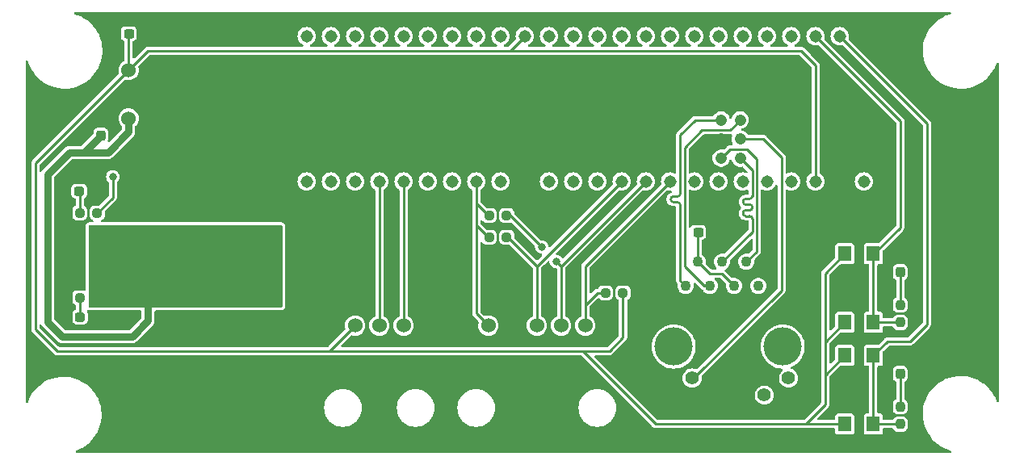
<source format=gbr>
G04 #@! TF.GenerationSoftware,KiCad,Pcbnew,7.0.5*
G04 #@! TF.CreationDate,2023-11-15T14:25:37-06:00*
G04 #@! TF.ProjectId,RotatingSignalStack_board,526f7461-7469-46e6-9753-69676e616c53,rev?*
G04 #@! TF.SameCoordinates,Original*
G04 #@! TF.FileFunction,Copper,L1,Top*
G04 #@! TF.FilePolarity,Positive*
%FSLAX46Y46*%
G04 Gerber Fmt 4.6, Leading zero omitted, Abs format (unit mm)*
G04 Created by KiCad (PCBNEW 7.0.5) date 2023-11-15 14:25:37*
%MOMM*%
%LPD*%
G01*
G04 APERTURE LIST*
G04 Aperture macros list*
%AMRoundRect*
0 Rectangle with rounded corners*
0 $1 Rounding radius*
0 $2 $3 $4 $5 $6 $7 $8 $9 X,Y pos of 4 corners*
0 Add a 4 corners polygon primitive as box body*
4,1,4,$2,$3,$4,$5,$6,$7,$8,$9,$2,$3,0*
0 Add four circle primitives for the rounded corners*
1,1,$1+$1,$2,$3*
1,1,$1+$1,$4,$5*
1,1,$1+$1,$6,$7*
1,1,$1+$1,$8,$9*
0 Add four rect primitives between the rounded corners*
20,1,$1+$1,$2,$3,$4,$5,0*
20,1,$1+$1,$4,$5,$6,$7,0*
20,1,$1+$1,$6,$7,$8,$9,0*
20,1,$1+$1,$8,$9,$2,$3,0*%
G04 Aperture macros list end*
G04 #@! TA.AperFunction,ComponentPad*
%ADD10C,1.100000*%
G04 #@! TD*
G04 #@! TA.AperFunction,ComponentPad*
%ADD11C,1.400000*%
G04 #@! TD*
G04 #@! TA.AperFunction,ComponentPad*
%ADD12C,4.000000*%
G04 #@! TD*
G04 #@! TA.AperFunction,ComponentPad*
%ADD13C,2.000000*%
G04 #@! TD*
G04 #@! TA.AperFunction,SMDPad,CuDef*
%ADD14RoundRect,0.237500X0.237500X-0.250000X0.237500X0.250000X-0.237500X0.250000X-0.237500X-0.250000X0*%
G04 #@! TD*
G04 #@! TA.AperFunction,SMDPad,CuDef*
%ADD15RoundRect,0.237500X-0.300000X-0.237500X0.300000X-0.237500X0.300000X0.237500X-0.300000X0.237500X0*%
G04 #@! TD*
G04 #@! TA.AperFunction,SMDPad,CuDef*
%ADD16R,1.400000X1.600000*%
G04 #@! TD*
G04 #@! TA.AperFunction,SMDPad,CuDef*
%ADD17RoundRect,0.237500X0.300000X0.237500X-0.300000X0.237500X-0.300000X-0.237500X0.300000X-0.237500X0*%
G04 #@! TD*
G04 #@! TA.AperFunction,ComponentPad*
%ADD18O,5.100000X3.000000*%
G04 #@! TD*
G04 #@! TA.AperFunction,SMDPad,CuDef*
%ADD19RoundRect,0.237500X-0.250000X-0.237500X0.250000X-0.237500X0.250000X0.237500X-0.250000X0.237500X0*%
G04 #@! TD*
G04 #@! TA.AperFunction,SMDPad,CuDef*
%ADD20RoundRect,0.237500X0.250000X0.237500X-0.250000X0.237500X-0.250000X-0.237500X0.250000X-0.237500X0*%
G04 #@! TD*
G04 #@! TA.AperFunction,ComponentPad*
%ADD21C,1.308000*%
G04 #@! TD*
G04 #@! TA.AperFunction,ComponentPad*
%ADD22C,1.208000*%
G04 #@! TD*
G04 #@! TA.AperFunction,SMDPad,CuDef*
%ADD23RoundRect,0.237500X0.287500X0.237500X-0.287500X0.237500X-0.287500X-0.237500X0.287500X-0.237500X0*%
G04 #@! TD*
G04 #@! TA.AperFunction,ComponentPad*
%ADD24C,1.524000*%
G04 #@! TD*
G04 #@! TA.AperFunction,SMDPad,CuDef*
%ADD25RoundRect,0.237500X-0.237500X0.287500X-0.237500X-0.287500X0.237500X-0.287500X0.237500X0.287500X0*%
G04 #@! TD*
G04 #@! TA.AperFunction,SMDPad,CuDef*
%ADD26RoundRect,0.237500X0.237500X-0.300000X0.237500X0.300000X-0.237500X0.300000X-0.237500X-0.300000X0*%
G04 #@! TD*
G04 #@! TA.AperFunction,ViaPad*
%ADD27C,0.800000*%
G04 #@! TD*
G04 #@! TA.AperFunction,Conductor*
%ADD28C,0.762000*%
G04 #@! TD*
G04 #@! TA.AperFunction,Conductor*
%ADD29C,0.254000*%
G04 #@! TD*
G04 APERTURE END LIST*
D10*
G04 #@! TO.P,J1,1*
G04 #@! TO.N,/Tx+*
X166243000Y-95809500D03*
G04 #@! TO.P,J1,2*
G04 #@! TO.N,Net-(C6-Pad1)*
X167513000Y-93269500D03*
G04 #@! TO.P,J1,3*
G04 #@! TO.N,/Tx-*
X168783000Y-95809500D03*
G04 #@! TO.P,J1,4*
G04 #@! TO.N,/Rx+*
X170053000Y-93269500D03*
G04 #@! TO.P,J1,5*
G04 #@! TO.N,Net-(C6-Pad1)*
X171323000Y-95809500D03*
G04 #@! TO.P,J1,6*
G04 #@! TO.N,/Rx-*
X172593000Y-93269500D03*
G04 #@! TO.P,J1,7*
G04 #@! TO.N,unconnected-(J1-Pad7)*
X173863000Y-95809500D03*
G04 #@! TO.P,J1,8*
G04 #@! TO.N,GND*
X175133000Y-93269500D03*
D11*
G04 #@! TO.P,J1,9*
X164363000Y-107239500D03*
G04 #@! TO.P,J1,10*
G04 #@! TO.N,/LED*
X166903000Y-105449500D03*
G04 #@! TO.P,J1,11*
G04 #@! TO.N,unconnected-(J1-Pad11)*
X174473000Y-107239500D03*
G04 #@! TO.P,J1,12*
G04 #@! TO.N,unconnected-(J1-Pad12)*
X177013000Y-105449500D03*
D12*
G04 #@! TO.P,J1,13*
G04 #@! TO.N,N/C*
X164973000Y-102159500D03*
G04 #@! TO.P,J1,14*
X176403000Y-102159500D03*
D13*
G04 #@! TO.P,J1,SH*
G04 #@! TO.N,GND*
X162813000Y-99109500D03*
X178563000Y-99109500D03*
G04 #@! TD*
D14*
G04 #@! TO.P,R7,1*
G04 #@! TO.N,JOG B*
X188722000Y-99615000D03*
G04 #@! TO.P,R7,2*
G04 #@! TO.N,Net-(D4-A)*
X188722000Y-97790000D03*
G04 #@! TD*
D15*
G04 #@! TO.P,C5,1*
G04 #@! TO.N,+3.3V*
X107849500Y-69342000D03*
G04 #@! TO.P,C5,2*
G04 #@! TO.N,GND*
X109574500Y-69342000D03*
G04 #@! TD*
D16*
G04 #@! TO.P,SW1,1,1*
G04 #@! TO.N,+3.3V*
X182904000Y-110280000D03*
X182904000Y-103080000D03*
G04 #@! TO.P,SW1,2,2*
G04 #@! TO.N,JOG A*
X185904000Y-110280000D03*
X185904000Y-103080000D03*
G04 #@! TD*
D17*
G04 #@! TO.P,C3,1*
G04 #@! TO.N,+12V*
X104494500Y-92710000D03*
G04 #@! TO.P,C3,2*
G04 #@! TO.N,GND*
X102769500Y-92710000D03*
G04 #@! TD*
D18*
G04 #@! TO.P,Conn2,1,GND*
G04 #@! TO.N,GND*
X120027700Y-87072500D03*
G04 #@! TO.P,Conn2,4,PV+*
G04 #@! TO.N,+12V*
X120027700Y-94946500D03*
G04 #@! TD*
D19*
G04 #@! TO.P,R5,1*
G04 #@! TO.N,COMP PWR*
X145645500Y-90678000D03*
G04 #@! TO.P,R5,2*
G04 #@! TO.N,I2C SCL*
X147470500Y-90678000D03*
G04 #@! TD*
D16*
G04 #@! TO.P,SW2,1,1*
G04 #@! TO.N,+3.3V*
X182904000Y-99612000D03*
X182904000Y-92412000D03*
G04 #@! TO.P,SW2,2,2*
G04 #@! TO.N,JOG B*
X185904000Y-99612000D03*
X185904000Y-92412000D03*
G04 #@! TD*
D20*
G04 #@! TO.P,R3,1*
G04 #@! TO.N,+3.3V*
X159662500Y-96520000D03*
G04 #@! TO.P,R3,2*
G04 #@! TO.N,MAG ENABLE*
X157837500Y-96520000D03*
G04 #@! TD*
D21*
G04 #@! TO.P,U2,0,RX1*
G04 #@! TO.N,JOG A*
X182372000Y-69596000D03*
G04 #@! TO.P,U2,1,TX1*
G04 #@! TO.N,JOG B*
X179832000Y-69596000D03*
G04 #@! TO.P,U2,2,OUT2*
G04 #@! TO.N,unconnected-(U2-OUT2-Pad2)*
X177292000Y-69596000D03*
G04 #@! TO.P,U2,3,LRCLK2*
G04 #@! TO.N,unconnected-(U2-LRCLK2-Pad3)*
X174752000Y-69596000D03*
G04 #@! TO.P,U2,3.3V_1,3.3V*
G04 #@! TO.N,+3.3V*
X149352000Y-69596000D03*
G04 #@! TO.P,U2,3.3V_2,3.3V*
X179832000Y-84836000D03*
G04 #@! TO.P,U2,4,BCLK2*
G04 #@! TO.N,unconnected-(U2-BCLK2-Pad4)*
X172212000Y-69596000D03*
G04 #@! TO.P,U2,5,IN2*
G04 #@! TO.N,unconnected-(U2-IN2-Pad5)*
X169672000Y-69596000D03*
G04 #@! TO.P,U2,6,OUT1D*
G04 #@! TO.N,unconnected-(U2-OUT1D-Pad6)*
X167132000Y-69596000D03*
G04 #@! TO.P,U2,7,RX2*
G04 #@! TO.N,unconnected-(U2-RX2-Pad7)*
X164592000Y-69596000D03*
G04 #@! TO.P,U2,8,TX2*
G04 #@! TO.N,unconnected-(U2-TX2-Pad8)*
X162052000Y-69596000D03*
G04 #@! TO.P,U2,9,OUT1C*
G04 #@! TO.N,unconnected-(U2-OUT1C-Pad9)*
X159512000Y-69596000D03*
G04 #@! TO.P,U2,10,CS1*
G04 #@! TO.N,unconnected-(U2-CS1-Pad10)*
X156972000Y-69596000D03*
G04 #@! TO.P,U2,11,MOSI*
G04 #@! TO.N,unconnected-(U2-MOSI-Pad11)*
X154432000Y-69596000D03*
G04 #@! TO.P,U2,12,MISO*
G04 #@! TO.N,unconnected-(U2-MISO-Pad12)*
X151892000Y-69596000D03*
G04 #@! TO.P,U2,13,SCK*
G04 #@! TO.N,unconnected-(U2-SCK-Pad13)*
X151892000Y-84836000D03*
G04 #@! TO.P,U2,14,A0*
G04 #@! TO.N,unconnected-(U2-A0-Pad14)*
X154432000Y-84836000D03*
G04 #@! TO.P,U2,15,A1*
G04 #@! TO.N,unconnected-(U2-A1-Pad15)*
X156972000Y-84836000D03*
G04 #@! TO.P,U2,16,A2*
G04 #@! TO.N,I2C SCL*
X159512000Y-84836000D03*
G04 #@! TO.P,U2,17,A3*
G04 #@! TO.N,I2C SDA*
X162052000Y-84836000D03*
G04 #@! TO.P,U2,18,A4*
G04 #@! TO.N,MAG ENABLE*
X164592000Y-84836000D03*
G04 #@! TO.P,U2,19,A5*
G04 #@! TO.N,unconnected-(U2-A5-Pad19)*
X167132000Y-84836000D03*
G04 #@! TO.P,U2,20,A6*
G04 #@! TO.N,unconnected-(U2-A6-Pad20)*
X169672000Y-84836000D03*
G04 #@! TO.P,U2,21,A7*
G04 #@! TO.N,unconnected-(U2-A7-Pad21)*
X172212000Y-84836000D03*
G04 #@! TO.P,U2,22,A8*
G04 #@! TO.N,unconnected-(U2-A8-Pad22)*
X174752000Y-84836000D03*
G04 #@! TO.P,U2,23,A9*
G04 #@! TO.N,unconnected-(U2-A9-Pad23)*
X177292000Y-84836000D03*
G04 #@! TO.P,U2,24,A10*
G04 #@! TO.N,unconnected-(U2-A10-Pad24)*
X146812000Y-69596000D03*
G04 #@! TO.P,U2,25,A11*
G04 #@! TO.N,unconnected-(U2-A11-Pad25)*
X144272000Y-69596000D03*
G04 #@! TO.P,U2,26,A12*
G04 #@! TO.N,unconnected-(U2-A12-Pad26)*
X141732000Y-69596000D03*
G04 #@! TO.P,U2,27,A13*
G04 #@! TO.N,unconnected-(U2-A13-Pad27)*
X139192000Y-69596000D03*
G04 #@! TO.P,U2,28,RX7*
G04 #@! TO.N,unconnected-(U2-RX7-Pad28)*
X136652000Y-69596000D03*
G04 #@! TO.P,U2,29,TX7*
G04 #@! TO.N,unconnected-(U2-TX7-Pad29)*
X134112000Y-69596000D03*
G04 #@! TO.P,U2,30,CRX3*
G04 #@! TO.N,unconnected-(U2-CRX3-Pad30)*
X131572000Y-69596000D03*
G04 #@! TO.P,U2,31,CTX3*
G04 #@! TO.N,unconnected-(U2-CTX3-Pad31)*
X129032000Y-69596000D03*
G04 #@! TO.P,U2,32,OUT1B*
G04 #@! TO.N,unconnected-(U2-OUT1B-Pad32)*
X126492000Y-69596000D03*
G04 #@! TO.P,U2,33,MCLK2*
G04 #@! TO.N,unconnected-(U2-MCLK2-Pad33)*
X126492000Y-84836000D03*
G04 #@! TO.P,U2,34,RX8*
G04 #@! TO.N,unconnected-(U2-RX8-Pad34)*
X129032000Y-84836000D03*
G04 #@! TO.P,U2,35,TX8*
G04 #@! TO.N,unconnected-(U2-TX8-Pad35)*
X131572000Y-84836000D03*
G04 #@! TO.P,U2,36,CS2*
G04 #@! TO.N,HB_RVS*
X134112000Y-84836000D03*
G04 #@! TO.P,U2,37,CS3*
G04 #@! TO.N,HB_FWD*
X136652000Y-84836000D03*
G04 #@! TO.P,U2,38,A14*
G04 #@! TO.N,unconnected-(U2-A14-Pad38)*
X139192000Y-84836000D03*
G04 #@! TO.P,U2,39,A15*
G04 #@! TO.N,unconnected-(U2-A15-Pad39)*
X141732000Y-84836000D03*
G04 #@! TO.P,U2,40,A16*
G04 #@! TO.N,COMP PWR*
X144272000Y-84836000D03*
G04 #@! TO.P,U2,41,A17*
G04 #@! TO.N,unconnected-(U2-A17-Pad41)*
X146812000Y-84836000D03*
G04 #@! TO.P,U2,GND1,GND*
G04 #@! TO.N,GND*
X184912000Y-69596000D03*
G04 #@! TO.P,U2,GND2,GND*
X149352000Y-84836000D03*
G04 #@! TO.P,U2,GND3,GND*
X182372000Y-84836000D03*
D22*
G04 #@! TO.P,U2,GND5,GND*
X169942000Y-80386000D03*
G04 #@! TO.P,U2,LED,LED*
G04 #@! TO.N,/LED*
X171942000Y-80386000D03*
G04 #@! TO.P,U2,R+,R+*
G04 #@! TO.N,/Rx+*
X171942000Y-82386000D03*
G04 #@! TO.P,U2,R-,R-*
G04 #@! TO.N,/Rx-*
X169942000Y-82386000D03*
G04 #@! TO.P,U2,T+,T+*
G04 #@! TO.N,/Tx+*
X169942000Y-78386000D03*
G04 #@! TO.P,U2,T-,T-*
G04 #@! TO.N,/Tx-*
X171942000Y-78386000D03*
D21*
G04 #@! TO.P,U2,VIN,VIN*
G04 #@! TO.N,unconnected-(U2-PadVIN)*
X184912000Y-84836000D03*
G04 #@! TD*
D17*
G04 #@! TO.P,C4,1*
G04 #@! TO.N,+12V*
X104494500Y-90424000D03*
G04 #@! TO.P,C4,2*
G04 #@! TO.N,GND*
X102769500Y-90424000D03*
G04 #@! TD*
D19*
G04 #@! TO.P,R1,1*
G04 #@! TO.N,Net-(D1-A)*
X102719500Y-97028000D03*
G04 #@! TO.P,R1,2*
G04 #@! TO.N,+12V*
X104544500Y-97028000D03*
G04 #@! TD*
D23*
G04 #@! TO.P,D2,1,K*
G04 #@! TO.N,GND*
X104394000Y-85852000D03*
G04 #@! TO.P,D2,2,A*
G04 #@! TO.N,Net-(D2-A)*
X102644000Y-85852000D03*
G04 #@! TD*
D24*
G04 #@! TO.P,Conn4,1*
G04 #@! TO.N,HB_FWD*
X136652000Y-99949000D03*
G04 #@! TO.P,Conn4,2*
G04 #@! TO.N,HB_RVS*
X134112000Y-99949000D03*
G04 #@! TO.P,Conn4,3*
G04 #@! TO.N,+3.3V*
X131572000Y-99949000D03*
G04 #@! TD*
D25*
G04 #@! TO.P,D3,1,K*
G04 #@! TO.N,GND*
X188722000Y-103265000D03*
G04 #@! TO.P,D3,2,A*
G04 #@! TO.N,Net-(D3-A)*
X188722000Y-105015000D03*
G04 #@! TD*
D24*
G04 #@! TO.P,Conn3,1*
G04 #@! TO.N,MAG ENABLE*
X155702000Y-99949000D03*
G04 #@! TO.P,Conn3,2*
G04 #@! TO.N,I2C SDA*
X153162000Y-99949000D03*
G04 #@! TO.P,Conn3,3*
G04 #@! TO.N,I2C SCL*
X150622000Y-99949000D03*
G04 #@! TO.P,Conn3,4*
G04 #@! TO.N,GND*
X148082000Y-99949000D03*
G04 #@! TO.P,Conn3,5*
G04 #@! TO.N,COMP PWR*
X145542000Y-99949000D03*
G04 #@! TD*
D25*
G04 #@! TO.P,D4,1,K*
G04 #@! TO.N,GND*
X188722000Y-92597000D03*
G04 #@! TO.P,D4,2,A*
G04 #@! TO.N,Net-(D4-A)*
X188722000Y-94347000D03*
G04 #@! TD*
D18*
G04 #@! TO.P,Conn1,1,GND*
G04 #@! TO.N,GND*
X109867700Y-87072500D03*
G04 #@! TO.P,Conn1,4,PV+*
G04 #@! TO.N,+12V*
X109867700Y-94946500D03*
G04 #@! TD*
D24*
G04 #@! TO.P,U1,1,Vi*
G04 #@! TO.N,+12V*
X107823000Y-78232000D03*
G04 #@! TO.P,U1,2,GND*
G04 #@! TO.N,GND*
X107823000Y-75692000D03*
G04 #@! TO.P,U1,3,Vo*
G04 #@! TO.N,+3.3V*
X107823000Y-73152000D03*
G04 #@! TD*
D20*
G04 #@! TO.P,R2,1*
G04 #@! TO.N,+3.3V*
X104544500Y-88138000D03*
G04 #@! TO.P,R2,2*
G04 #@! TO.N,Net-(D2-A)*
X102719500Y-88138000D03*
G04 #@! TD*
D26*
G04 #@! TO.P,C2,1*
G04 #@! TO.N,+12V*
X104902000Y-80010000D03*
G04 #@! TO.P,C2,2*
G04 #@! TO.N,GND*
X104902000Y-78285000D03*
G04 #@! TD*
D17*
G04 #@! TO.P,C1,1*
G04 #@! TO.N,+12V*
X104494500Y-94996000D03*
G04 #@! TO.P,C1,2*
G04 #@! TO.N,GND*
X102769500Y-94996000D03*
G04 #@! TD*
D19*
G04 #@! TO.P,R4,1*
G04 #@! TO.N,COMP PWR*
X145645500Y-88392000D03*
G04 #@! TO.P,R4,2*
G04 #@! TO.N,I2C SDA*
X147470500Y-88392000D03*
G04 #@! TD*
D14*
G04 #@! TO.P,R6,1*
G04 #@! TO.N,JOG A*
X188722000Y-110283000D03*
G04 #@! TO.P,R6,2*
G04 #@! TO.N,Net-(D3-A)*
X188722000Y-108458000D03*
G04 #@! TD*
D23*
G04 #@! TO.P,D1,1,K*
G04 #@! TO.N,GND*
X104507000Y-99060000D03*
G04 #@! TO.P,D1,2,A*
G04 #@! TO.N,Net-(D1-A)*
X102757000Y-99060000D03*
G04 #@! TD*
D15*
G04 #@! TO.P,C6,1*
G04 #@! TO.N,Net-(C6-Pad1)*
X167539500Y-90170000D03*
G04 #@! TO.P,C6,2*
G04 #@! TO.N,GND*
X169264500Y-90170000D03*
G04 #@! TD*
D27*
G04 #@! TO.N,GND*
X100838000Y-93726000D03*
X100838000Y-91440000D03*
X191516000Y-103124000D03*
X100838000Y-98044000D03*
X189992000Y-89662000D03*
X100838000Y-86868000D03*
X171196000Y-90170000D03*
X113030000Y-69342000D03*
G04 #@! TO.N,+3.3V*
X106172000Y-84328000D03*
G04 #@! TO.N,I2C SDA*
X151130000Y-91694000D03*
X152654000Y-93218000D03*
G04 #@! TD*
D28*
G04 #@! TO.N,+12V*
X101600000Y-81788000D02*
X99314000Y-84074000D01*
X108204000Y-101092000D02*
X109867700Y-99428300D01*
X109867700Y-99428300D02*
X109867700Y-94946500D01*
X100838000Y-101092000D02*
X108204000Y-101092000D01*
X107823000Y-78232000D02*
X107823000Y-79629000D01*
X104902000Y-80010000D02*
X103124000Y-81788000D01*
X107823000Y-79629000D02*
X105664000Y-81788000D01*
X99314000Y-99568000D02*
X100838000Y-101092000D01*
X105664000Y-81788000D02*
X103124000Y-81788000D01*
X103124000Y-81788000D02*
X101600000Y-81788000D01*
X99314000Y-84074000D02*
X99314000Y-99568000D01*
D29*
G04 #@! TO.N,+3.3V*
X182904000Y-92432000D02*
X182904000Y-92412000D01*
X180848000Y-101668000D02*
X180848000Y-94488000D01*
X128905000Y-102616000D02*
X131572000Y-99949000D01*
X158242000Y-102616000D02*
X155448000Y-102616000D01*
X107823000Y-69368500D02*
X107849500Y-69342000D01*
X182904000Y-110280000D02*
X178816000Y-110280000D01*
X179832000Y-72644000D02*
X179832000Y-84836000D01*
X180848000Y-101668000D02*
X182904000Y-99612000D01*
X159662500Y-101195500D02*
X158242000Y-102616000D01*
X107823000Y-73152000D02*
X98044000Y-82931000D01*
X178308000Y-71120000D02*
X179832000Y-72644000D01*
X155448000Y-102616000D02*
X128905000Y-102616000D01*
X107823000Y-73152000D02*
X107823000Y-69368500D01*
X159662500Y-96520000D02*
X159662500Y-101195500D01*
X100330000Y-102616000D02*
X128905000Y-102616000D01*
X104544500Y-88138000D02*
X106172000Y-86510500D01*
X106172000Y-86510500D02*
X106172000Y-84328000D01*
X98044000Y-82931000D02*
X98044000Y-100330000D01*
X147828000Y-71120000D02*
X149352000Y-69596000D01*
X180848000Y-105136000D02*
X180848000Y-101668000D01*
X147828000Y-71120000D02*
X178308000Y-71120000D01*
X107823000Y-73152000D02*
X109855000Y-71120000D01*
X180848000Y-105136000D02*
X180848000Y-108248000D01*
X109855000Y-71120000D02*
X147828000Y-71120000D01*
X180848000Y-94488000D02*
X182904000Y-92432000D01*
X182904000Y-103080000D02*
X180848000Y-105136000D01*
X163112000Y-110280000D02*
X155448000Y-102616000D01*
X180848000Y-108248000D02*
X178816000Y-110280000D01*
X178816000Y-110280000D02*
X163112000Y-110280000D01*
X98044000Y-100330000D02*
X100330000Y-102616000D01*
G04 #@! TO.N,Net-(C6-Pad1)*
X170001500Y-94488000D02*
X168731500Y-94488000D01*
X168731500Y-94488000D02*
X167513000Y-93269500D01*
X171323000Y-95809500D02*
X170001500Y-94488000D01*
X167513000Y-90196500D02*
X167513000Y-93269500D01*
X167539500Y-90170000D02*
X167513000Y-90196500D01*
G04 #@! TO.N,COMP PWR*
X145645500Y-88392000D02*
X145542000Y-88392000D01*
X144272000Y-91186000D02*
X144272000Y-98679000D01*
X145542000Y-90678000D02*
X144272000Y-89408000D01*
X145645500Y-90678000D02*
X145542000Y-90678000D01*
X144272000Y-98679000D02*
X145542000Y-99949000D01*
X144272000Y-89408000D02*
X144272000Y-91186000D01*
X145542000Y-88392000D02*
X144272000Y-87122000D01*
X144272000Y-84836000D02*
X144272000Y-87122000D01*
X144272000Y-87122000D02*
X144272000Y-89408000D01*
G04 #@! TO.N,I2C SCL*
X150622000Y-96774000D02*
X150622000Y-97536000D01*
X150622000Y-97536000D02*
X150622000Y-99949000D01*
X150622000Y-93726000D02*
X147574000Y-90678000D01*
X150622000Y-93726000D02*
X150622000Y-96774000D01*
X159512000Y-84836000D02*
X150622000Y-93726000D01*
X147574000Y-90678000D02*
X147470500Y-90678000D01*
G04 #@! TO.N,I2C SDA*
X162052000Y-84836000D02*
X153162000Y-93726000D01*
X151130000Y-91694000D02*
X147828000Y-88392000D01*
X153162000Y-93726000D02*
X152654000Y-93218000D01*
X147828000Y-88392000D02*
X147470500Y-88392000D01*
X153162000Y-93726000D02*
X153162000Y-99949000D01*
G04 #@! TO.N,MAG ENABLE*
X155702000Y-97790000D02*
X155702000Y-99949000D01*
X156972000Y-96520000D02*
X155702000Y-97790000D01*
X157837500Y-96520000D02*
X156972000Y-96520000D01*
X155702000Y-93726000D02*
X155702000Y-97790000D01*
X164592000Y-84836000D02*
X155702000Y-93726000D01*
G04 #@! TO.N,Net-(D1-A)*
X102719500Y-97028000D02*
X102719500Y-99022500D01*
X102719500Y-99022500D02*
X102757000Y-99060000D01*
G04 #@! TO.N,Net-(D2-A)*
X102719500Y-85927500D02*
X102644000Y-85852000D01*
X102719500Y-88138000D02*
X102719500Y-85927500D01*
G04 #@! TO.N,Net-(D3-A)*
X188722000Y-108458000D02*
X188722000Y-105015000D01*
G04 #@! TO.N,Net-(D4-A)*
X188722000Y-97790000D02*
X188722000Y-94347000D01*
G04 #@! TO.N,/LED*
X176276000Y-96266000D02*
X167092500Y-105449500D01*
X174366000Y-80386000D02*
X176276000Y-82296000D01*
X176276000Y-82296000D02*
X176276000Y-96266000D01*
X171942000Y-80386000D02*
X174366000Y-80386000D01*
X167092500Y-105449500D02*
X166903000Y-105449500D01*
G04 #@! TO.N,/Tx+*
X169942000Y-78386000D02*
X167232000Y-78386000D01*
X165362000Y-86406000D02*
X164962000Y-86406000D01*
X165662000Y-95228500D02*
X166243000Y-95809500D01*
X164962000Y-87006000D02*
X165362000Y-87006000D01*
X167232000Y-78386000D02*
X165662000Y-79956000D01*
X165662000Y-87552477D02*
X165662000Y-95228500D01*
X165662000Y-87306000D02*
X165662000Y-87552477D01*
X165662000Y-79956000D02*
X165662000Y-86106000D01*
X164662000Y-86706000D02*
G75*
G03*
X164962000Y-87006000I300000J0D01*
G01*
X164962000Y-86406000D02*
G75*
G03*
X164662000Y-86706000I0J-300000D01*
G01*
X165662000Y-87306000D02*
G75*
G03*
X165362000Y-87006000I-300000J0D01*
G01*
X165362000Y-86406000D02*
G75*
G03*
X165662000Y-86106000I0J300000D01*
G01*
G04 #@! TO.N,/Tx-*
X168199500Y-95809500D02*
X166116000Y-93726000D01*
X166116000Y-81280000D02*
X167941000Y-79455000D01*
X168783000Y-95809500D02*
X168199500Y-95809500D01*
X166116000Y-93726000D02*
X166116000Y-81280000D01*
X170873000Y-79455000D02*
X171942000Y-78386000D01*
X167941000Y-79455000D02*
X170873000Y-79455000D01*
G04 #@! TO.N,/Rx+*
X172528000Y-88460000D02*
X172928000Y-88460000D01*
X172528000Y-87260000D02*
X172928000Y-87260000D01*
X171942000Y-82386000D02*
X173228000Y-83672000D01*
X172928000Y-87860000D02*
X172528000Y-87860000D01*
X173228000Y-90094500D02*
X170053000Y-93269500D01*
X173228000Y-83672000D02*
X173228000Y-86360000D01*
X172928000Y-86660000D02*
X172528000Y-86660000D01*
X173228000Y-89336876D02*
X173228000Y-90094500D01*
X173228000Y-88760000D02*
X173228000Y-89336876D01*
X172528000Y-86660000D02*
G75*
G03*
X172228000Y-86960000I0J-300000D01*
G01*
X173228000Y-88760000D02*
G75*
G03*
X172928000Y-88460000I-300000J0D01*
G01*
X172228000Y-86960000D02*
G75*
G03*
X172528000Y-87260000I300000J0D01*
G01*
X173228000Y-87560000D02*
G75*
G03*
X172928000Y-87260000I-300000J0D01*
G01*
X172228000Y-88160000D02*
G75*
G03*
X172528000Y-88460000I300000J0D01*
G01*
X172528000Y-87860000D02*
G75*
G03*
X172228000Y-88160000I0J-300000D01*
G01*
X172928000Y-86660000D02*
G75*
G03*
X173228000Y-86360000I0J300000D01*
G01*
X172928000Y-87860000D02*
G75*
G03*
X173228000Y-87560000I0J300000D01*
G01*
G04 #@! TO.N,/Rx-*
X173682000Y-92180500D02*
X172593000Y-93269500D01*
X170873000Y-81455000D02*
X172641000Y-81455000D01*
X169942000Y-82386000D02*
X170873000Y-81455000D01*
X172641000Y-81455000D02*
X173682000Y-82496000D01*
X173682000Y-82496000D02*
X173682000Y-92180500D01*
G04 #@! TO.N,JOG A*
X191516000Y-78740000D02*
X191516000Y-99822000D01*
X185904000Y-110280000D02*
X188719000Y-110280000D01*
X189738000Y-101600000D02*
X187384000Y-101600000D01*
X182372000Y-69596000D02*
X191516000Y-78740000D01*
X187384000Y-101600000D02*
X185904000Y-103080000D01*
X188719000Y-110280000D02*
X188722000Y-110283000D01*
X185904000Y-110280000D02*
X185904000Y-103080000D01*
X191516000Y-99822000D02*
X189738000Y-101600000D01*
G04 #@! TO.N,JOG B*
X185904000Y-92412000D02*
X185972000Y-92412000D01*
X185972000Y-92412000D02*
X188722000Y-89662000D01*
X185904000Y-99612000D02*
X188719000Y-99612000D01*
X185904000Y-99612000D02*
X185904000Y-92412000D01*
X188722000Y-78486000D02*
X179832000Y-69596000D01*
X188719000Y-99612000D02*
X188722000Y-99615000D01*
X188722000Y-89662000D02*
X188722000Y-78486000D01*
G04 #@! TO.N,HB_RVS*
X134112000Y-84836000D02*
X134112000Y-99949000D01*
G04 #@! TO.N,HB_FWD*
X136652000Y-84836000D02*
X136652000Y-99949000D01*
G04 #@! TD*
G04 #@! TA.AperFunction,Conductor*
G04 #@! TO.N,+12V*
G36*
X123895039Y-89427685D02*
G01*
X123940794Y-89480489D01*
X123952000Y-89532000D01*
X123952000Y-97920000D01*
X123932315Y-97987039D01*
X123879511Y-98032794D01*
X123828000Y-98044000D01*
X103756000Y-98044000D01*
X103688961Y-98024315D01*
X103643206Y-97971511D01*
X103632000Y-97920000D01*
X103632000Y-89532000D01*
X103651685Y-89464961D01*
X103704489Y-89419206D01*
X103756000Y-89408000D01*
X123828000Y-89408000D01*
X123895039Y-89427685D01*
G37*
G04 #@! TD.AperFunction*
G04 #@! TD*
G04 #@! TA.AperFunction,Conductor*
G04 #@! TO.N,GND*
G36*
X171038207Y-79882337D02*
G01*
X171091319Y-79927734D01*
X171111456Y-79994639D01*
X171105390Y-80033795D01*
X171075179Y-80126777D01*
X171052392Y-80196908D01*
X171032518Y-80386000D01*
X171052392Y-80575092D01*
X171052393Y-80575095D01*
X171111144Y-80755913D01*
X171111147Y-80755920D01*
X171158314Y-80837616D01*
X171160557Y-80841500D01*
X171177030Y-80909400D01*
X171154177Y-80975427D01*
X171099256Y-81018618D01*
X171053170Y-81027500D01*
X170900495Y-81027500D01*
X170893556Y-81027110D01*
X170880031Y-81025586D01*
X170856833Y-81022972D01*
X170818595Y-81030208D01*
X170802493Y-81033254D01*
X170800228Y-81033639D01*
X170745568Y-81041877D01*
X170737835Y-81044262D01*
X170730210Y-81046931D01*
X170681338Y-81072760D01*
X170679270Y-81073804D01*
X170629458Y-81097793D01*
X170622792Y-81102337D01*
X170616272Y-81107150D01*
X170577188Y-81146234D01*
X170575520Y-81147841D01*
X170534994Y-81185444D01*
X170529201Y-81192709D01*
X170528505Y-81192154D01*
X170519375Y-81204046D01*
X170253618Y-81469803D01*
X170192295Y-81503288D01*
X170140156Y-81503412D01*
X170037067Y-81481500D01*
X169846933Y-81481500D01*
X169660957Y-81521030D01*
X169487257Y-81598366D01*
X169333436Y-81710124D01*
X169206213Y-81851421D01*
X169111147Y-82016079D01*
X169111144Y-82016086D01*
X169052393Y-82196904D01*
X169052392Y-82196908D01*
X169032518Y-82386000D01*
X169052392Y-82575092D01*
X169052393Y-82575095D01*
X169111144Y-82755913D01*
X169111147Y-82755920D01*
X169206214Y-82920580D01*
X169333438Y-83061877D01*
X169487259Y-83173635D01*
X169660955Y-83250969D01*
X169846933Y-83290500D01*
X170037067Y-83290500D01*
X170223045Y-83250969D01*
X170396741Y-83173635D01*
X170550562Y-83061877D01*
X170677786Y-82920580D01*
X170772853Y-82755920D01*
X170824069Y-82598293D01*
X170863506Y-82540618D01*
X170927865Y-82513420D01*
X170996711Y-82525335D01*
X171048187Y-82572579D01*
X171059930Y-82598292D01*
X171065003Y-82613903D01*
X171111144Y-82755914D01*
X171111147Y-82755920D01*
X171206214Y-82920580D01*
X171333438Y-83061877D01*
X171487259Y-83173635D01*
X171660955Y-83250969D01*
X171846933Y-83290500D01*
X172037066Y-83290500D01*
X172037067Y-83290500D01*
X172140157Y-83268587D01*
X172209824Y-83273903D01*
X172253619Y-83302196D01*
X172691601Y-83740178D01*
X172725086Y-83801501D01*
X172720102Y-83871193D01*
X172678230Y-83927126D01*
X172612766Y-83951543D01*
X172567924Y-83946519D01*
X172399117Y-83895311D01*
X172399115Y-83895310D01*
X172212000Y-83876882D01*
X172024884Y-83895310D01*
X172024882Y-83895311D01*
X171844959Y-83949891D01*
X171679148Y-84038518D01*
X171679142Y-84038523D01*
X171533800Y-84157800D01*
X171414523Y-84303142D01*
X171414518Y-84303148D01*
X171325891Y-84468959D01*
X171271311Y-84648882D01*
X171271310Y-84648884D01*
X171252882Y-84836000D01*
X171271310Y-85023115D01*
X171271311Y-85023117D01*
X171325891Y-85203040D01*
X171414518Y-85368851D01*
X171414523Y-85368857D01*
X171533800Y-85514199D01*
X171679142Y-85633476D01*
X171679148Y-85633481D01*
X171810548Y-85703715D01*
X171844961Y-85722109D01*
X172024882Y-85776688D01*
X172024884Y-85776689D01*
X172041660Y-85778341D01*
X172212000Y-85795118D01*
X172399115Y-85776689D01*
X172579039Y-85722109D01*
X172618046Y-85701258D01*
X172686449Y-85687017D01*
X172751693Y-85712017D01*
X172793064Y-85768321D01*
X172800500Y-85810617D01*
X172800500Y-86108500D01*
X172780815Y-86175539D01*
X172728011Y-86221294D01*
X172676500Y-86232500D01*
X172456343Y-86232500D01*
X172315803Y-86260455D01*
X172315795Y-86260457D01*
X172183403Y-86315296D01*
X172183393Y-86315301D01*
X172064246Y-86394913D01*
X172064242Y-86394916D01*
X171962916Y-86496242D01*
X171962913Y-86496246D01*
X171883301Y-86615393D01*
X171883296Y-86615403D01*
X171828457Y-86747795D01*
X171828455Y-86747803D01*
X171800500Y-86888343D01*
X171800500Y-87031656D01*
X171828455Y-87172196D01*
X171828457Y-87172204D01*
X171883296Y-87304596D01*
X171883301Y-87304606D01*
X171962913Y-87423753D01*
X171962916Y-87423757D01*
X172011478Y-87472319D01*
X172044963Y-87533642D01*
X172039979Y-87603334D01*
X172011478Y-87647681D01*
X171962916Y-87696242D01*
X171962913Y-87696246D01*
X171883301Y-87815393D01*
X171883296Y-87815403D01*
X171828457Y-87947795D01*
X171828455Y-87947803D01*
X171800500Y-88088343D01*
X171800500Y-88231656D01*
X171828455Y-88372196D01*
X171828457Y-88372204D01*
X171883296Y-88504596D01*
X171883301Y-88504606D01*
X171962913Y-88623753D01*
X171962916Y-88623757D01*
X172064242Y-88725083D01*
X172064246Y-88725086D01*
X172183393Y-88804698D01*
X172183397Y-88804700D01*
X172183400Y-88804702D01*
X172315796Y-88859543D01*
X172456343Y-88887499D01*
X172456347Y-88887500D01*
X172456348Y-88887500D01*
X172463565Y-88887500D01*
X172676500Y-88887500D01*
X172743539Y-88907185D01*
X172789294Y-88959989D01*
X172800500Y-89011500D01*
X172800500Y-89866061D01*
X172780815Y-89933100D01*
X172764181Y-89953742D01*
X170319090Y-92398832D01*
X170257767Y-92432317D01*
X170205631Y-92432441D01*
X170142391Y-92419000D01*
X169963609Y-92419000D01*
X169932954Y-92425515D01*
X169788733Y-92456170D01*
X169788728Y-92456172D01*
X169625408Y-92528887D01*
X169480768Y-92633975D01*
X169361140Y-92766836D01*
X169271750Y-92921664D01*
X169271747Y-92921670D01*
X169216504Y-93091692D01*
X169216503Y-93091694D01*
X169197815Y-93269500D01*
X169216503Y-93447305D01*
X169216504Y-93447307D01*
X169271747Y-93617329D01*
X169271750Y-93617335D01*
X169361140Y-93772164D01*
X169434400Y-93853528D01*
X169464630Y-93916520D01*
X169456004Y-93985855D01*
X169411263Y-94039520D01*
X169344610Y-94060478D01*
X169342250Y-94060500D01*
X168959938Y-94060500D01*
X168892899Y-94040815D01*
X168872257Y-94024181D01*
X168386171Y-93538095D01*
X168352686Y-93476772D01*
X168350531Y-93437460D01*
X168368185Y-93269500D01*
X168349497Y-93091697D01*
X168294250Y-92921665D01*
X168204859Y-92766835D01*
X168158003Y-92714796D01*
X168085235Y-92633978D01*
X168085232Y-92633976D01*
X168085231Y-92633975D01*
X168085230Y-92633974D01*
X167991612Y-92565956D01*
X167948948Y-92510627D01*
X167940500Y-92465644D01*
X167940500Y-91030385D01*
X167960185Y-90963345D01*
X168012989Y-90917591D01*
X168018972Y-90915046D01*
X168105658Y-90880862D01*
X168223500Y-90791500D01*
X168312862Y-90673658D01*
X168367117Y-90536077D01*
X168377500Y-90449618D01*
X168377500Y-89890382D01*
X168367117Y-89803923D01*
X168312862Y-89666342D01*
X168272863Y-89613595D01*
X168223500Y-89548499D01*
X168105660Y-89459139D01*
X168105658Y-89459138D01*
X167968077Y-89404883D01*
X167968076Y-89404882D01*
X167968074Y-89404882D01*
X167881619Y-89394500D01*
X167881618Y-89394500D01*
X167197382Y-89394500D01*
X167197381Y-89394500D01*
X167110925Y-89404882D01*
X167110924Y-89404882D01*
X166973339Y-89459139D01*
X166855499Y-89548499D01*
X166766304Y-89666122D01*
X166710111Y-89707646D01*
X166640390Y-89712197D01*
X166579276Y-89678332D01*
X166546172Y-89616802D01*
X166543500Y-89591197D01*
X166543500Y-85810617D01*
X166563185Y-85743578D01*
X166615989Y-85697823D01*
X166685147Y-85687879D01*
X166725952Y-85701258D01*
X166764961Y-85722109D01*
X166901687Y-85763585D01*
X166944882Y-85776688D01*
X166944884Y-85776689D01*
X166961660Y-85778341D01*
X167132000Y-85795118D01*
X167319115Y-85776689D01*
X167499039Y-85722109D01*
X167592047Y-85672395D01*
X167664851Y-85633481D01*
X167664853Y-85633478D01*
X167664857Y-85633477D01*
X167810199Y-85514199D01*
X167929477Y-85368857D01*
X167929478Y-85368853D01*
X167929481Y-85368851D01*
X167995141Y-85246008D01*
X168018109Y-85203039D01*
X168072689Y-85023115D01*
X168091118Y-84836000D01*
X168712882Y-84836000D01*
X168731310Y-85023115D01*
X168731311Y-85023117D01*
X168785891Y-85203040D01*
X168874518Y-85368851D01*
X168874523Y-85368857D01*
X168993800Y-85514199D01*
X169139142Y-85633476D01*
X169139148Y-85633481D01*
X169270548Y-85703715D01*
X169304961Y-85722109D01*
X169484882Y-85776688D01*
X169484884Y-85776689D01*
X169501660Y-85778341D01*
X169672000Y-85795118D01*
X169859115Y-85776689D01*
X170039039Y-85722109D01*
X170132047Y-85672395D01*
X170204851Y-85633481D01*
X170204853Y-85633478D01*
X170204857Y-85633477D01*
X170350199Y-85514199D01*
X170469477Y-85368857D01*
X170469478Y-85368853D01*
X170469481Y-85368851D01*
X170535141Y-85246008D01*
X170558109Y-85203039D01*
X170612689Y-85023115D01*
X170631118Y-84836000D01*
X170612689Y-84648885D01*
X170558109Y-84468961D01*
X170553988Y-84461251D01*
X170469481Y-84303148D01*
X170469476Y-84303142D01*
X170350199Y-84157800D01*
X170204857Y-84038523D01*
X170204851Y-84038518D01*
X170039040Y-83949891D01*
X169859117Y-83895311D01*
X169859115Y-83895310D01*
X169672000Y-83876882D01*
X169484884Y-83895310D01*
X169484882Y-83895311D01*
X169304959Y-83949891D01*
X169139148Y-84038518D01*
X169139142Y-84038523D01*
X168993800Y-84157800D01*
X168874523Y-84303142D01*
X168874518Y-84303148D01*
X168785891Y-84468959D01*
X168731311Y-84648882D01*
X168731310Y-84648884D01*
X168712882Y-84836000D01*
X168091118Y-84836000D01*
X168072689Y-84648885D01*
X168018109Y-84468961D01*
X168013988Y-84461251D01*
X167929481Y-84303148D01*
X167929476Y-84303142D01*
X167810199Y-84157800D01*
X167664857Y-84038523D01*
X167664851Y-84038518D01*
X167499040Y-83949891D01*
X167319117Y-83895311D01*
X167319115Y-83895310D01*
X167132000Y-83876882D01*
X166944884Y-83895310D01*
X166944882Y-83895311D01*
X166764961Y-83949890D01*
X166725952Y-83970741D01*
X166657549Y-83984982D01*
X166592306Y-83959981D01*
X166550936Y-83903676D01*
X166543500Y-83861382D01*
X166543500Y-81508438D01*
X166563185Y-81441399D01*
X166579819Y-81420757D01*
X168081757Y-79918819D01*
X168143080Y-79885334D01*
X168169438Y-79882500D01*
X170845508Y-79882500D01*
X170852448Y-79882889D01*
X170889166Y-79887027D01*
X170889166Y-79887026D01*
X170889167Y-79887027D01*
X170907604Y-79883538D01*
X170943510Y-79876743D01*
X170945705Y-79876369D01*
X170968985Y-79872861D01*
X171038207Y-79882337D01*
G37*
G04 #@! TD.AperFunction*
G04 #@! TA.AperFunction,Conductor*
G36*
X194004238Y-67076185D02*
G01*
X194049993Y-67128989D01*
X194059937Y-67198147D01*
X194030912Y-67261703D01*
X193972134Y-67299477D01*
X193967797Y-67300666D01*
X193899272Y-67318114D01*
X193526549Y-67453774D01*
X193169191Y-67625869D01*
X192830753Y-67832684D01*
X192830742Y-67832692D01*
X192514575Y-68072180D01*
X192514572Y-68072182D01*
X192223813Y-68341968D01*
X191961365Y-68639359D01*
X191729839Y-68961393D01*
X191729826Y-68961413D01*
X191531516Y-69304896D01*
X191368382Y-69666437D01*
X191242059Y-70042419D01*
X191153799Y-70429111D01*
X191104478Y-70822681D01*
X191094590Y-71219173D01*
X191094590Y-71219187D01*
X191124230Y-71614711D01*
X191124231Y-71614724D01*
X191193108Y-72005339D01*
X191300530Y-72387137D01*
X191300534Y-72387151D01*
X191445435Y-72756353D01*
X191445440Y-72756365D01*
X191541488Y-72943714D01*
X191626391Y-73109323D01*
X191841586Y-73442509D01*
X191967691Y-73600640D01*
X192088895Y-73752625D01*
X192365823Y-74036544D01*
X192365833Y-74036554D01*
X192669676Y-74291508D01*
X192997394Y-74514942D01*
X193345730Y-74704636D01*
X193711223Y-74858704D01*
X193711232Y-74858706D01*
X193711238Y-74858709D01*
X194090235Y-74975614D01*
X194090248Y-74975617D01*
X194478999Y-75054205D01*
X194479014Y-75054208D01*
X194817300Y-75088058D01*
X194873680Y-75093700D01*
X194873681Y-75093700D01*
X195171084Y-75093700D01*
X195171101Y-75093700D01*
X195468145Y-75078875D01*
X195860353Y-75019759D01*
X196244726Y-74921886D01*
X196617445Y-74786228D01*
X196974803Y-74614133D01*
X197313251Y-74407312D01*
X197629424Y-74167820D01*
X197920181Y-73898037D01*
X198182631Y-73600645D01*
X198414166Y-73278600D01*
X198612485Y-72935101D01*
X198775617Y-72573563D01*
X198814275Y-72458502D01*
X198854286Y-72401224D01*
X198918912Y-72374668D01*
X198987636Y-72387269D01*
X199038639Y-72435024D01*
X199055818Y-72497995D01*
X199055818Y-107838559D01*
X199036133Y-107905598D01*
X198983329Y-107951353D01*
X198914171Y-107961297D01*
X198850615Y-107932272D01*
X198816390Y-107883861D01*
X198698564Y-107583646D01*
X198698559Y-107583634D01*
X198559863Y-107313097D01*
X198517609Y-107230677D01*
X198302414Y-106897491D01*
X198055114Y-106587386D01*
X198055111Y-106587383D01*
X198055104Y-106587374D01*
X197778176Y-106303455D01*
X197778173Y-106303452D01*
X197778172Y-106303451D01*
X197778167Y-106303446D01*
X197474324Y-106048492D01*
X197401613Y-105998918D01*
X197146605Y-105825057D01*
X197030494Y-105761826D01*
X196798270Y-105635364D01*
X196798262Y-105635360D01*
X196798259Y-105635359D01*
X196432777Y-105481296D01*
X196432761Y-105481290D01*
X196053764Y-105364385D01*
X196053751Y-105364382D01*
X195665000Y-105285794D01*
X195664979Y-105285791D01*
X195270320Y-105246300D01*
X195270319Y-105246300D01*
X194972899Y-105246300D01*
X194972884Y-105246300D01*
X194675855Y-105261124D01*
X194283647Y-105320241D01*
X193899272Y-105418114D01*
X193526549Y-105553774D01*
X193169191Y-105725869D01*
X192830753Y-105932684D01*
X192830742Y-105932692D01*
X192514575Y-106172180D01*
X192514572Y-106172182D01*
X192223813Y-106441968D01*
X191961365Y-106739359D01*
X191729839Y-107061393D01*
X191729826Y-107061413D01*
X191531516Y-107404896D01*
X191368382Y-107766437D01*
X191242059Y-108142419D01*
X191153799Y-108529111D01*
X191104478Y-108922681D01*
X191094590Y-109319173D01*
X191094590Y-109319187D01*
X191124230Y-109714711D01*
X191124231Y-109714724D01*
X191193108Y-110105339D01*
X191300530Y-110487137D01*
X191300534Y-110487151D01*
X191445435Y-110856353D01*
X191445440Y-110856365D01*
X191595971Y-111149987D01*
X191626391Y-111209323D01*
X191841586Y-111542509D01*
X192088886Y-111852614D01*
X192088895Y-111852625D01*
X192327362Y-112097112D01*
X192365833Y-112136554D01*
X192669676Y-112391508D01*
X192997394Y-112614942D01*
X193345730Y-112804636D01*
X193711223Y-112958704D01*
X193711232Y-112958706D01*
X193711238Y-112958709D01*
X193978048Y-113041009D01*
X194036307Y-113079579D01*
X194064464Y-113143524D01*
X194053581Y-113212541D01*
X194007113Y-113264717D01*
X193941498Y-113283500D01*
X102393214Y-113283500D01*
X102326175Y-113263815D01*
X102280420Y-113211011D01*
X102270476Y-113141853D01*
X102299501Y-113078297D01*
X102350804Y-113042978D01*
X102356214Y-113041009D01*
X102555025Y-112968648D01*
X102912383Y-112796553D01*
X102948241Y-112774641D01*
X103250826Y-112589735D01*
X103250825Y-112589735D01*
X103250831Y-112589732D01*
X103567004Y-112350240D01*
X103857761Y-112080457D01*
X104120211Y-111783065D01*
X104351746Y-111461020D01*
X104550065Y-111117521D01*
X104713197Y-110755983D01*
X104839521Y-110379998D01*
X104927781Y-109993305D01*
X104977101Y-109599745D01*
X104981206Y-109435117D01*
X104986989Y-109203246D01*
X104986989Y-109203230D01*
X104980813Y-109120810D01*
X104957349Y-108807700D01*
X104918081Y-108585001D01*
X128321454Y-108585001D01*
X128341613Y-108866866D01*
X128396856Y-109120810D01*
X128401680Y-109142984D01*
X128440103Y-109246000D01*
X128500432Y-109407750D01*
X128500434Y-109407754D01*
X128635855Y-109655758D01*
X128635860Y-109655766D01*
X128805196Y-109881974D01*
X128805212Y-109881992D01*
X129005007Y-110081787D01*
X129005025Y-110081803D01*
X129231233Y-110251139D01*
X129231241Y-110251144D01*
X129479245Y-110386565D01*
X129479249Y-110386567D01*
X129479251Y-110386568D01*
X129744016Y-110485320D01*
X129871466Y-110513045D01*
X130020133Y-110545386D01*
X130020135Y-110545386D01*
X130020139Y-110545387D01*
X130231447Y-110560500D01*
X130372553Y-110560500D01*
X130583861Y-110545387D01*
X130859984Y-110485320D01*
X131124749Y-110386568D01*
X131372764Y-110251141D01*
X131598982Y-110081797D01*
X131798797Y-109881982D01*
X131968141Y-109655764D01*
X132103568Y-109407749D01*
X132202320Y-109142984D01*
X132262387Y-108866861D01*
X132282546Y-108585001D01*
X135941454Y-108585001D01*
X135961613Y-108866866D01*
X136016856Y-109120810D01*
X136021680Y-109142984D01*
X136060103Y-109246000D01*
X136120432Y-109407750D01*
X136120434Y-109407754D01*
X136255855Y-109655758D01*
X136255860Y-109655766D01*
X136425196Y-109881974D01*
X136425212Y-109881992D01*
X136625007Y-110081787D01*
X136625025Y-110081803D01*
X136851233Y-110251139D01*
X136851241Y-110251144D01*
X137099245Y-110386565D01*
X137099249Y-110386567D01*
X137099251Y-110386568D01*
X137364016Y-110485320D01*
X137491466Y-110513045D01*
X137640133Y-110545386D01*
X137640135Y-110545386D01*
X137640139Y-110545387D01*
X137851447Y-110560500D01*
X137992553Y-110560500D01*
X138203861Y-110545387D01*
X138479984Y-110485320D01*
X138744749Y-110386568D01*
X138992764Y-110251141D01*
X139218982Y-110081797D01*
X139418797Y-109881982D01*
X139588141Y-109655764D01*
X139723568Y-109407749D01*
X139822320Y-109142984D01*
X139882387Y-108866861D01*
X139902546Y-108585001D01*
X142291454Y-108585001D01*
X142311613Y-108866866D01*
X142366856Y-109120810D01*
X142371680Y-109142984D01*
X142410103Y-109246000D01*
X142470432Y-109407750D01*
X142470434Y-109407754D01*
X142605855Y-109655758D01*
X142605860Y-109655766D01*
X142775196Y-109881974D01*
X142775212Y-109881992D01*
X142975007Y-110081787D01*
X142975025Y-110081803D01*
X143201233Y-110251139D01*
X143201241Y-110251144D01*
X143449245Y-110386565D01*
X143449249Y-110386567D01*
X143449251Y-110386568D01*
X143714016Y-110485320D01*
X143841466Y-110513045D01*
X143990133Y-110545386D01*
X143990135Y-110545386D01*
X143990139Y-110545387D01*
X144201447Y-110560500D01*
X144342553Y-110560500D01*
X144553861Y-110545387D01*
X144829984Y-110485320D01*
X145094749Y-110386568D01*
X145342764Y-110251141D01*
X145568982Y-110081797D01*
X145768797Y-109881982D01*
X145938141Y-109655764D01*
X146073568Y-109407749D01*
X146172320Y-109142984D01*
X146232387Y-108866861D01*
X146252546Y-108585001D01*
X154991454Y-108585001D01*
X155011613Y-108866866D01*
X155066856Y-109120810D01*
X155071680Y-109142984D01*
X155110103Y-109246000D01*
X155170432Y-109407750D01*
X155170434Y-109407754D01*
X155305855Y-109655758D01*
X155305860Y-109655766D01*
X155475196Y-109881974D01*
X155475212Y-109881992D01*
X155675007Y-110081787D01*
X155675025Y-110081803D01*
X155901233Y-110251139D01*
X155901241Y-110251144D01*
X156149245Y-110386565D01*
X156149249Y-110386567D01*
X156149251Y-110386568D01*
X156414016Y-110485320D01*
X156541466Y-110513045D01*
X156690133Y-110545386D01*
X156690135Y-110545386D01*
X156690139Y-110545387D01*
X156901447Y-110560500D01*
X157042553Y-110560500D01*
X157253861Y-110545387D01*
X157529984Y-110485320D01*
X157794749Y-110386568D01*
X158042764Y-110251141D01*
X158268982Y-110081797D01*
X158468797Y-109881982D01*
X158638141Y-109655764D01*
X158773568Y-109407749D01*
X158872320Y-109142984D01*
X158932387Y-108866861D01*
X158952546Y-108585000D01*
X158932387Y-108303139D01*
X158921880Y-108254841D01*
X158883721Y-108079425D01*
X158872320Y-108027016D01*
X158773568Y-107762251D01*
X158757598Y-107733005D01*
X158638144Y-107514241D01*
X158638139Y-107514233D01*
X158468803Y-107288025D01*
X158468787Y-107288007D01*
X158268992Y-107088212D01*
X158268974Y-107088196D01*
X158042766Y-106918860D01*
X158042758Y-106918855D01*
X157794754Y-106783434D01*
X157794750Y-106783432D01*
X157676574Y-106739355D01*
X157529984Y-106684680D01*
X157529980Y-106684679D01*
X157529977Y-106684678D01*
X157253866Y-106624613D01*
X157042555Y-106609500D01*
X157042553Y-106609500D01*
X156901447Y-106609500D01*
X156901444Y-106609500D01*
X156690133Y-106624613D01*
X156414022Y-106684678D01*
X156414017Y-106684679D01*
X156414016Y-106684680D01*
X156350003Y-106708555D01*
X156149249Y-106783432D01*
X156149245Y-106783434D01*
X155901241Y-106918855D01*
X155901233Y-106918860D01*
X155675025Y-107088196D01*
X155675007Y-107088212D01*
X155475212Y-107288007D01*
X155475196Y-107288025D01*
X155305860Y-107514233D01*
X155305855Y-107514241D01*
X155170434Y-107762245D01*
X155170432Y-107762249D01*
X155071678Y-108027022D01*
X155011613Y-108303133D01*
X154991454Y-108584998D01*
X154991454Y-108585001D01*
X146252546Y-108585001D01*
X146252546Y-108585000D01*
X146232387Y-108303139D01*
X146221880Y-108254841D01*
X146183721Y-108079425D01*
X146172320Y-108027016D01*
X146073568Y-107762251D01*
X146057598Y-107733005D01*
X145938144Y-107514241D01*
X145938139Y-107514233D01*
X145768803Y-107288025D01*
X145768787Y-107288007D01*
X145568992Y-107088212D01*
X145568974Y-107088196D01*
X145342766Y-106918860D01*
X145342758Y-106918855D01*
X145094754Y-106783434D01*
X145094750Y-106783432D01*
X144976574Y-106739355D01*
X144829984Y-106684680D01*
X144829980Y-106684679D01*
X144829977Y-106684678D01*
X144553866Y-106624613D01*
X144342555Y-106609500D01*
X144342553Y-106609500D01*
X144201447Y-106609500D01*
X144201444Y-106609500D01*
X143990133Y-106624613D01*
X143714022Y-106684678D01*
X143714017Y-106684679D01*
X143714016Y-106684680D01*
X143650003Y-106708555D01*
X143449249Y-106783432D01*
X143449245Y-106783434D01*
X143201241Y-106918855D01*
X143201233Y-106918860D01*
X142975025Y-107088196D01*
X142975007Y-107088212D01*
X142775212Y-107288007D01*
X142775196Y-107288025D01*
X142605860Y-107514233D01*
X142605855Y-107514241D01*
X142470434Y-107762245D01*
X142470432Y-107762249D01*
X142371678Y-108027022D01*
X142311613Y-108303133D01*
X142291454Y-108584998D01*
X142291454Y-108585001D01*
X139902546Y-108585001D01*
X139902546Y-108585000D01*
X139882387Y-108303139D01*
X139871880Y-108254841D01*
X139833721Y-108079425D01*
X139822320Y-108027016D01*
X139723568Y-107762251D01*
X139707598Y-107733005D01*
X139588144Y-107514241D01*
X139588139Y-107514233D01*
X139418803Y-107288025D01*
X139418787Y-107288007D01*
X139218992Y-107088212D01*
X139218974Y-107088196D01*
X138992766Y-106918860D01*
X138992758Y-106918855D01*
X138744754Y-106783434D01*
X138744750Y-106783432D01*
X138626574Y-106739355D01*
X138479984Y-106684680D01*
X138479980Y-106684679D01*
X138479977Y-106684678D01*
X138203866Y-106624613D01*
X137992555Y-106609500D01*
X137992553Y-106609500D01*
X137851447Y-106609500D01*
X137851444Y-106609500D01*
X137640133Y-106624613D01*
X137364022Y-106684678D01*
X137364017Y-106684679D01*
X137364016Y-106684680D01*
X137300003Y-106708555D01*
X137099249Y-106783432D01*
X137099245Y-106783434D01*
X136851241Y-106918855D01*
X136851233Y-106918860D01*
X136625025Y-107088196D01*
X136625007Y-107088212D01*
X136425212Y-107288007D01*
X136425196Y-107288025D01*
X136255860Y-107514233D01*
X136255855Y-107514241D01*
X136120434Y-107762245D01*
X136120432Y-107762249D01*
X136021678Y-108027022D01*
X135961613Y-108303133D01*
X135941454Y-108584998D01*
X135941454Y-108585001D01*
X132282546Y-108585001D01*
X132282546Y-108585000D01*
X132262387Y-108303139D01*
X132251880Y-108254841D01*
X132213721Y-108079425D01*
X132202320Y-108027016D01*
X132103568Y-107762251D01*
X132087598Y-107733005D01*
X131968144Y-107514241D01*
X131968139Y-107514233D01*
X131798803Y-107288025D01*
X131798787Y-107288007D01*
X131598992Y-107088212D01*
X131598974Y-107088196D01*
X131372766Y-106918860D01*
X131372758Y-106918855D01*
X131124754Y-106783434D01*
X131124750Y-106783432D01*
X131006574Y-106739355D01*
X130859984Y-106684680D01*
X130859980Y-106684679D01*
X130859977Y-106684678D01*
X130583866Y-106624613D01*
X130372555Y-106609500D01*
X130372553Y-106609500D01*
X130231447Y-106609500D01*
X130231444Y-106609500D01*
X130020133Y-106624613D01*
X129744022Y-106684678D01*
X129744017Y-106684679D01*
X129744016Y-106684680D01*
X129680003Y-106708555D01*
X129479249Y-106783432D01*
X129479245Y-106783434D01*
X129231241Y-106918855D01*
X129231233Y-106918860D01*
X129005025Y-107088196D01*
X129005007Y-107088212D01*
X128805212Y-107288007D01*
X128805196Y-107288025D01*
X128635860Y-107514233D01*
X128635855Y-107514241D01*
X128500434Y-107762245D01*
X128500432Y-107762249D01*
X128401678Y-108027022D01*
X128341613Y-108303133D01*
X128321454Y-108584998D01*
X128321454Y-108585001D01*
X104918081Y-108585001D01*
X104888473Y-108417088D01*
X104781047Y-108035274D01*
X104777808Y-108027022D01*
X104636144Y-107666066D01*
X104636138Y-107666052D01*
X104455193Y-107313105D01*
X104455189Y-107313097D01*
X104239994Y-106979911D01*
X103992694Y-106669806D01*
X103992691Y-106669803D01*
X103992684Y-106669794D01*
X103715756Y-106385875D01*
X103715753Y-106385872D01*
X103715752Y-106385871D01*
X103715747Y-106385866D01*
X103411904Y-106130912D01*
X103291010Y-106048488D01*
X103084185Y-105907477D01*
X102929516Y-105823249D01*
X102735850Y-105717784D01*
X102735842Y-105717780D01*
X102735839Y-105717779D01*
X102370357Y-105563716D01*
X102370341Y-105563710D01*
X101991344Y-105446805D01*
X101991331Y-105446802D01*
X101602580Y-105368214D01*
X101602559Y-105368211D01*
X101207900Y-105328720D01*
X101207899Y-105328720D01*
X100910479Y-105328720D01*
X100910464Y-105328720D01*
X100613435Y-105343544D01*
X100221227Y-105402661D01*
X99836852Y-105500534D01*
X99464129Y-105636194D01*
X99106771Y-105808289D01*
X98768333Y-106015104D01*
X98768322Y-106015112D01*
X98452155Y-106254600D01*
X98452152Y-106254602D01*
X98161393Y-106524388D01*
X97898945Y-106821779D01*
X97667419Y-107143813D01*
X97667406Y-107143833D01*
X97469096Y-107487316D01*
X97305962Y-107848857D01*
X97270043Y-107955767D01*
X97230032Y-108013047D01*
X97165406Y-108039602D01*
X97096681Y-108027001D01*
X97045679Y-107979246D01*
X97028500Y-107916275D01*
X97028500Y-100346166D01*
X97611972Y-100346166D01*
X97622249Y-100400475D01*
X97622637Y-100402760D01*
X97630878Y-100457432D01*
X97633256Y-100465140D01*
X97635934Y-100472795D01*
X97661765Y-100521669D01*
X97662809Y-100523738D01*
X97686794Y-100573542D01*
X97691339Y-100580208D01*
X97696147Y-100586723D01*
X97696149Y-100586726D01*
X97735258Y-100625835D01*
X97736841Y-100627479D01*
X97774447Y-100668008D01*
X97774452Y-100668011D01*
X97781712Y-100673801D01*
X97781154Y-100674499D01*
X97793051Y-100683628D01*
X100008266Y-102898842D01*
X100012902Y-102904030D01*
X100028155Y-102923156D01*
X100035942Y-102932920D01*
X100081633Y-102964072D01*
X100083499Y-102965397D01*
X100094082Y-102973207D01*
X100127986Y-102998229D01*
X100127987Y-102998229D01*
X100127988Y-102998230D01*
X100135130Y-103002005D01*
X100142416Y-103005513D01*
X100142419Y-103005515D01*
X100195298Y-103021825D01*
X100197431Y-103022528D01*
X100249625Y-103040792D01*
X100249627Y-103040792D01*
X100257553Y-103042291D01*
X100265563Y-103043499D01*
X100265565Y-103043500D01*
X100320856Y-103043500D01*
X100323138Y-103043542D01*
X100375443Y-103045499D01*
X100378404Y-103045610D01*
X100378404Y-103045609D01*
X100378405Y-103045610D01*
X100378405Y-103045609D01*
X100387637Y-103044570D01*
X100387737Y-103045457D01*
X100402604Y-103043500D01*
X128840565Y-103043500D01*
X128877508Y-103043500D01*
X128884448Y-103043889D01*
X128913723Y-103047188D01*
X128921165Y-103048027D01*
X128921165Y-103048026D01*
X128921166Y-103048027D01*
X128933665Y-103045661D01*
X128956719Y-103043500D01*
X155219561Y-103043500D01*
X155286600Y-103063185D01*
X155307242Y-103079819D01*
X162790266Y-110562842D01*
X162794902Y-110568030D01*
X162800555Y-110575118D01*
X162817942Y-110596920D01*
X162863633Y-110628072D01*
X162865499Y-110629397D01*
X162893353Y-110649953D01*
X162909986Y-110662229D01*
X162909987Y-110662229D01*
X162909988Y-110662230D01*
X162917130Y-110666005D01*
X162924416Y-110669513D01*
X162924419Y-110669515D01*
X162977298Y-110685825D01*
X162979431Y-110686528D01*
X163031625Y-110704792D01*
X163031627Y-110704792D01*
X163039553Y-110706291D01*
X163047563Y-110707499D01*
X163047565Y-110707500D01*
X163102839Y-110707500D01*
X163105124Y-110707542D01*
X163160405Y-110709611D01*
X163160405Y-110709610D01*
X163160406Y-110709611D01*
X163169640Y-110708571D01*
X163169739Y-110709457D01*
X163184610Y-110707500D01*
X178751565Y-110707500D01*
X178788508Y-110707500D01*
X178795448Y-110707889D01*
X178824723Y-110711188D01*
X178832165Y-110712027D01*
X178832165Y-110712026D01*
X178832166Y-110712027D01*
X178844665Y-110709661D01*
X178867719Y-110707500D01*
X181779501Y-110707500D01*
X181846540Y-110727185D01*
X181892295Y-110779989D01*
X181903501Y-110831500D01*
X181903501Y-111124856D01*
X181903502Y-111124882D01*
X181906413Y-111149987D01*
X181906415Y-111149991D01*
X181951793Y-111252764D01*
X181951794Y-111252765D01*
X182031235Y-111332206D01*
X182134009Y-111377585D01*
X182159135Y-111380500D01*
X183648864Y-111380499D01*
X183648879Y-111380497D01*
X183648882Y-111380497D01*
X183673987Y-111377586D01*
X183673988Y-111377585D01*
X183673991Y-111377585D01*
X183776765Y-111332206D01*
X183856206Y-111252765D01*
X183901585Y-111149991D01*
X183904500Y-111124865D01*
X183904499Y-109435136D01*
X183904497Y-109435117D01*
X183901586Y-109410012D01*
X183901585Y-109410010D01*
X183901585Y-109410009D01*
X183856206Y-109307235D01*
X183776765Y-109227794D01*
X183721133Y-109203230D01*
X183673992Y-109182415D01*
X183648865Y-109179500D01*
X182159143Y-109179500D01*
X182159117Y-109179502D01*
X182134012Y-109182413D01*
X182134008Y-109182415D01*
X182031235Y-109227793D01*
X181951794Y-109307234D01*
X181906415Y-109410006D01*
X181906415Y-109410008D01*
X181903500Y-109435131D01*
X181903500Y-109728500D01*
X181883815Y-109795539D01*
X181831011Y-109841294D01*
X181779500Y-109852500D01*
X180147439Y-109852500D01*
X180080400Y-109832815D01*
X180034645Y-109780011D01*
X180024701Y-109710853D01*
X180053726Y-109647297D01*
X180059758Y-109640819D01*
X180593565Y-109107011D01*
X181130854Y-108569720D01*
X181136022Y-108565101D01*
X181164920Y-108542058D01*
X181196075Y-108496361D01*
X181197405Y-108494488D01*
X181230229Y-108450014D01*
X181230230Y-108450010D01*
X181233991Y-108442896D01*
X181237511Y-108435585D01*
X181237515Y-108435581D01*
X181253820Y-108382716D01*
X181254531Y-108380560D01*
X181272792Y-108328374D01*
X181274295Y-108320423D01*
X181275500Y-108312437D01*
X181275500Y-108257160D01*
X181275542Y-108254876D01*
X181277611Y-108199595D01*
X181276571Y-108190364D01*
X181277461Y-108190263D01*
X181275500Y-108175399D01*
X181275500Y-105364436D01*
X181295185Y-105297398D01*
X181311814Y-105276760D01*
X182371757Y-104216817D01*
X182433080Y-104183333D01*
X182459438Y-104180499D01*
X183648856Y-104180499D01*
X183648864Y-104180499D01*
X183648879Y-104180497D01*
X183648882Y-104180497D01*
X183673987Y-104177586D01*
X183673988Y-104177585D01*
X183673991Y-104177585D01*
X183776765Y-104132206D01*
X183856206Y-104052765D01*
X183901585Y-103949991D01*
X183904500Y-103924865D01*
X183904499Y-102235136D01*
X183904497Y-102235117D01*
X183901586Y-102210012D01*
X183901585Y-102210010D01*
X183901585Y-102210009D01*
X183856206Y-102107235D01*
X183776765Y-102027794D01*
X183732090Y-102008068D01*
X183673992Y-101982415D01*
X183648865Y-101979500D01*
X182159143Y-101979500D01*
X182159117Y-101979502D01*
X182134012Y-101982413D01*
X182134008Y-101982415D01*
X182031235Y-102027793D01*
X181951794Y-102107234D01*
X181906415Y-102210006D01*
X181906415Y-102210008D01*
X181903500Y-102235131D01*
X181903499Y-102235137D01*
X181903500Y-103424560D01*
X181883815Y-103491599D01*
X181867181Y-103512241D01*
X181487181Y-103892241D01*
X181425858Y-103925726D01*
X181356166Y-103920742D01*
X181300233Y-103878870D01*
X181275816Y-103813406D01*
X181275500Y-103804560D01*
X181275500Y-101896437D01*
X181295185Y-101829398D01*
X181311814Y-101808760D01*
X182371757Y-100748817D01*
X182433080Y-100715333D01*
X182459438Y-100712499D01*
X183648856Y-100712499D01*
X183648864Y-100712499D01*
X183648879Y-100712497D01*
X183648882Y-100712497D01*
X183673987Y-100709586D01*
X183673988Y-100709585D01*
X183673991Y-100709585D01*
X183776765Y-100664206D01*
X183856206Y-100584765D01*
X183901585Y-100481991D01*
X183904500Y-100456865D01*
X183904499Y-98767136D01*
X183902451Y-98749475D01*
X183901586Y-98742012D01*
X183901585Y-98742010D01*
X183901585Y-98742009D01*
X183856206Y-98639235D01*
X183776765Y-98559794D01*
X183768940Y-98556339D01*
X183673992Y-98514415D01*
X183648865Y-98511500D01*
X182159143Y-98511500D01*
X182159117Y-98511502D01*
X182134012Y-98514413D01*
X182134008Y-98514415D01*
X182031235Y-98559793D01*
X181951794Y-98639234D01*
X181906415Y-98742006D01*
X181906415Y-98742008D01*
X181903500Y-98767131D01*
X181903499Y-98767137D01*
X181903500Y-99956560D01*
X181883815Y-100023599D01*
X181867181Y-100044241D01*
X181487181Y-100424241D01*
X181425858Y-100457726D01*
X181356166Y-100452742D01*
X181300233Y-100410870D01*
X181275816Y-100345406D01*
X181275500Y-100336560D01*
X181275500Y-94716437D01*
X181295185Y-94649398D01*
X181311814Y-94628760D01*
X182391757Y-93548817D01*
X182453080Y-93515333D01*
X182479438Y-93512499D01*
X183648856Y-93512499D01*
X183648864Y-93512499D01*
X183648879Y-93512497D01*
X183648882Y-93512497D01*
X183673987Y-93509586D01*
X183673988Y-93509585D01*
X183673991Y-93509585D01*
X183776765Y-93464206D01*
X183856206Y-93384765D01*
X183901585Y-93281991D01*
X183904500Y-93256865D01*
X183904499Y-91567136D01*
X183904497Y-91567117D01*
X183901586Y-91542012D01*
X183901585Y-91542010D01*
X183901585Y-91542009D01*
X183856206Y-91439235D01*
X183776765Y-91359794D01*
X183776763Y-91359793D01*
X183673992Y-91314415D01*
X183648865Y-91311500D01*
X182159143Y-91311500D01*
X182159117Y-91311502D01*
X182134012Y-91314413D01*
X182134008Y-91314415D01*
X182031235Y-91359793D01*
X181951794Y-91439234D01*
X181906415Y-91542006D01*
X181906415Y-91542008D01*
X181903500Y-91567131D01*
X181903499Y-91567137D01*
X181903500Y-92776560D01*
X181883815Y-92843599D01*
X181867181Y-92864241D01*
X180565156Y-94166267D01*
X180559968Y-94170903D01*
X180531079Y-94193942D01*
X180499932Y-94239624D01*
X180498592Y-94241513D01*
X180465771Y-94285984D01*
X180461994Y-94293129D01*
X180458484Y-94300420D01*
X180442184Y-94353259D01*
X180441460Y-94355458D01*
X180423207Y-94407626D01*
X180421710Y-94415538D01*
X180420500Y-94423568D01*
X180420500Y-94478838D01*
X180420457Y-94481123D01*
X180419637Y-94503043D01*
X180418388Y-94536406D01*
X180419429Y-94545640D01*
X180418540Y-94545740D01*
X180420500Y-94560609D01*
X180420500Y-101658838D01*
X180420457Y-101661123D01*
X180419770Y-101679496D01*
X180418388Y-101716406D01*
X180419429Y-101725640D01*
X180418540Y-101725740D01*
X180420500Y-101740609D01*
X180420500Y-105126838D01*
X180420457Y-105129123D01*
X180419637Y-105151043D01*
X180418388Y-105184406D01*
X180419429Y-105193640D01*
X180418540Y-105193740D01*
X180420500Y-105208609D01*
X180420500Y-108019561D01*
X180400815Y-108086600D01*
X180384181Y-108107242D01*
X178675243Y-109816181D01*
X178613920Y-109849666D01*
X178587562Y-109852500D01*
X163340439Y-109852500D01*
X163273400Y-109832815D01*
X163252758Y-109816181D01*
X160676077Y-107239500D01*
X173467659Y-107239500D01*
X173486975Y-107435629D01*
X173486976Y-107435632D01*
X173510819Y-107514233D01*
X173544188Y-107624233D01*
X173637086Y-107798032D01*
X173637090Y-107798039D01*
X173762116Y-107950383D01*
X173914460Y-108075409D01*
X173914467Y-108075413D01*
X174088266Y-108168311D01*
X174088269Y-108168311D01*
X174088273Y-108168314D01*
X174276868Y-108225524D01*
X174473000Y-108244841D01*
X174669132Y-108225524D01*
X174857727Y-108168314D01*
X174906168Y-108142422D01*
X174944632Y-108121862D01*
X175031538Y-108075410D01*
X175183883Y-107950383D01*
X175308910Y-107798038D01*
X175365237Y-107692658D01*
X175401811Y-107624233D01*
X175401811Y-107624232D01*
X175401814Y-107624227D01*
X175459024Y-107435632D01*
X175478341Y-107239500D01*
X175459024Y-107043368D01*
X175401814Y-106854773D01*
X175401811Y-106854769D01*
X175401811Y-106854766D01*
X175308913Y-106680967D01*
X175308909Y-106680960D01*
X175183883Y-106528616D01*
X175031539Y-106403590D01*
X175031532Y-106403586D01*
X174857733Y-106310688D01*
X174857727Y-106310686D01*
X174672844Y-106254602D01*
X174669129Y-106253475D01*
X174473000Y-106234159D01*
X174276870Y-106253475D01*
X174088266Y-106310688D01*
X173914467Y-106403586D01*
X173914460Y-106403590D01*
X173762116Y-106528616D01*
X173637090Y-106680960D01*
X173637086Y-106680967D01*
X173544188Y-106854766D01*
X173486975Y-107043370D01*
X173467659Y-107239500D01*
X160676077Y-107239500D01*
X160023951Y-106587374D01*
X156691756Y-103255180D01*
X156658272Y-103193858D01*
X156663256Y-103124166D01*
X156705128Y-103068233D01*
X156770592Y-103043816D01*
X156779438Y-103043500D01*
X158214508Y-103043500D01*
X158221448Y-103043889D01*
X158258166Y-103048027D01*
X158258166Y-103048026D01*
X158258167Y-103048027D01*
X158276435Y-103044570D01*
X158312510Y-103037743D01*
X158314697Y-103037371D01*
X158369431Y-103029122D01*
X158369436Y-103029119D01*
X158377164Y-103026735D01*
X158384784Y-103024068D01*
X158384789Y-103024068D01*
X158433676Y-102998230D01*
X158435719Y-102997198D01*
X158485540Y-102973207D01*
X158485539Y-102973207D01*
X158492211Y-102968657D01*
X158498718Y-102963854D01*
X158498726Y-102963851D01*
X158537835Y-102924740D01*
X158539458Y-102923176D01*
X158580008Y-102885553D01*
X158580010Y-102885549D01*
X158585805Y-102878283D01*
X158586507Y-102878843D01*
X158595627Y-102866948D01*
X159303074Y-102159500D01*
X162667564Y-102159500D01*
X162672521Y-102235137D01*
X162687287Y-102460418D01*
X162687288Y-102460430D01*
X162746118Y-102756183D01*
X162746122Y-102756198D01*
X162843053Y-103041747D01*
X162843062Y-103041768D01*
X162976431Y-103312213D01*
X162976435Y-103312220D01*
X163143973Y-103562959D01*
X163342810Y-103789689D01*
X163569540Y-103988526D01*
X163820279Y-104156064D01*
X163820286Y-104156068D01*
X164090731Y-104289437D01*
X164090736Y-104289439D01*
X164090748Y-104289445D01*
X164376309Y-104386380D01*
X164576251Y-104426151D01*
X164672069Y-104445211D01*
X164672070Y-104445211D01*
X164672080Y-104445213D01*
X164973000Y-104464936D01*
X165273920Y-104445213D01*
X165569691Y-104386380D01*
X165855252Y-104289445D01*
X166125718Y-104156066D01*
X166376461Y-103988525D01*
X166603189Y-103789689D01*
X166802025Y-103562961D01*
X166969566Y-103312218D01*
X167102945Y-103041752D01*
X167199880Y-102756191D01*
X167258713Y-102460420D01*
X167278436Y-102159500D01*
X167258713Y-101858580D01*
X167199880Y-101562809D01*
X167102945Y-101277248D01*
X167098349Y-101267929D01*
X166969568Y-101006786D01*
X166969564Y-101006779D01*
X166802026Y-100756040D01*
X166603189Y-100529310D01*
X166376459Y-100330473D01*
X166125720Y-100162935D01*
X166125713Y-100162931D01*
X165855268Y-100029562D01*
X165855247Y-100029553D01*
X165569698Y-99932622D01*
X165569692Y-99932620D01*
X165569691Y-99932620D01*
X165569689Y-99932619D01*
X165569683Y-99932618D01*
X165273930Y-99873788D01*
X165273921Y-99873787D01*
X165273920Y-99873787D01*
X164973000Y-99854064D01*
X164672080Y-99873787D01*
X164672079Y-99873787D01*
X164672069Y-99873788D01*
X164376316Y-99932618D01*
X164376301Y-99932622D01*
X164090752Y-100029553D01*
X164090731Y-100029562D01*
X163820286Y-100162931D01*
X163820279Y-100162935D01*
X163569540Y-100330473D01*
X163342810Y-100529310D01*
X163143973Y-100756040D01*
X162976435Y-101006779D01*
X162976431Y-101006786D01*
X162843062Y-101277231D01*
X162843053Y-101277252D01*
X162746122Y-101562801D01*
X162746118Y-101562816D01*
X162687288Y-101858569D01*
X162687287Y-101858579D01*
X162687287Y-101858580D01*
X162667564Y-102159500D01*
X159303074Y-102159500D01*
X159945354Y-101517220D01*
X159950522Y-101512601D01*
X159979420Y-101489558D01*
X160010584Y-101443846D01*
X160011907Y-101441984D01*
X160044728Y-101397514D01*
X160044730Y-101397505D01*
X160048530Y-101390318D01*
X160052015Y-101383081D01*
X160068312Y-101330246D01*
X160069037Y-101328042D01*
X160081355Y-101292841D01*
X160087292Y-101275875D01*
X160087292Y-101275872D01*
X160088795Y-101267929D01*
X160090000Y-101259937D01*
X160090000Y-101204644D01*
X160090042Y-101202361D01*
X160092110Y-101147095D01*
X160091070Y-101137863D01*
X160091956Y-101137763D01*
X160090000Y-101122895D01*
X160090000Y-97350218D01*
X160109685Y-97283179D01*
X160162489Y-97237424D01*
X160168512Y-97234863D01*
X160178658Y-97230862D01*
X160296500Y-97141500D01*
X160385862Y-97023658D01*
X160440117Y-96886077D01*
X160450500Y-96799618D01*
X160450500Y-96240382D01*
X160440117Y-96153923D01*
X160385862Y-96016342D01*
X160385860Y-96016339D01*
X160296500Y-95898499D01*
X160178660Y-95809139D01*
X160178658Y-95809138D01*
X160041077Y-95754883D01*
X160041076Y-95754882D01*
X160041074Y-95754882D01*
X159954619Y-95744500D01*
X159954618Y-95744500D01*
X159370382Y-95744500D01*
X159370381Y-95744500D01*
X159283925Y-95754882D01*
X159283924Y-95754882D01*
X159146339Y-95809139D01*
X159028499Y-95898499D01*
X158939139Y-96016339D01*
X158884882Y-96153924D01*
X158884882Y-96153925D01*
X158874500Y-96240381D01*
X158874500Y-96799618D01*
X158884882Y-96886074D01*
X158884882Y-96886075D01*
X158939139Y-97023660D01*
X159028499Y-97141500D01*
X159146339Y-97230860D01*
X159146342Y-97230862D01*
X159156488Y-97234863D01*
X159211633Y-97277768D01*
X159234827Y-97343676D01*
X159235000Y-97350218D01*
X159235000Y-100967062D01*
X159215315Y-101034101D01*
X159198681Y-101054743D01*
X158101243Y-102152181D01*
X158039920Y-102185666D01*
X158013562Y-102188500D01*
X155457161Y-102188500D01*
X155454875Y-102188457D01*
X155432413Y-102187617D01*
X155399593Y-102186388D01*
X155390360Y-102187429D01*
X155390260Y-102186542D01*
X155375390Y-102188500D01*
X130236439Y-102188500D01*
X130169400Y-102168815D01*
X130123645Y-102116011D01*
X130113701Y-102046853D01*
X130142726Y-101983297D01*
X130148758Y-101976819D01*
X130636018Y-101489558D01*
X131131419Y-100994155D01*
X131192740Y-100960672D01*
X131255091Y-100963176D01*
X131363714Y-100996127D01*
X131572000Y-101016641D01*
X131780286Y-100996127D01*
X131980569Y-100935372D01*
X132165150Y-100836711D01*
X132326936Y-100703936D01*
X132459711Y-100542150D01*
X132558372Y-100357569D01*
X132619127Y-100157286D01*
X132639641Y-99949000D01*
X133044359Y-99949000D01*
X133064872Y-100157284D01*
X133066758Y-100163500D01*
X133125628Y-100357569D01*
X133217426Y-100529311D01*
X133224291Y-100542153D01*
X133357063Y-100703936D01*
X133518846Y-100836708D01*
X133518850Y-100836711D01*
X133703431Y-100935372D01*
X133903714Y-100996127D01*
X134112000Y-101016641D01*
X134320286Y-100996127D01*
X134520569Y-100935372D01*
X134705150Y-100836711D01*
X134866936Y-100703936D01*
X134999711Y-100542150D01*
X135098372Y-100357569D01*
X135159127Y-100157286D01*
X135179641Y-99949000D01*
X135584359Y-99949000D01*
X135604872Y-100157284D01*
X135606758Y-100163500D01*
X135665628Y-100357569D01*
X135757426Y-100529311D01*
X135764291Y-100542153D01*
X135897063Y-100703936D01*
X136058846Y-100836708D01*
X136058850Y-100836711D01*
X136243431Y-100935372D01*
X136443714Y-100996127D01*
X136652000Y-101016641D01*
X136860286Y-100996127D01*
X137060569Y-100935372D01*
X137245150Y-100836711D01*
X137406936Y-100703936D01*
X137539711Y-100542150D01*
X137638372Y-100357569D01*
X137699127Y-100157286D01*
X137719641Y-99949000D01*
X137699127Y-99740714D01*
X137638372Y-99540431D01*
X137539711Y-99355850D01*
X137512654Y-99322881D01*
X137406936Y-99194063D01*
X137245151Y-99061289D01*
X137145045Y-99007780D01*
X137095202Y-98958817D01*
X137079500Y-98898423D01*
X137079500Y-85764113D01*
X137099185Y-85697074D01*
X137145044Y-85654756D01*
X137184857Y-85633477D01*
X137330199Y-85514199D01*
X137449477Y-85368857D01*
X137449478Y-85368853D01*
X137449481Y-85368851D01*
X137515141Y-85246008D01*
X137538109Y-85203039D01*
X137592689Y-85023115D01*
X137611118Y-84836000D01*
X138232882Y-84836000D01*
X138251310Y-85023115D01*
X138251311Y-85023117D01*
X138305891Y-85203040D01*
X138394518Y-85368851D01*
X138394523Y-85368857D01*
X138513800Y-85514199D01*
X138659142Y-85633476D01*
X138659148Y-85633481D01*
X138790548Y-85703715D01*
X138824961Y-85722109D01*
X139004882Y-85776688D01*
X139004884Y-85776689D01*
X139021660Y-85778341D01*
X139192000Y-85795118D01*
X139379115Y-85776689D01*
X139559039Y-85722109D01*
X139652047Y-85672395D01*
X139724851Y-85633481D01*
X139724853Y-85633478D01*
X139724857Y-85633477D01*
X139870199Y-85514199D01*
X139989477Y-85368857D01*
X139989478Y-85368853D01*
X139989481Y-85368851D01*
X140055141Y-85246008D01*
X140078109Y-85203039D01*
X140132689Y-85023115D01*
X140151118Y-84836000D01*
X140772882Y-84836000D01*
X140791310Y-85023115D01*
X140791311Y-85023117D01*
X140845891Y-85203040D01*
X140934518Y-85368851D01*
X140934523Y-85368857D01*
X141053800Y-85514199D01*
X141199142Y-85633476D01*
X141199148Y-85633481D01*
X141330548Y-85703715D01*
X141364961Y-85722109D01*
X141544882Y-85776688D01*
X141544884Y-85776689D01*
X141561660Y-85778341D01*
X141732000Y-85795118D01*
X141919115Y-85776689D01*
X142099039Y-85722109D01*
X142192047Y-85672395D01*
X142264851Y-85633481D01*
X142264853Y-85633478D01*
X142264857Y-85633477D01*
X142410199Y-85514199D01*
X142529477Y-85368857D01*
X142529478Y-85368853D01*
X142529481Y-85368851D01*
X142595141Y-85246008D01*
X142618109Y-85203039D01*
X142672689Y-85023115D01*
X142691118Y-84836000D01*
X143312882Y-84836000D01*
X143331310Y-85023115D01*
X143331311Y-85023117D01*
X143385891Y-85203040D01*
X143474518Y-85368851D01*
X143474523Y-85368857D01*
X143593800Y-85514199D01*
X143653438Y-85563142D01*
X143739143Y-85633477D01*
X143778954Y-85654756D01*
X143828796Y-85703715D01*
X143844500Y-85764113D01*
X143844500Y-87094507D01*
X143844110Y-87101455D01*
X143839972Y-87138165D01*
X143842338Y-87150664D01*
X143844500Y-87173719D01*
X143844500Y-89380507D01*
X143844110Y-89387455D01*
X143839972Y-89424165D01*
X143842338Y-89436664D01*
X143844500Y-89459719D01*
X143844500Y-98651507D01*
X143844110Y-98658455D01*
X143839972Y-98695166D01*
X143850249Y-98749475D01*
X143850637Y-98751760D01*
X143858878Y-98806432D01*
X143861256Y-98814140D01*
X143863934Y-98821795D01*
X143889765Y-98870669D01*
X143890809Y-98872738D01*
X143914794Y-98922542D01*
X143919336Y-98929203D01*
X143924147Y-98935722D01*
X143924149Y-98935726D01*
X143924151Y-98935728D01*
X143924152Y-98935729D01*
X143963231Y-98974807D01*
X143964841Y-98976478D01*
X144002449Y-99017010D01*
X144009712Y-99022802D01*
X144009155Y-99023499D01*
X144021051Y-99032628D01*
X144496841Y-99508418D01*
X144530326Y-99569741D01*
X144527821Y-99632092D01*
X144494873Y-99740712D01*
X144494872Y-99740714D01*
X144474359Y-99949000D01*
X144494872Y-100157284D01*
X144496758Y-100163500D01*
X144555628Y-100357569D01*
X144647426Y-100529311D01*
X144654291Y-100542153D01*
X144787063Y-100703936D01*
X144948846Y-100836708D01*
X144948850Y-100836711D01*
X145133431Y-100935372D01*
X145333714Y-100996127D01*
X145542000Y-101016641D01*
X145750286Y-100996127D01*
X145950569Y-100935372D01*
X146135150Y-100836711D01*
X146296936Y-100703936D01*
X146429711Y-100542150D01*
X146528372Y-100357569D01*
X146589127Y-100157286D01*
X146609641Y-99949000D01*
X146589127Y-99740714D01*
X146528372Y-99540431D01*
X146429711Y-99355850D01*
X146402654Y-99322881D01*
X146296936Y-99194063D01*
X146135153Y-99061291D01*
X146135151Y-99061290D01*
X146135150Y-99061289D01*
X145950569Y-98962628D01*
X145818423Y-98922542D01*
X145750284Y-98901872D01*
X145542000Y-98881359D01*
X145333714Y-98901872D01*
X145225093Y-98934822D01*
X145155226Y-98935445D01*
X145101418Y-98903842D01*
X144735819Y-98538243D01*
X144702334Y-98476920D01*
X144699500Y-98450562D01*
X144699500Y-91256802D01*
X144719185Y-91189763D01*
X144771989Y-91144008D01*
X144841147Y-91134064D01*
X144904703Y-91163089D01*
X144922304Y-91181877D01*
X145011499Y-91299500D01*
X145099283Y-91366068D01*
X145129342Y-91388862D01*
X145266923Y-91443117D01*
X145324562Y-91450039D01*
X145353381Y-91453500D01*
X145353382Y-91453500D01*
X145937619Y-91453500D01*
X145959232Y-91450904D01*
X146024077Y-91443117D01*
X146161658Y-91388862D01*
X146279500Y-91299500D01*
X146368862Y-91181658D01*
X146423117Y-91044077D01*
X146433500Y-90957618D01*
X146682500Y-90957618D01*
X146692882Y-91044074D01*
X146692882Y-91044075D01*
X146747139Y-91181660D01*
X146836499Y-91299500D01*
X146924283Y-91366068D01*
X146954342Y-91388862D01*
X147091923Y-91443117D01*
X147149562Y-91450039D01*
X147178381Y-91453500D01*
X147178382Y-91453500D01*
X147693561Y-91453500D01*
X147760600Y-91473185D01*
X147781242Y-91489819D01*
X150158181Y-93866757D01*
X150191666Y-93928080D01*
X150194500Y-93954438D01*
X150194500Y-98898423D01*
X150174815Y-98965462D01*
X150128955Y-99007780D01*
X150028848Y-99061289D01*
X149867063Y-99194063D01*
X149734291Y-99355846D01*
X149635629Y-99540428D01*
X149574872Y-99740715D01*
X149554359Y-99948999D01*
X149574872Y-100157284D01*
X149576758Y-100163500D01*
X149635628Y-100357569D01*
X149727426Y-100529311D01*
X149734291Y-100542153D01*
X149867063Y-100703936D01*
X150028846Y-100836708D01*
X150028850Y-100836711D01*
X150213431Y-100935372D01*
X150413714Y-100996127D01*
X150622000Y-101016641D01*
X150830286Y-100996127D01*
X151030569Y-100935372D01*
X151215150Y-100836711D01*
X151376936Y-100703936D01*
X151509711Y-100542150D01*
X151608372Y-100357569D01*
X151669127Y-100157286D01*
X151689641Y-99949000D01*
X151669127Y-99740714D01*
X151608372Y-99540431D01*
X151509711Y-99355850D01*
X151482654Y-99322881D01*
X151376936Y-99194063D01*
X151215151Y-99061289D01*
X151115045Y-99007780D01*
X151065202Y-98958817D01*
X151049500Y-98898423D01*
X151049500Y-93954438D01*
X151069185Y-93887399D01*
X151085819Y-93866757D01*
X151414481Y-93538095D01*
X151745130Y-93207445D01*
X151806451Y-93173962D01*
X151876142Y-93178946D01*
X151932076Y-93220817D01*
X151955905Y-93280181D01*
X151968859Y-93386868D01*
X151968860Y-93386874D01*
X152029182Y-93545931D01*
X152078470Y-93617335D01*
X152125817Y-93685929D01*
X152223157Y-93772164D01*
X152253150Y-93798736D01*
X152403773Y-93877789D01*
X152403775Y-93877790D01*
X152568944Y-93918500D01*
X152610500Y-93918500D01*
X152677539Y-93938185D01*
X152723294Y-93990989D01*
X152734500Y-94042500D01*
X152734500Y-98898423D01*
X152714815Y-98965462D01*
X152668955Y-99007780D01*
X152568848Y-99061289D01*
X152407063Y-99194063D01*
X152274291Y-99355846D01*
X152175629Y-99540428D01*
X152114872Y-99740715D01*
X152094359Y-99949000D01*
X152114872Y-100157284D01*
X152116758Y-100163500D01*
X152175628Y-100357569D01*
X152267426Y-100529311D01*
X152274291Y-100542153D01*
X152407063Y-100703936D01*
X152568846Y-100836708D01*
X152568850Y-100836711D01*
X152753431Y-100935372D01*
X152953714Y-100996127D01*
X153162000Y-101016641D01*
X153370286Y-100996127D01*
X153570569Y-100935372D01*
X153755150Y-100836711D01*
X153916936Y-100703936D01*
X154049711Y-100542150D01*
X154148372Y-100357569D01*
X154209127Y-100157286D01*
X154229641Y-99949000D01*
X154634359Y-99949000D01*
X154654872Y-100157284D01*
X154656758Y-100163500D01*
X154715628Y-100357569D01*
X154807426Y-100529311D01*
X154814291Y-100542153D01*
X154947063Y-100703936D01*
X155108846Y-100836708D01*
X155108850Y-100836711D01*
X155293431Y-100935372D01*
X155493714Y-100996127D01*
X155702000Y-101016641D01*
X155910286Y-100996127D01*
X156110569Y-100935372D01*
X156295150Y-100836711D01*
X156456936Y-100703936D01*
X156589711Y-100542150D01*
X156688372Y-100357569D01*
X156749127Y-100157286D01*
X156769641Y-99949000D01*
X156749127Y-99740714D01*
X156688372Y-99540431D01*
X156589711Y-99355850D01*
X156562654Y-99322881D01*
X156456936Y-99194063D01*
X156295151Y-99061289D01*
X156195045Y-99007780D01*
X156145202Y-98958817D01*
X156129500Y-98898423D01*
X156129500Y-98018437D01*
X156149185Y-97951398D01*
X156165815Y-97930760D01*
X156995804Y-97100770D01*
X157057125Y-97067287D01*
X157126816Y-97072271D01*
X157182286Y-97113527D01*
X157203498Y-97141499D01*
X157222621Y-97156000D01*
X157321342Y-97230862D01*
X157458923Y-97285117D01*
X157516562Y-97292039D01*
X157545381Y-97295500D01*
X157545382Y-97295500D01*
X158129619Y-97295500D01*
X158151232Y-97292904D01*
X158216077Y-97285117D01*
X158353658Y-97230862D01*
X158471500Y-97141500D01*
X158560862Y-97023658D01*
X158615117Y-96886077D01*
X158625500Y-96799618D01*
X158625500Y-96240382D01*
X158615117Y-96153923D01*
X158560862Y-96016342D01*
X158560860Y-96016339D01*
X158471500Y-95898499D01*
X158353660Y-95809139D01*
X158353658Y-95809138D01*
X158216077Y-95754883D01*
X158216076Y-95754882D01*
X158216074Y-95754882D01*
X158129619Y-95744500D01*
X158129618Y-95744500D01*
X157545382Y-95744500D01*
X157545381Y-95744500D01*
X157458925Y-95754882D01*
X157458924Y-95754882D01*
X157321339Y-95809139D01*
X157203499Y-95898499D01*
X157114139Y-96016339D01*
X157109982Y-96023734D01*
X157108152Y-96022705D01*
X157072282Y-96068793D01*
X157006371Y-96091976D01*
X156985963Y-96091368D01*
X156955832Y-96087972D01*
X156901523Y-96098249D01*
X156899238Y-96098637D01*
X156844564Y-96106878D01*
X156836870Y-96109252D01*
X156829209Y-96111932D01*
X156780347Y-96137755D01*
X156778281Y-96138798D01*
X156728461Y-96162791D01*
X156721811Y-96167324D01*
X156715270Y-96172152D01*
X156676201Y-96211221D01*
X156674533Y-96212828D01*
X156633990Y-96250447D01*
X156628199Y-96257710D01*
X156627505Y-96257156D01*
X156618372Y-96269050D01*
X156341181Y-96546242D01*
X156279858Y-96579727D01*
X156210167Y-96574743D01*
X156154233Y-96532872D01*
X156129816Y-96467407D01*
X156129500Y-96458561D01*
X156129500Y-93954437D01*
X156149185Y-93887398D01*
X156165814Y-93866761D01*
X164238012Y-85794562D01*
X164299333Y-85761079D01*
X164361687Y-85763585D01*
X164404882Y-85776688D01*
X164404884Y-85776689D01*
X164423312Y-85778503D01*
X164592000Y-85795118D01*
X164636490Y-85790736D01*
X164705136Y-85803755D01*
X164755846Y-85851820D01*
X164772521Y-85919670D01*
X164749865Y-85985765D01*
X164696097Y-86028700D01*
X164617403Y-86061296D01*
X164617393Y-86061301D01*
X164498246Y-86140913D01*
X164498242Y-86140916D01*
X164396916Y-86242242D01*
X164396913Y-86242246D01*
X164317301Y-86361393D01*
X164317296Y-86361403D01*
X164262457Y-86493795D01*
X164262455Y-86493803D01*
X164234500Y-86634343D01*
X164234500Y-86777656D01*
X164262455Y-86918196D01*
X164262457Y-86918204D01*
X164317296Y-87050596D01*
X164317301Y-87050606D01*
X164396913Y-87169753D01*
X164396916Y-87169757D01*
X164498242Y-87271083D01*
X164498246Y-87271086D01*
X164617393Y-87350698D01*
X164617397Y-87350700D01*
X164617400Y-87350702D01*
X164749796Y-87405543D01*
X164890343Y-87433499D01*
X164890347Y-87433500D01*
X164890348Y-87433500D01*
X164897565Y-87433500D01*
X165110500Y-87433500D01*
X165177539Y-87453185D01*
X165223294Y-87505989D01*
X165234500Y-87557500D01*
X165234500Y-95201007D01*
X165234110Y-95207947D01*
X165232858Y-95219056D01*
X165229972Y-95244666D01*
X165240249Y-95298975D01*
X165240637Y-95301260D01*
X165248878Y-95355932D01*
X165251256Y-95363640D01*
X165253934Y-95371295D01*
X165279765Y-95420169D01*
X165280809Y-95422238D01*
X165304794Y-95472042D01*
X165309339Y-95478708D01*
X165314147Y-95485223D01*
X165314149Y-95485226D01*
X165314151Y-95485228D01*
X165353232Y-95524309D01*
X165354841Y-95525979D01*
X165372917Y-95545461D01*
X165404086Y-95607993D01*
X165405340Y-95642764D01*
X165387815Y-95809499D01*
X165406503Y-95987305D01*
X165406504Y-95987307D01*
X165461747Y-96157329D01*
X165461750Y-96157335D01*
X165551141Y-96312165D01*
X165574606Y-96338225D01*
X165670764Y-96445021D01*
X165670767Y-96445023D01*
X165670770Y-96445026D01*
X165815407Y-96550112D01*
X165978733Y-96622829D01*
X166153609Y-96660000D01*
X166153610Y-96660000D01*
X166332389Y-96660000D01*
X166332391Y-96660000D01*
X166507267Y-96622829D01*
X166670593Y-96550112D01*
X166815230Y-96445026D01*
X166934859Y-96312165D01*
X167024250Y-96157335D01*
X167079497Y-95987303D01*
X167098185Y-95809500D01*
X167079497Y-95631697D01*
X167076602Y-95622789D01*
X167074606Y-95552952D01*
X167110684Y-95493118D01*
X167173384Y-95462288D01*
X167242798Y-95470250D01*
X167282214Y-95496790D01*
X167877766Y-96092342D01*
X167882402Y-96097530D01*
X167892679Y-96110416D01*
X167905442Y-96126420D01*
X167951133Y-96157572D01*
X167952999Y-96158897D01*
X167970957Y-96172150D01*
X167997486Y-96191729D01*
X167997487Y-96191729D01*
X167997488Y-96191730D01*
X168000615Y-96193383D01*
X168003522Y-96196183D01*
X168004962Y-96197246D01*
X168004822Y-96197435D01*
X168050061Y-96241013D01*
X168069102Y-96273993D01*
X168091141Y-96312165D01*
X168114606Y-96338225D01*
X168210764Y-96445021D01*
X168210767Y-96445023D01*
X168210770Y-96445026D01*
X168355407Y-96550112D01*
X168518733Y-96622829D01*
X168693609Y-96660000D01*
X168693610Y-96660000D01*
X168872389Y-96660000D01*
X168872391Y-96660000D01*
X169047267Y-96622829D01*
X169210593Y-96550112D01*
X169355230Y-96445026D01*
X169474859Y-96312165D01*
X169564250Y-96157335D01*
X169619497Y-95987303D01*
X169638185Y-95809500D01*
X169619497Y-95631697D01*
X169571906Y-95485228D01*
X169564252Y-95461670D01*
X169564249Y-95461664D01*
X169474859Y-95306835D01*
X169418882Y-95244666D01*
X169355235Y-95173978D01*
X169355232Y-95173976D01*
X169355231Y-95173975D01*
X169355230Y-95173974D01*
X169308217Y-95139816D01*
X169265553Y-95084488D01*
X169259574Y-95014874D01*
X169292180Y-94953079D01*
X169353019Y-94918722D01*
X169381104Y-94915500D01*
X169773061Y-94915500D01*
X169840100Y-94935185D01*
X169860742Y-94951819D01*
X170449828Y-95540905D01*
X170483313Y-95602228D01*
X170485468Y-95641548D01*
X170467815Y-95809499D01*
X170486503Y-95987305D01*
X170486504Y-95987307D01*
X170541747Y-96157329D01*
X170541750Y-96157335D01*
X170631141Y-96312165D01*
X170654606Y-96338225D01*
X170750764Y-96445021D01*
X170750767Y-96445023D01*
X170750770Y-96445026D01*
X170895407Y-96550112D01*
X171058733Y-96622829D01*
X171233609Y-96660000D01*
X171233610Y-96660000D01*
X171412389Y-96660000D01*
X171412391Y-96660000D01*
X171587267Y-96622829D01*
X171750593Y-96550112D01*
X171895230Y-96445026D01*
X172014859Y-96312165D01*
X172104250Y-96157335D01*
X172159497Y-95987303D01*
X172178185Y-95809500D01*
X173007815Y-95809500D01*
X173026503Y-95987305D01*
X173026504Y-95987307D01*
X173081747Y-96157329D01*
X173081750Y-96157335D01*
X173171141Y-96312165D01*
X173194606Y-96338225D01*
X173290764Y-96445021D01*
X173290767Y-96445023D01*
X173290770Y-96445026D01*
X173435407Y-96550112D01*
X173598733Y-96622829D01*
X173773609Y-96660000D01*
X173773610Y-96660000D01*
X173952389Y-96660000D01*
X173952391Y-96660000D01*
X174127267Y-96622829D01*
X174290593Y-96550112D01*
X174435230Y-96445026D01*
X174554859Y-96312165D01*
X174644250Y-96157335D01*
X174699497Y-95987303D01*
X174718185Y-95809500D01*
X174699497Y-95631697D01*
X174651906Y-95485228D01*
X174644252Y-95461670D01*
X174644249Y-95461664D01*
X174554859Y-95306835D01*
X174498882Y-95244666D01*
X174435235Y-95173978D01*
X174435232Y-95173976D01*
X174435231Y-95173975D01*
X174435230Y-95173974D01*
X174290593Y-95068888D01*
X174127267Y-94996171D01*
X174127265Y-94996170D01*
X173962562Y-94961162D01*
X173952391Y-94959000D01*
X173773609Y-94959000D01*
X173763438Y-94961162D01*
X173598733Y-94996170D01*
X173598728Y-94996172D01*
X173435408Y-95068887D01*
X173290768Y-95173975D01*
X173171140Y-95306836D01*
X173081750Y-95461664D01*
X173081747Y-95461670D01*
X173026504Y-95631692D01*
X173026503Y-95631694D01*
X173007815Y-95809500D01*
X172178185Y-95809500D01*
X172159497Y-95631697D01*
X172111906Y-95485228D01*
X172104252Y-95461670D01*
X172104249Y-95461664D01*
X172014859Y-95306835D01*
X171958882Y-95244666D01*
X171895235Y-95173978D01*
X171895232Y-95173976D01*
X171895231Y-95173975D01*
X171895230Y-95173974D01*
X171750593Y-95068888D01*
X171587267Y-94996171D01*
X171587265Y-94996170D01*
X171422562Y-94961162D01*
X171412391Y-94959000D01*
X171233609Y-94959000D01*
X171233605Y-94959000D01*
X171170370Y-94972441D01*
X171100703Y-94967125D01*
X171056908Y-94938832D01*
X170364329Y-94246253D01*
X170330844Y-94184930D01*
X170335828Y-94115238D01*
X170377700Y-94059305D01*
X170401568Y-94045295D01*
X170480593Y-94010112D01*
X170625230Y-93905026D01*
X170641102Y-93887399D01*
X170659688Y-93866757D01*
X170744859Y-93772165D01*
X170834250Y-93617335D01*
X170889497Y-93447303D01*
X170908185Y-93269500D01*
X170890531Y-93101542D01*
X170903100Y-93032817D01*
X170926168Y-93000907D01*
X173042818Y-90884257D01*
X173104142Y-90850772D01*
X173173834Y-90855756D01*
X173229767Y-90897628D01*
X173254184Y-90963092D01*
X173254500Y-90971938D01*
X173254500Y-91952061D01*
X173234815Y-92019100D01*
X173218181Y-92039742D01*
X172859090Y-92398832D01*
X172797767Y-92432317D01*
X172745631Y-92432441D01*
X172682391Y-92419000D01*
X172503609Y-92419000D01*
X172472954Y-92425515D01*
X172328733Y-92456170D01*
X172328728Y-92456172D01*
X172165408Y-92528887D01*
X172020768Y-92633975D01*
X171901140Y-92766836D01*
X171811750Y-92921664D01*
X171811747Y-92921670D01*
X171756504Y-93091692D01*
X171756503Y-93091694D01*
X171737815Y-93269500D01*
X171756503Y-93447305D01*
X171756504Y-93447307D01*
X171811747Y-93617329D01*
X171811750Y-93617335D01*
X171901141Y-93772165D01*
X171925064Y-93798734D01*
X172020764Y-93905021D01*
X172020767Y-93905023D01*
X172020770Y-93905026D01*
X172165407Y-94010112D01*
X172328733Y-94082829D01*
X172503609Y-94120000D01*
X172503610Y-94120000D01*
X172682389Y-94120000D01*
X172682391Y-94120000D01*
X172857267Y-94082829D01*
X173020593Y-94010112D01*
X173165230Y-93905026D01*
X173181102Y-93887399D01*
X173199688Y-93866757D01*
X173284859Y-93772165D01*
X173374250Y-93617335D01*
X173429497Y-93447303D01*
X173448185Y-93269500D01*
X173430531Y-93101542D01*
X173443100Y-93032817D01*
X173466168Y-93000907D01*
X173964854Y-92502220D01*
X173970022Y-92497601D01*
X173998920Y-92474558D01*
X174030075Y-92428861D01*
X174031405Y-92426988D01*
X174064229Y-92382514D01*
X174064230Y-92382510D01*
X174067986Y-92375406D01*
X174071510Y-92368088D01*
X174071515Y-92368081D01*
X174087813Y-92315239D01*
X174088528Y-92313068D01*
X174106791Y-92260880D01*
X174106791Y-92260879D01*
X174106793Y-92260874D01*
X174106793Y-92260868D01*
X174108295Y-92252928D01*
X174109500Y-92244936D01*
X174109500Y-92189670D01*
X174109542Y-92187387D01*
X174111611Y-92132095D01*
X174111610Y-92132094D01*
X174110571Y-92122864D01*
X174111456Y-92122764D01*
X174109500Y-92107892D01*
X174109500Y-85781753D01*
X174129185Y-85714714D01*
X174181989Y-85668959D01*
X174251147Y-85659015D01*
X174291951Y-85672394D01*
X174384961Y-85722109D01*
X174521687Y-85763585D01*
X174564882Y-85776688D01*
X174564884Y-85776689D01*
X174581660Y-85778341D01*
X174752000Y-85795118D01*
X174939115Y-85776689D01*
X175119039Y-85722109D01*
X175212047Y-85672395D01*
X175284851Y-85633481D01*
X175284853Y-85633478D01*
X175284857Y-85633477D01*
X175430199Y-85514199D01*
X175549477Y-85368857D01*
X175583898Y-85304461D01*
X175615142Y-85246008D01*
X175664104Y-85196164D01*
X175732242Y-85180703D01*
X175797921Y-85204535D01*
X175840290Y-85260092D01*
X175848500Y-85304461D01*
X175848499Y-96037561D01*
X175828814Y-96104600D01*
X175812180Y-96125242D01*
X167436828Y-104500594D01*
X167375505Y-104534079D01*
X167305813Y-104529095D01*
X167290702Y-104522276D01*
X167287729Y-104520687D01*
X167287728Y-104520686D01*
X167287727Y-104520686D01*
X167099132Y-104463476D01*
X167099129Y-104463475D01*
X166903000Y-104444159D01*
X166706870Y-104463475D01*
X166518266Y-104520688D01*
X166344467Y-104613586D01*
X166344460Y-104613590D01*
X166192116Y-104738616D01*
X166067090Y-104890960D01*
X166067086Y-104890967D01*
X165974188Y-105064766D01*
X165916975Y-105253370D01*
X165897659Y-105449500D01*
X165916975Y-105645629D01*
X165916976Y-105645632D01*
X165969210Y-105817825D01*
X165974188Y-105834233D01*
X166067086Y-106008032D01*
X166067090Y-106008039D01*
X166192116Y-106160383D01*
X166344460Y-106285409D01*
X166344467Y-106285413D01*
X166518266Y-106378311D01*
X166518269Y-106378311D01*
X166518273Y-106378314D01*
X166706868Y-106435524D01*
X166903000Y-106454841D01*
X167099132Y-106435524D01*
X167287727Y-106378314D01*
X167461538Y-106285410D01*
X167613883Y-106160383D01*
X167738910Y-106008038D01*
X167785361Y-105921132D01*
X167831811Y-105834233D01*
X167831811Y-105834232D01*
X167831814Y-105834227D01*
X167889024Y-105645632D01*
X167908341Y-105449500D01*
X167895147Y-105315539D01*
X167908166Y-105246895D01*
X167930866Y-105215709D01*
X170987075Y-102159500D01*
X174097564Y-102159500D01*
X174102521Y-102235137D01*
X174117287Y-102460418D01*
X174117288Y-102460430D01*
X174176118Y-102756183D01*
X174176122Y-102756198D01*
X174273053Y-103041747D01*
X174273062Y-103041768D01*
X174406431Y-103312213D01*
X174406435Y-103312220D01*
X174573973Y-103562959D01*
X174772810Y-103789689D01*
X174999540Y-103988526D01*
X175250279Y-104156064D01*
X175250286Y-104156068D01*
X175520731Y-104289437D01*
X175520736Y-104289439D01*
X175520748Y-104289445D01*
X175806309Y-104386380D01*
X176006251Y-104426151D01*
X176102069Y-104445211D01*
X176102070Y-104445211D01*
X176102080Y-104445213D01*
X176305281Y-104458531D01*
X176370886Y-104482557D01*
X176413090Y-104538240D01*
X176418489Y-104607901D01*
X176385370Y-104669423D01*
X176375834Y-104678118D01*
X176302114Y-104738619D01*
X176177090Y-104890960D01*
X176177086Y-104890967D01*
X176084188Y-105064766D01*
X176026975Y-105253370D01*
X176007659Y-105449500D01*
X176026975Y-105645629D01*
X176026976Y-105645632D01*
X176079210Y-105817825D01*
X176084188Y-105834233D01*
X176177086Y-106008032D01*
X176177090Y-106008039D01*
X176302116Y-106160383D01*
X176454460Y-106285409D01*
X176454467Y-106285413D01*
X176628266Y-106378311D01*
X176628269Y-106378311D01*
X176628273Y-106378314D01*
X176816868Y-106435524D01*
X177013000Y-106454841D01*
X177209132Y-106435524D01*
X177397727Y-106378314D01*
X177571538Y-106285410D01*
X177723883Y-106160383D01*
X177848910Y-106008038D01*
X177895362Y-105921132D01*
X177941811Y-105834233D01*
X177941811Y-105834232D01*
X177941814Y-105834227D01*
X177999024Y-105645632D01*
X178018341Y-105449500D01*
X177999024Y-105253368D01*
X177941814Y-105064773D01*
X177941811Y-105064769D01*
X177941811Y-105064766D01*
X177848913Y-104890967D01*
X177848909Y-104890960D01*
X177723883Y-104738616D01*
X177571539Y-104613590D01*
X177571532Y-104613586D01*
X177397729Y-104520686D01*
X177338039Y-104502579D01*
X177279601Y-104464281D01*
X177251145Y-104400468D01*
X177261707Y-104331401D01*
X177307932Y-104279009D01*
X177319182Y-104272712D01*
X177555718Y-104156066D01*
X177806461Y-103988525D01*
X178033189Y-103789689D01*
X178232025Y-103562961D01*
X178399566Y-103312218D01*
X178532945Y-103041752D01*
X178629880Y-102756191D01*
X178688713Y-102460420D01*
X178708436Y-102159500D01*
X178688713Y-101858580D01*
X178629880Y-101562809D01*
X178532945Y-101277248D01*
X178528349Y-101267929D01*
X178399568Y-101006786D01*
X178399564Y-101006779D01*
X178232026Y-100756040D01*
X178033189Y-100529310D01*
X177806459Y-100330473D01*
X177555720Y-100162935D01*
X177555713Y-100162931D01*
X177285268Y-100029562D01*
X177285247Y-100029553D01*
X176999698Y-99932622D01*
X176999692Y-99932620D01*
X176999691Y-99932620D01*
X176999689Y-99932619D01*
X176999683Y-99932618D01*
X176703930Y-99873788D01*
X176703921Y-99873787D01*
X176703920Y-99873787D01*
X176403000Y-99854064D01*
X176102080Y-99873787D01*
X176102079Y-99873787D01*
X176102069Y-99873788D01*
X175806316Y-99932618D01*
X175806301Y-99932622D01*
X175520752Y-100029553D01*
X175520731Y-100029562D01*
X175250286Y-100162931D01*
X175250279Y-100162935D01*
X174999540Y-100330473D01*
X174772810Y-100529310D01*
X174573973Y-100756040D01*
X174406435Y-101006779D01*
X174406431Y-101006786D01*
X174273062Y-101277231D01*
X174273053Y-101277252D01*
X174176122Y-101562801D01*
X174176118Y-101562816D01*
X174117288Y-101858569D01*
X174117287Y-101858579D01*
X174117287Y-101858580D01*
X174097564Y-102159500D01*
X170987075Y-102159500D01*
X176558854Y-96587720D01*
X176564022Y-96583101D01*
X176592920Y-96560058D01*
X176624075Y-96514361D01*
X176625405Y-96512488D01*
X176658229Y-96468014D01*
X176658230Y-96468010D01*
X176661991Y-96460896D01*
X176665511Y-96453585D01*
X176665515Y-96453581D01*
X176681820Y-96400716D01*
X176682531Y-96398560D01*
X176686918Y-96386025D01*
X176700792Y-96346375D01*
X176700792Y-96346373D01*
X176702295Y-96338423D01*
X176703500Y-96330437D01*
X176703500Y-96275144D01*
X176703542Y-96272861D01*
X176705610Y-96217595D01*
X176704570Y-96208363D01*
X176705456Y-96208263D01*
X176703500Y-96193395D01*
X176703500Y-85810617D01*
X176723185Y-85743578D01*
X176775989Y-85697823D01*
X176845147Y-85687879D01*
X176885952Y-85701258D01*
X176924961Y-85722109D01*
X177061687Y-85763585D01*
X177104882Y-85776688D01*
X177104884Y-85776689D01*
X177121660Y-85778341D01*
X177292000Y-85795118D01*
X177479115Y-85776689D01*
X177659039Y-85722109D01*
X177752047Y-85672395D01*
X177824851Y-85633481D01*
X177824853Y-85633478D01*
X177824857Y-85633477D01*
X177970199Y-85514199D01*
X178089477Y-85368857D01*
X178089478Y-85368853D01*
X178089481Y-85368851D01*
X178155141Y-85246008D01*
X178178109Y-85203039D01*
X178232689Y-85023115D01*
X178251118Y-84836000D01*
X178232689Y-84648885D01*
X178178109Y-84468961D01*
X178173988Y-84461251D01*
X178089481Y-84303148D01*
X178089476Y-84303142D01*
X177970199Y-84157800D01*
X177824857Y-84038523D01*
X177824851Y-84038518D01*
X177659040Y-83949891D01*
X177479117Y-83895311D01*
X177479115Y-83895310D01*
X177292000Y-83876882D01*
X177104884Y-83895310D01*
X177104882Y-83895311D01*
X176924961Y-83949890D01*
X176885952Y-83970741D01*
X176817549Y-83984982D01*
X176752306Y-83959981D01*
X176710936Y-83903676D01*
X176703500Y-83861382D01*
X176703500Y-82323494D01*
X176703889Y-82316556D01*
X176708027Y-82279834D01*
X176697741Y-82225479D01*
X176697356Y-82223204D01*
X176689122Y-82168569D01*
X176689118Y-82168561D01*
X176686732Y-82160820D01*
X176684070Y-82153213D01*
X176658228Y-82104318D01*
X176657182Y-82102247D01*
X176633206Y-82052457D01*
X176628656Y-82045785D01*
X176623849Y-82039271D01*
X176584766Y-82000189D01*
X176583157Y-81998519D01*
X176545552Y-81957991D01*
X176538289Y-81952199D01*
X176538844Y-81951502D01*
X176526949Y-81942372D01*
X176087865Y-81503288D01*
X174687719Y-80103143D01*
X174683101Y-80097975D01*
X174660058Y-80069080D01*
X174649224Y-80061693D01*
X174614381Y-80037936D01*
X174612491Y-80036596D01*
X174568014Y-80003771D01*
X174560843Y-79999981D01*
X174553586Y-79996487D01*
X174553582Y-79996485D01*
X174553581Y-79996485D01*
X174500751Y-79980188D01*
X174498579Y-79979474D01*
X174473828Y-79970813D01*
X174446371Y-79961206D01*
X174438447Y-79959707D01*
X174430436Y-79958500D01*
X174430435Y-79958500D01*
X174375161Y-79958500D01*
X174372875Y-79958457D01*
X174350413Y-79957617D01*
X174317593Y-79956388D01*
X174308360Y-79957429D01*
X174308260Y-79956542D01*
X174293390Y-79958500D01*
X172811200Y-79958500D01*
X172744161Y-79938815D01*
X172703813Y-79896500D01*
X172701023Y-79891668D01*
X172677786Y-79851420D01*
X172550562Y-79710123D01*
X172396741Y-79598365D01*
X172223045Y-79521031D01*
X172223043Y-79521030D01*
X172158399Y-79507290D01*
X172096917Y-79474098D01*
X172063141Y-79412935D01*
X172067793Y-79343220D01*
X172109398Y-79287088D01*
X172158399Y-79264710D01*
X172159823Y-79264407D01*
X172223045Y-79250969D01*
X172396741Y-79173635D01*
X172550562Y-79061877D01*
X172677786Y-78920580D01*
X172772853Y-78755920D01*
X172831608Y-78575092D01*
X172851482Y-78386000D01*
X172831608Y-78196908D01*
X172772853Y-78016080D01*
X172677786Y-77851420D01*
X172550562Y-77710123D01*
X172396741Y-77598365D01*
X172223045Y-77521031D01*
X172223043Y-77521030D01*
X172037067Y-77481500D01*
X171846933Y-77481500D01*
X171660957Y-77521030D01*
X171487257Y-77598366D01*
X171333436Y-77710124D01*
X171206213Y-77851421D01*
X171111147Y-78016079D01*
X171111144Y-78016086D01*
X171059931Y-78173705D01*
X171020493Y-78231381D01*
X170956135Y-78258579D01*
X170887288Y-78246664D01*
X170835813Y-78199420D01*
X170824069Y-78173705D01*
X170772855Y-78016086D01*
X170772854Y-78016085D01*
X170772853Y-78016080D01*
X170677786Y-77851420D01*
X170550562Y-77710123D01*
X170396741Y-77598365D01*
X170223045Y-77521031D01*
X170223043Y-77521030D01*
X170037067Y-77481500D01*
X169846933Y-77481500D01*
X169660957Y-77521030D01*
X169487257Y-77598366D01*
X169333436Y-77710124D01*
X169206213Y-77851421D01*
X169180187Y-77896500D01*
X169129621Y-77944715D01*
X169072800Y-77958500D01*
X167259486Y-77958500D01*
X167252546Y-77958110D01*
X167237660Y-77956433D01*
X167215832Y-77953973D01*
X167161543Y-77964246D01*
X167159258Y-77964634D01*
X167117742Y-77970892D01*
X167104569Y-77972878D01*
X167104568Y-77972878D01*
X167104564Y-77972879D01*
X167096862Y-77975254D01*
X167089209Y-77977932D01*
X167040347Y-78003755D01*
X167038281Y-78004798D01*
X166988461Y-78028791D01*
X166981811Y-78033324D01*
X166975270Y-78038152D01*
X166936201Y-78077221D01*
X166934533Y-78078828D01*
X166893990Y-78116447D01*
X166888199Y-78123710D01*
X166887505Y-78123156D01*
X166878372Y-78135050D01*
X165379156Y-79634267D01*
X165373968Y-79638903D01*
X165345079Y-79661942D01*
X165313932Y-79707624D01*
X165312592Y-79709513D01*
X165279771Y-79753984D01*
X165275994Y-79761129D01*
X165272484Y-79768420D01*
X165256184Y-79821259D01*
X165255460Y-79823458D01*
X165237207Y-79875626D01*
X165235710Y-79883538D01*
X165234500Y-79891568D01*
X165234500Y-79946838D01*
X165234457Y-79949123D01*
X165233857Y-79965173D01*
X165232388Y-80004406D01*
X165233429Y-80013640D01*
X165232540Y-80013740D01*
X165234500Y-80028609D01*
X165234500Y-83890246D01*
X165214815Y-83957285D01*
X165162011Y-84003040D01*
X165092853Y-84012984D01*
X165052047Y-83999604D01*
X164959040Y-83949891D01*
X164779117Y-83895311D01*
X164779115Y-83895310D01*
X164592000Y-83876882D01*
X164404884Y-83895310D01*
X164404882Y-83895311D01*
X164224959Y-83949891D01*
X164059148Y-84038518D01*
X164059142Y-84038523D01*
X163913800Y-84157800D01*
X163794523Y-84303142D01*
X163794518Y-84303148D01*
X163705891Y-84468959D01*
X163651311Y-84648882D01*
X163651310Y-84648884D01*
X163632882Y-84835999D01*
X163651311Y-85023117D01*
X163664414Y-85066314D01*
X163665037Y-85136181D01*
X163633434Y-85189988D01*
X155419156Y-93404267D01*
X155413968Y-93408903D01*
X155385079Y-93431942D01*
X155353932Y-93477624D01*
X155352592Y-93479513D01*
X155319771Y-93523984D01*
X155315994Y-93531129D01*
X155312484Y-93538420D01*
X155296184Y-93591259D01*
X155295460Y-93593458D01*
X155277207Y-93645626D01*
X155275710Y-93653538D01*
X155274500Y-93661568D01*
X155274500Y-93716838D01*
X155274457Y-93719123D01*
X155273637Y-93741043D01*
X155272388Y-93774406D01*
X155273429Y-93783640D01*
X155272540Y-93783740D01*
X155274500Y-93798609D01*
X155274500Y-97780838D01*
X155274457Y-97783123D01*
X155274359Y-97785768D01*
X155272388Y-97838406D01*
X155273429Y-97847640D01*
X155272540Y-97847740D01*
X155274500Y-97862609D01*
X155274500Y-98898423D01*
X155254815Y-98965462D01*
X155208955Y-99007780D01*
X155108848Y-99061289D01*
X154947063Y-99194063D01*
X154814291Y-99355846D01*
X154715629Y-99540428D01*
X154654872Y-99740715D01*
X154634359Y-99949000D01*
X154229641Y-99949000D01*
X154209127Y-99740714D01*
X154148372Y-99540431D01*
X154049711Y-99355850D01*
X154022654Y-99322881D01*
X153916936Y-99194063D01*
X153755151Y-99061289D01*
X153655045Y-99007780D01*
X153605202Y-98958817D01*
X153589500Y-98898423D01*
X153589500Y-93954437D01*
X153609185Y-93887398D01*
X153625814Y-93866761D01*
X161698012Y-85794562D01*
X161759333Y-85761079D01*
X161821687Y-85763585D01*
X161864882Y-85776688D01*
X161864884Y-85776689D01*
X161881660Y-85778341D01*
X162052000Y-85795118D01*
X162239115Y-85776689D01*
X162419039Y-85722109D01*
X162512047Y-85672395D01*
X162584851Y-85633481D01*
X162584853Y-85633478D01*
X162584857Y-85633477D01*
X162730199Y-85514199D01*
X162849477Y-85368857D01*
X162849478Y-85368853D01*
X162849481Y-85368851D01*
X162915141Y-85246008D01*
X162938109Y-85203039D01*
X162992689Y-85023115D01*
X163011118Y-84836000D01*
X162992689Y-84648885D01*
X162938109Y-84468961D01*
X162933988Y-84461251D01*
X162849481Y-84303148D01*
X162849476Y-84303142D01*
X162730199Y-84157800D01*
X162584857Y-84038523D01*
X162584851Y-84038518D01*
X162419040Y-83949891D01*
X162239117Y-83895311D01*
X162239115Y-83895310D01*
X162052000Y-83876882D01*
X161864884Y-83895310D01*
X161864882Y-83895311D01*
X161684959Y-83949891D01*
X161519148Y-84038518D01*
X161519142Y-84038523D01*
X161373800Y-84157800D01*
X161254523Y-84303142D01*
X161254518Y-84303148D01*
X161165891Y-84468959D01*
X161111311Y-84648882D01*
X161111310Y-84648884D01*
X161092882Y-84835999D01*
X161111311Y-85023117D01*
X161124414Y-85066314D01*
X161125037Y-85136181D01*
X161093434Y-85189988D01*
X153430800Y-92852622D01*
X153369477Y-92886107D01*
X153299785Y-92881123D01*
X153243852Y-92839251D01*
X153241069Y-92835382D01*
X153234252Y-92825506D01*
X153182183Y-92750071D01*
X153054852Y-92637266D01*
X153054849Y-92637263D01*
X152904226Y-92558210D01*
X152739056Y-92517500D01*
X152734438Y-92517500D01*
X152667399Y-92497815D01*
X152621644Y-92445011D01*
X152611700Y-92375853D01*
X152640725Y-92312297D01*
X152646757Y-92305819D01*
X154270813Y-90681763D01*
X159158012Y-85794562D01*
X159219333Y-85761079D01*
X159281687Y-85763585D01*
X159324882Y-85776688D01*
X159324884Y-85776689D01*
X159341660Y-85778341D01*
X159512000Y-85795118D01*
X159699115Y-85776689D01*
X159879039Y-85722109D01*
X159972047Y-85672395D01*
X160044851Y-85633481D01*
X160044853Y-85633478D01*
X160044857Y-85633477D01*
X160190199Y-85514199D01*
X160309477Y-85368857D01*
X160309478Y-85368853D01*
X160309481Y-85368851D01*
X160375141Y-85246008D01*
X160398109Y-85203039D01*
X160452689Y-85023115D01*
X160471118Y-84836000D01*
X160452689Y-84648885D01*
X160398109Y-84468961D01*
X160393988Y-84461251D01*
X160309481Y-84303148D01*
X160309476Y-84303142D01*
X160190199Y-84157800D01*
X160044857Y-84038523D01*
X160044851Y-84038518D01*
X159879040Y-83949891D01*
X159699117Y-83895311D01*
X159699115Y-83895310D01*
X159512000Y-83876882D01*
X159324884Y-83895310D01*
X159324882Y-83895311D01*
X159144959Y-83949891D01*
X158979148Y-84038518D01*
X158979142Y-84038523D01*
X158833800Y-84157800D01*
X158714523Y-84303142D01*
X158714518Y-84303148D01*
X158625891Y-84468959D01*
X158571311Y-84648882D01*
X158571310Y-84648884D01*
X158552882Y-84835999D01*
X158571311Y-85023117D01*
X158584414Y-85066314D01*
X158585037Y-85136181D01*
X158553434Y-85189988D01*
X152038871Y-91704551D01*
X151977548Y-91738036D01*
X151907856Y-91733052D01*
X151851923Y-91691180D01*
X151828094Y-91631816D01*
X151826963Y-91622504D01*
X151815140Y-91525128D01*
X151754818Y-91366070D01*
X151750485Y-91359793D01*
X151719163Y-91314415D01*
X151658183Y-91226071D01*
X151530852Y-91113266D01*
X151530849Y-91113263D01*
X151380226Y-91034210D01*
X151215056Y-90993500D01*
X151085438Y-90993500D01*
X151018399Y-90973815D01*
X150997757Y-90957181D01*
X149646296Y-89605720D01*
X148294819Y-88254242D01*
X148261334Y-88192919D01*
X148258500Y-88166561D01*
X148258500Y-88112381D01*
X148248117Y-88025925D01*
X148248117Y-88025924D01*
X148248117Y-88025923D01*
X148193862Y-87888342D01*
X148138549Y-87815400D01*
X148104500Y-87770499D01*
X147986660Y-87681139D01*
X147986658Y-87681138D01*
X147849077Y-87626883D01*
X147849076Y-87626882D01*
X147849074Y-87626882D01*
X147762619Y-87616500D01*
X147762618Y-87616500D01*
X147178382Y-87616500D01*
X147178381Y-87616500D01*
X147091925Y-87626882D01*
X147091924Y-87626882D01*
X146954339Y-87681139D01*
X146836499Y-87770499D01*
X146747139Y-87888339D01*
X146692882Y-88025924D01*
X146692882Y-88025925D01*
X146682500Y-88112381D01*
X146682500Y-88671618D01*
X146692882Y-88758074D01*
X146692882Y-88758075D01*
X146711270Y-88804703D01*
X146732896Y-88859544D01*
X146747139Y-88895660D01*
X146836499Y-89013500D01*
X146953866Y-89102501D01*
X146954342Y-89102862D01*
X147091923Y-89157117D01*
X147149562Y-89164039D01*
X147178381Y-89167500D01*
X147178382Y-89167500D01*
X147762619Y-89167500D01*
X147784232Y-89164904D01*
X147849077Y-89157117D01*
X147873436Y-89147510D01*
X147943021Y-89141229D01*
X148004958Y-89173565D01*
X148006607Y-89175184D01*
X150392605Y-91561181D01*
X150426090Y-91622504D01*
X150428020Y-91663805D01*
X150424355Y-91693996D01*
X150424355Y-91693999D01*
X150444859Y-91862869D01*
X150444860Y-91862874D01*
X150505182Y-92021931D01*
X150523009Y-92047757D01*
X150601817Y-92161929D01*
X150704534Y-92252928D01*
X150729150Y-92274736D01*
X150859971Y-92343396D01*
X150879775Y-92353790D01*
X151044944Y-92394500D01*
X151049561Y-92394500D01*
X151116600Y-92414185D01*
X151162355Y-92466989D01*
X151172299Y-92536147D01*
X151143274Y-92599703D01*
X151137242Y-92606181D01*
X150709681Y-93033742D01*
X150648358Y-93067227D01*
X150578666Y-93062243D01*
X150534319Y-93033742D01*
X148294819Y-90794242D01*
X148261334Y-90732919D01*
X148258500Y-90706561D01*
X148258500Y-90398381D01*
X148248117Y-90311925D01*
X148248117Y-90311924D01*
X148248117Y-90311923D01*
X148193862Y-90174342D01*
X148193860Y-90174339D01*
X148104500Y-90056499D01*
X147986660Y-89967139D01*
X147986658Y-89967138D01*
X147849077Y-89912883D01*
X147849076Y-89912882D01*
X147849074Y-89912882D01*
X147762619Y-89902500D01*
X147762618Y-89902500D01*
X147178382Y-89902500D01*
X147178381Y-89902500D01*
X147091925Y-89912882D01*
X147091924Y-89912882D01*
X146954339Y-89967139D01*
X146836499Y-90056499D01*
X146747139Y-90174339D01*
X146692882Y-90311924D01*
X146692882Y-90311925D01*
X146682500Y-90398381D01*
X146682500Y-90957618D01*
X146433500Y-90957618D01*
X146433500Y-90398382D01*
X146423117Y-90311923D01*
X146368862Y-90174342D01*
X146368860Y-90174339D01*
X146279500Y-90056499D01*
X146161660Y-89967139D01*
X146161658Y-89967138D01*
X146024077Y-89912883D01*
X146024076Y-89912882D01*
X146024074Y-89912882D01*
X145937619Y-89902500D01*
X145937618Y-89902500D01*
X145422438Y-89902500D01*
X145355399Y-89882815D01*
X145334757Y-89866181D01*
X144735819Y-89267243D01*
X144702334Y-89205920D01*
X144699500Y-89179562D01*
X144699500Y-88970802D01*
X144719185Y-88903763D01*
X144771989Y-88858008D01*
X144841147Y-88848064D01*
X144904703Y-88877089D01*
X144922304Y-88895877D01*
X145011499Y-89013500D01*
X145128866Y-89102501D01*
X145129342Y-89102862D01*
X145266923Y-89157117D01*
X145324562Y-89164039D01*
X145353381Y-89167500D01*
X145353382Y-89167500D01*
X145937619Y-89167500D01*
X145959232Y-89164904D01*
X146024077Y-89157117D01*
X146161658Y-89102862D01*
X146279500Y-89013500D01*
X146368862Y-88895658D01*
X146423117Y-88758077D01*
X146433500Y-88671618D01*
X146433500Y-88112382D01*
X146423117Y-88025923D01*
X146368862Y-87888342D01*
X146313549Y-87815400D01*
X146279500Y-87770499D01*
X146161660Y-87681139D01*
X146161658Y-87681138D01*
X146024077Y-87626883D01*
X146024076Y-87626882D01*
X146024074Y-87626882D01*
X145937619Y-87616500D01*
X145937618Y-87616500D01*
X145422438Y-87616500D01*
X145355399Y-87596815D01*
X145334757Y-87580181D01*
X144735819Y-86981242D01*
X144702334Y-86919919D01*
X144699500Y-86893561D01*
X144699500Y-85764113D01*
X144719185Y-85697074D01*
X144765044Y-85654756D01*
X144804857Y-85633477D01*
X144950199Y-85514199D01*
X145069477Y-85368857D01*
X145069478Y-85368853D01*
X145069481Y-85368851D01*
X145135141Y-85246008D01*
X145158109Y-85203039D01*
X145212689Y-85023115D01*
X145231118Y-84836000D01*
X145852882Y-84836000D01*
X145871310Y-85023115D01*
X145871311Y-85023117D01*
X145925891Y-85203040D01*
X146014518Y-85368851D01*
X146014523Y-85368857D01*
X146133800Y-85514199D01*
X146279142Y-85633476D01*
X146279148Y-85633481D01*
X146410548Y-85703715D01*
X146444961Y-85722109D01*
X146624882Y-85776688D01*
X146624884Y-85776689D01*
X146641660Y-85778341D01*
X146812000Y-85795118D01*
X146999115Y-85776689D01*
X147179039Y-85722109D01*
X147272047Y-85672395D01*
X147344851Y-85633481D01*
X147344853Y-85633478D01*
X147344857Y-85633477D01*
X147490199Y-85514199D01*
X147609477Y-85368857D01*
X147609478Y-85368853D01*
X147609481Y-85368851D01*
X147675141Y-85246008D01*
X147698109Y-85203039D01*
X147752689Y-85023115D01*
X147771118Y-84836000D01*
X150932882Y-84836000D01*
X150951310Y-85023115D01*
X150951311Y-85023117D01*
X151005891Y-85203040D01*
X151094518Y-85368851D01*
X151094523Y-85368857D01*
X151213800Y-85514199D01*
X151359142Y-85633476D01*
X151359148Y-85633481D01*
X151490548Y-85703715D01*
X151524961Y-85722109D01*
X151704882Y-85776688D01*
X151704884Y-85776689D01*
X151721660Y-85778341D01*
X151892000Y-85795118D01*
X152079115Y-85776689D01*
X152259039Y-85722109D01*
X152352047Y-85672395D01*
X152424851Y-85633481D01*
X152424853Y-85633478D01*
X152424857Y-85633477D01*
X152570199Y-85514199D01*
X152689477Y-85368857D01*
X152689478Y-85368853D01*
X152689481Y-85368851D01*
X152755141Y-85246008D01*
X152778109Y-85203039D01*
X152832689Y-85023115D01*
X152851118Y-84836000D01*
X153472882Y-84836000D01*
X153491310Y-85023115D01*
X153491311Y-85023117D01*
X153545891Y-85203040D01*
X153634518Y-85368851D01*
X153634523Y-85368857D01*
X153753800Y-85514199D01*
X153899142Y-85633476D01*
X153899148Y-85633481D01*
X154030548Y-85703715D01*
X154064961Y-85722109D01*
X154244882Y-85776688D01*
X154244884Y-85776689D01*
X154261660Y-85778341D01*
X154432000Y-85795118D01*
X154619115Y-85776689D01*
X154799039Y-85722109D01*
X154892047Y-85672395D01*
X154964851Y-85633481D01*
X154964853Y-85633478D01*
X154964857Y-85633477D01*
X155110199Y-85514199D01*
X155229477Y-85368857D01*
X155229478Y-85368853D01*
X155229481Y-85368851D01*
X155295141Y-85246008D01*
X155318109Y-85203039D01*
X155372689Y-85023115D01*
X155391118Y-84836000D01*
X156012882Y-84836000D01*
X156031310Y-85023115D01*
X156031311Y-85023117D01*
X156085891Y-85203040D01*
X156174518Y-85368851D01*
X156174523Y-85368857D01*
X156293800Y-85514199D01*
X156439142Y-85633476D01*
X156439148Y-85633481D01*
X156570548Y-85703715D01*
X156604961Y-85722109D01*
X156784882Y-85776688D01*
X156784884Y-85776689D01*
X156801660Y-85778341D01*
X156972000Y-85795118D01*
X157159115Y-85776689D01*
X157339039Y-85722109D01*
X157432047Y-85672395D01*
X157504851Y-85633481D01*
X157504853Y-85633478D01*
X157504857Y-85633477D01*
X157650199Y-85514199D01*
X157769477Y-85368857D01*
X157769478Y-85368853D01*
X157769481Y-85368851D01*
X157835141Y-85246008D01*
X157858109Y-85203039D01*
X157912689Y-85023115D01*
X157931118Y-84836000D01*
X157912689Y-84648885D01*
X157858109Y-84468961D01*
X157853988Y-84461251D01*
X157769481Y-84303148D01*
X157769476Y-84303142D01*
X157650199Y-84157800D01*
X157504857Y-84038523D01*
X157504851Y-84038518D01*
X157339040Y-83949891D01*
X157159117Y-83895311D01*
X157159115Y-83895310D01*
X156972000Y-83876882D01*
X156784884Y-83895310D01*
X156784882Y-83895311D01*
X156604959Y-83949891D01*
X156439148Y-84038518D01*
X156439142Y-84038523D01*
X156293800Y-84157800D01*
X156174523Y-84303142D01*
X156174518Y-84303148D01*
X156085891Y-84468959D01*
X156031311Y-84648882D01*
X156031310Y-84648884D01*
X156012882Y-84836000D01*
X155391118Y-84836000D01*
X155372689Y-84648885D01*
X155318109Y-84468961D01*
X155313988Y-84461251D01*
X155229481Y-84303148D01*
X155229476Y-84303142D01*
X155110199Y-84157800D01*
X154964857Y-84038523D01*
X154964851Y-84038518D01*
X154799040Y-83949891D01*
X154619117Y-83895311D01*
X154619115Y-83895310D01*
X154432000Y-83876882D01*
X154244884Y-83895310D01*
X154244882Y-83895311D01*
X154064959Y-83949891D01*
X153899148Y-84038518D01*
X153899142Y-84038523D01*
X153753800Y-84157800D01*
X153634523Y-84303142D01*
X153634518Y-84303148D01*
X153545891Y-84468959D01*
X153491311Y-84648882D01*
X153491310Y-84648884D01*
X153472882Y-84836000D01*
X152851118Y-84836000D01*
X152832689Y-84648885D01*
X152778109Y-84468961D01*
X152773988Y-84461251D01*
X152689481Y-84303148D01*
X152689476Y-84303142D01*
X152570199Y-84157800D01*
X152424857Y-84038523D01*
X152424851Y-84038518D01*
X152259040Y-83949891D01*
X152079117Y-83895311D01*
X152079115Y-83895310D01*
X151892000Y-83876882D01*
X151704884Y-83895310D01*
X151704882Y-83895311D01*
X151524959Y-83949891D01*
X151359148Y-84038518D01*
X151359142Y-84038523D01*
X151213800Y-84157800D01*
X151094523Y-84303142D01*
X151094518Y-84303148D01*
X151005891Y-84468959D01*
X150951311Y-84648882D01*
X150951310Y-84648884D01*
X150932882Y-84836000D01*
X147771118Y-84836000D01*
X147752689Y-84648885D01*
X147698109Y-84468961D01*
X147693988Y-84461251D01*
X147609481Y-84303148D01*
X147609476Y-84303142D01*
X147490199Y-84157800D01*
X147344857Y-84038523D01*
X147344851Y-84038518D01*
X147179040Y-83949891D01*
X146999117Y-83895311D01*
X146999115Y-83895310D01*
X146812000Y-83876882D01*
X146624884Y-83895310D01*
X146624882Y-83895311D01*
X146444959Y-83949891D01*
X146279148Y-84038518D01*
X146279142Y-84038523D01*
X146133800Y-84157800D01*
X146014523Y-84303142D01*
X146014518Y-84303148D01*
X145925891Y-84468959D01*
X145871311Y-84648882D01*
X145871310Y-84648884D01*
X145852882Y-84836000D01*
X145231118Y-84836000D01*
X145212689Y-84648885D01*
X145158109Y-84468961D01*
X145153988Y-84461251D01*
X145069481Y-84303148D01*
X145069476Y-84303142D01*
X144950199Y-84157800D01*
X144804857Y-84038523D01*
X144804851Y-84038518D01*
X144639040Y-83949891D01*
X144459117Y-83895311D01*
X144459115Y-83895310D01*
X144272000Y-83876882D01*
X144084884Y-83895310D01*
X144084882Y-83895311D01*
X143904959Y-83949891D01*
X143739148Y-84038518D01*
X143739142Y-84038523D01*
X143593800Y-84157800D01*
X143474523Y-84303142D01*
X143474518Y-84303148D01*
X143385891Y-84468959D01*
X143331311Y-84648882D01*
X143331310Y-84648884D01*
X143312882Y-84836000D01*
X142691118Y-84836000D01*
X142672689Y-84648885D01*
X142618109Y-84468961D01*
X142613988Y-84461251D01*
X142529481Y-84303148D01*
X142529476Y-84303142D01*
X142410199Y-84157800D01*
X142264857Y-84038523D01*
X142264851Y-84038518D01*
X142099040Y-83949891D01*
X141919117Y-83895311D01*
X141919115Y-83895310D01*
X141732000Y-83876882D01*
X141544884Y-83895310D01*
X141544882Y-83895311D01*
X141364959Y-83949891D01*
X141199148Y-84038518D01*
X141199142Y-84038523D01*
X141053800Y-84157800D01*
X140934523Y-84303142D01*
X140934518Y-84303148D01*
X140845891Y-84468959D01*
X140791311Y-84648882D01*
X140791310Y-84648884D01*
X140772882Y-84836000D01*
X140151118Y-84836000D01*
X140132689Y-84648885D01*
X140078109Y-84468961D01*
X140073988Y-84461251D01*
X139989481Y-84303148D01*
X139989476Y-84303142D01*
X139870199Y-84157800D01*
X139724857Y-84038523D01*
X139724851Y-84038518D01*
X139559040Y-83949891D01*
X139379117Y-83895311D01*
X139379115Y-83895310D01*
X139192000Y-83876882D01*
X139004884Y-83895310D01*
X139004882Y-83895311D01*
X138824959Y-83949891D01*
X138659148Y-84038518D01*
X138659142Y-84038523D01*
X138513800Y-84157800D01*
X138394523Y-84303142D01*
X138394518Y-84303148D01*
X138305891Y-84468959D01*
X138251311Y-84648882D01*
X138251310Y-84648884D01*
X138232882Y-84836000D01*
X137611118Y-84836000D01*
X137592689Y-84648885D01*
X137538109Y-84468961D01*
X137533988Y-84461251D01*
X137449481Y-84303148D01*
X137449476Y-84303142D01*
X137330199Y-84157800D01*
X137184857Y-84038523D01*
X137184851Y-84038518D01*
X137019040Y-83949891D01*
X136839117Y-83895311D01*
X136839115Y-83895310D01*
X136652000Y-83876882D01*
X136464884Y-83895310D01*
X136464882Y-83895311D01*
X136284959Y-83949891D01*
X136119148Y-84038518D01*
X136119142Y-84038523D01*
X135973800Y-84157800D01*
X135854523Y-84303142D01*
X135854518Y-84303148D01*
X135765891Y-84468959D01*
X135711311Y-84648882D01*
X135711310Y-84648884D01*
X135692882Y-84836000D01*
X135711310Y-85023115D01*
X135711311Y-85023117D01*
X135765891Y-85203040D01*
X135854518Y-85368851D01*
X135854523Y-85368857D01*
X135973800Y-85514199D01*
X136033438Y-85563142D01*
X136119143Y-85633477D01*
X136158954Y-85654756D01*
X136208796Y-85703715D01*
X136224500Y-85764113D01*
X136224500Y-98898423D01*
X136204815Y-98965462D01*
X136158955Y-99007780D01*
X136058848Y-99061289D01*
X135897063Y-99194063D01*
X135764291Y-99355846D01*
X135665629Y-99540428D01*
X135604872Y-99740715D01*
X135584359Y-99949000D01*
X135179641Y-99949000D01*
X135159127Y-99740714D01*
X135098372Y-99540431D01*
X134999711Y-99355850D01*
X134972654Y-99322881D01*
X134866936Y-99194063D01*
X134705151Y-99061289D01*
X134605045Y-99007780D01*
X134555202Y-98958817D01*
X134539500Y-98898423D01*
X134539500Y-85764113D01*
X134559185Y-85697074D01*
X134605044Y-85654756D01*
X134644857Y-85633477D01*
X134790199Y-85514199D01*
X134909477Y-85368857D01*
X134909478Y-85368853D01*
X134909481Y-85368851D01*
X134975141Y-85246008D01*
X134998109Y-85203039D01*
X135052689Y-85023115D01*
X135071118Y-84836000D01*
X135052689Y-84648885D01*
X134998109Y-84468961D01*
X134993988Y-84461251D01*
X134909481Y-84303148D01*
X134909476Y-84303142D01*
X134790199Y-84157800D01*
X134644857Y-84038523D01*
X134644851Y-84038518D01*
X134479040Y-83949891D01*
X134299117Y-83895311D01*
X134299115Y-83895310D01*
X134112000Y-83876882D01*
X133924884Y-83895310D01*
X133924882Y-83895311D01*
X133744959Y-83949891D01*
X133579148Y-84038518D01*
X133579142Y-84038523D01*
X133433800Y-84157800D01*
X133314523Y-84303142D01*
X133314518Y-84303148D01*
X133225891Y-84468959D01*
X133171311Y-84648882D01*
X133171310Y-84648884D01*
X133152882Y-84836000D01*
X133171310Y-85023115D01*
X133171311Y-85023117D01*
X133225891Y-85203040D01*
X133314518Y-85368851D01*
X133314523Y-85368857D01*
X133433800Y-85514199D01*
X133493438Y-85563142D01*
X133579143Y-85633477D01*
X133618954Y-85654756D01*
X133668796Y-85703715D01*
X133684500Y-85764113D01*
X133684500Y-98898423D01*
X133664815Y-98965462D01*
X133618955Y-99007780D01*
X133518848Y-99061289D01*
X133357063Y-99194063D01*
X133224291Y-99355846D01*
X133125629Y-99540428D01*
X133064872Y-99740715D01*
X133044359Y-99949000D01*
X132639641Y-99949000D01*
X132619127Y-99740714D01*
X132558372Y-99540431D01*
X132459711Y-99355850D01*
X132432654Y-99322881D01*
X132326936Y-99194063D01*
X132165153Y-99061291D01*
X132165151Y-99061290D01*
X132165150Y-99061289D01*
X131980569Y-98962628D01*
X131848423Y-98922542D01*
X131780284Y-98901872D01*
X131572000Y-98881359D01*
X131363715Y-98901872D01*
X131163428Y-98962629D01*
X130978846Y-99061291D01*
X130817063Y-99194063D01*
X130684291Y-99355846D01*
X130585629Y-99540428D01*
X130524872Y-99740715D01*
X130504359Y-99949000D01*
X130524872Y-100157285D01*
X130557821Y-100265906D01*
X130558444Y-100335773D01*
X130526841Y-100389581D01*
X128764243Y-102152181D01*
X128702920Y-102185666D01*
X128676562Y-102188500D01*
X100558438Y-102188500D01*
X100491399Y-102168815D01*
X100470757Y-102152181D01*
X98507819Y-100189243D01*
X98474334Y-100127920D01*
X98471500Y-100101562D01*
X98471500Y-99943071D01*
X98491185Y-99876032D01*
X98543989Y-99830277D01*
X98613147Y-99820333D01*
X98676703Y-99849358D01*
X98701735Y-99880952D01*
X98701869Y-99880861D01*
X98703262Y-99882879D01*
X98705299Y-99885450D01*
X98706128Y-99887031D01*
X98706130Y-99887035D01*
X98711559Y-99894900D01*
X98722581Y-99914443D01*
X98726502Y-99923155D01*
X98733919Y-99932622D01*
X98763682Y-99970613D01*
X98765902Y-99973629D01*
X98800144Y-100023237D01*
X98845255Y-100063202D01*
X98847966Y-100065753D01*
X100340238Y-101558024D01*
X100342789Y-101560735D01*
X100382763Y-101605856D01*
X100432374Y-101640100D01*
X100432380Y-101640104D01*
X100435396Y-101642324D01*
X100482843Y-101679496D01*
X100482844Y-101679496D01*
X100482845Y-101679497D01*
X100491547Y-101683413D01*
X100511095Y-101694438D01*
X100518965Y-101699870D01*
X100575351Y-101721254D01*
X100578772Y-101722670D01*
X100633762Y-101747420D01*
X100639963Y-101748556D01*
X100643149Y-101749140D01*
X100664776Y-101755168D01*
X100673709Y-101758556D01*
X100733558Y-101765822D01*
X100737253Y-101766385D01*
X100744163Y-101767651D01*
X100796550Y-101777252D01*
X100849237Y-101774065D01*
X100856715Y-101773613D01*
X100860459Y-101773500D01*
X108181541Y-101773500D01*
X108185285Y-101773613D01*
X108245447Y-101777252D01*
X108245447Y-101777251D01*
X108245450Y-101777252D01*
X108304757Y-101766383D01*
X108308434Y-101765823D01*
X108368291Y-101758556D01*
X108377218Y-101755169D01*
X108398839Y-101749143D01*
X108399974Y-101748934D01*
X108408237Y-101747421D01*
X108463227Y-101722670D01*
X108466667Y-101721246D01*
X108523035Y-101699870D01*
X108530891Y-101694446D01*
X108550447Y-101683416D01*
X108559155Y-101679498D01*
X108606617Y-101642312D01*
X108609625Y-101640100D01*
X108627995Y-101627419D01*
X108659237Y-101605856D01*
X108699234Y-101560707D01*
X108701753Y-101558032D01*
X110333724Y-99926060D01*
X110336399Y-99923541D01*
X110381556Y-99883537D01*
X110415814Y-99833903D01*
X110418008Y-99830921D01*
X110455197Y-99783455D01*
X110459111Y-99774756D01*
X110470142Y-99755196D01*
X110475570Y-99747335D01*
X110496948Y-99690962D01*
X110498381Y-99687504D01*
X110501083Y-99681500D01*
X110523121Y-99632537D01*
X110524842Y-99623139D01*
X110530869Y-99601518D01*
X110534256Y-99592591D01*
X110541523Y-99532734D01*
X110542086Y-99529042D01*
X110552952Y-99469750D01*
X110550310Y-99426077D01*
X110549313Y-99409585D01*
X110549200Y-99405841D01*
X110549200Y-98473500D01*
X110568885Y-98406461D01*
X110621689Y-98360706D01*
X110673200Y-98349500D01*
X123827990Y-98349500D01*
X123828000Y-98349500D01*
X123892941Y-98342518D01*
X123944452Y-98331312D01*
X123982658Y-98320354D01*
X124079571Y-98263675D01*
X124132375Y-98217920D01*
X124132382Y-98217912D01*
X124132387Y-98217908D01*
X124174548Y-98173192D01*
X124174553Y-98173187D01*
X124225439Y-98073111D01*
X124245124Y-98006072D01*
X124257500Y-97920000D01*
X124257500Y-89532000D01*
X124250518Y-89467059D01*
X124239312Y-89415548D01*
X124228354Y-89377342D01*
X124171675Y-89280429D01*
X124125920Y-89227625D01*
X124125918Y-89227623D01*
X124125908Y-89227612D01*
X124081192Y-89185451D01*
X124081189Y-89185449D01*
X124081187Y-89185447D01*
X123981111Y-89134561D01*
X123981110Y-89134560D01*
X123981109Y-89134560D01*
X123914078Y-89114877D01*
X123914072Y-89114876D01*
X123828000Y-89102500D01*
X105069927Y-89102500D01*
X105002888Y-89082815D01*
X104957133Y-89030011D01*
X104947189Y-88960853D01*
X104976214Y-88897297D01*
X105024434Y-88863146D01*
X105060658Y-88848862D01*
X105178500Y-88759500D01*
X105267862Y-88641658D01*
X105322117Y-88504077D01*
X105332500Y-88417618D01*
X105332500Y-88005937D01*
X105352185Y-87938898D01*
X105368814Y-87918260D01*
X106454854Y-86832220D01*
X106460022Y-86827601D01*
X106488920Y-86804558D01*
X106520075Y-86758861D01*
X106521405Y-86756988D01*
X106528190Y-86747795D01*
X106554229Y-86712514D01*
X106554230Y-86712510D01*
X106557986Y-86705406D01*
X106561510Y-86698088D01*
X106561515Y-86698081D01*
X106577813Y-86645239D01*
X106578528Y-86643068D01*
X106581582Y-86634343D01*
X106596793Y-86590874D01*
X106596793Y-86590868D01*
X106598295Y-86582928D01*
X106599500Y-86574936D01*
X106599500Y-86519670D01*
X106599542Y-86517387D01*
X106601611Y-86462095D01*
X106601610Y-86462094D01*
X106600571Y-86452864D01*
X106601456Y-86452764D01*
X106599500Y-86437892D01*
X106599500Y-84940933D01*
X106619185Y-84873894D01*
X106641271Y-84848119D01*
X106654951Y-84836000D01*
X125532882Y-84836000D01*
X125551310Y-85023115D01*
X125551311Y-85023117D01*
X125605891Y-85203040D01*
X125694518Y-85368851D01*
X125694523Y-85368857D01*
X125813800Y-85514199D01*
X125959142Y-85633476D01*
X125959148Y-85633481D01*
X126090548Y-85703715D01*
X126124961Y-85722109D01*
X126304882Y-85776688D01*
X126304884Y-85776689D01*
X126321660Y-85778341D01*
X126492000Y-85795118D01*
X126679115Y-85776689D01*
X126859039Y-85722109D01*
X126952047Y-85672395D01*
X127024851Y-85633481D01*
X127024853Y-85633478D01*
X127024857Y-85633477D01*
X127170199Y-85514199D01*
X127289477Y-85368857D01*
X127289478Y-85368853D01*
X127289481Y-85368851D01*
X127355141Y-85246008D01*
X127378109Y-85203039D01*
X127432689Y-85023115D01*
X127451118Y-84836000D01*
X128072882Y-84836000D01*
X128091310Y-85023115D01*
X128091311Y-85023117D01*
X128145891Y-85203040D01*
X128234518Y-85368851D01*
X128234523Y-85368857D01*
X128353800Y-85514199D01*
X128499142Y-85633476D01*
X128499148Y-85633481D01*
X128630548Y-85703715D01*
X128664961Y-85722109D01*
X128844882Y-85776688D01*
X128844884Y-85776689D01*
X128861660Y-85778341D01*
X129032000Y-85795118D01*
X129219115Y-85776689D01*
X129399039Y-85722109D01*
X129492047Y-85672395D01*
X129564851Y-85633481D01*
X129564853Y-85633478D01*
X129564857Y-85633477D01*
X129710199Y-85514199D01*
X129829477Y-85368857D01*
X129829478Y-85368853D01*
X129829481Y-85368851D01*
X129895141Y-85246008D01*
X129918109Y-85203039D01*
X129972689Y-85023115D01*
X129991118Y-84836000D01*
X130612882Y-84836000D01*
X130631310Y-85023115D01*
X130631311Y-85023117D01*
X130685891Y-85203040D01*
X130774518Y-85368851D01*
X130774523Y-85368857D01*
X130893800Y-85514199D01*
X131039142Y-85633476D01*
X131039148Y-85633481D01*
X131170548Y-85703715D01*
X131204961Y-85722109D01*
X131384882Y-85776688D01*
X131384884Y-85776689D01*
X131401660Y-85778341D01*
X131572000Y-85795118D01*
X131759115Y-85776689D01*
X131939039Y-85722109D01*
X132032047Y-85672395D01*
X132104851Y-85633481D01*
X132104853Y-85633478D01*
X132104857Y-85633477D01*
X132250199Y-85514199D01*
X132369477Y-85368857D01*
X132369478Y-85368853D01*
X132369481Y-85368851D01*
X132435141Y-85246008D01*
X132458109Y-85203039D01*
X132512689Y-85023115D01*
X132531118Y-84836000D01*
X132512689Y-84648885D01*
X132458109Y-84468961D01*
X132453988Y-84461251D01*
X132369481Y-84303148D01*
X132369476Y-84303142D01*
X132250199Y-84157800D01*
X132104857Y-84038523D01*
X132104851Y-84038518D01*
X131939040Y-83949891D01*
X131759117Y-83895311D01*
X131759115Y-83895310D01*
X131572000Y-83876882D01*
X131384884Y-83895310D01*
X131384882Y-83895311D01*
X131204959Y-83949891D01*
X131039148Y-84038518D01*
X131039142Y-84038523D01*
X130893800Y-84157800D01*
X130774523Y-84303142D01*
X130774518Y-84303148D01*
X130685891Y-84468959D01*
X130631311Y-84648882D01*
X130631310Y-84648884D01*
X130612882Y-84836000D01*
X129991118Y-84836000D01*
X129972689Y-84648885D01*
X129918109Y-84468961D01*
X129913988Y-84461251D01*
X129829481Y-84303148D01*
X129829476Y-84303142D01*
X129710199Y-84157800D01*
X129564857Y-84038523D01*
X129564851Y-84038518D01*
X129399040Y-83949891D01*
X129219117Y-83895311D01*
X129219115Y-83895310D01*
X129032000Y-83876882D01*
X128844884Y-83895310D01*
X128844882Y-83895311D01*
X128664959Y-83949891D01*
X128499148Y-84038518D01*
X128499142Y-84038523D01*
X128353800Y-84157800D01*
X128234523Y-84303142D01*
X128234518Y-84303148D01*
X128145891Y-84468959D01*
X128091311Y-84648882D01*
X128091310Y-84648884D01*
X128072882Y-84836000D01*
X127451118Y-84836000D01*
X127432689Y-84648885D01*
X127378109Y-84468961D01*
X127373988Y-84461251D01*
X127289481Y-84303148D01*
X127289476Y-84303142D01*
X127170199Y-84157800D01*
X127024857Y-84038523D01*
X127024851Y-84038518D01*
X126859040Y-83949891D01*
X126679117Y-83895311D01*
X126679115Y-83895310D01*
X126492000Y-83876882D01*
X126304884Y-83895310D01*
X126304882Y-83895311D01*
X126124959Y-83949891D01*
X125959148Y-84038518D01*
X125959142Y-84038523D01*
X125813800Y-84157800D01*
X125694523Y-84303142D01*
X125694518Y-84303148D01*
X125605891Y-84468959D01*
X125551311Y-84648882D01*
X125551310Y-84648884D01*
X125532882Y-84836000D01*
X106654951Y-84836000D01*
X106700183Y-84795929D01*
X106796818Y-84655930D01*
X106857140Y-84496872D01*
X106877645Y-84328000D01*
X106857140Y-84159128D01*
X106796818Y-84000070D01*
X106796496Y-83999604D01*
X106733187Y-83907885D01*
X106700183Y-83860071D01*
X106605316Y-83776026D01*
X106572849Y-83747263D01*
X106422226Y-83668210D01*
X106257056Y-83627500D01*
X106086944Y-83627500D01*
X105921773Y-83668210D01*
X105771150Y-83747263D01*
X105643816Y-83860072D01*
X105547182Y-84000068D01*
X105486860Y-84159125D01*
X105486859Y-84159130D01*
X105466355Y-84328000D01*
X105486859Y-84496869D01*
X105486860Y-84496874D01*
X105547182Y-84655931D01*
X105643817Y-84795930D01*
X105680349Y-84828293D01*
X105702726Y-84848118D01*
X105739853Y-84907306D01*
X105744500Y-84940933D01*
X105744500Y-86282062D01*
X105724815Y-86349101D01*
X105708181Y-86369743D01*
X104751743Y-87326181D01*
X104690420Y-87359666D01*
X104664062Y-87362500D01*
X104252381Y-87362500D01*
X104165925Y-87372882D01*
X104165924Y-87372882D01*
X104028339Y-87427139D01*
X103910499Y-87516499D01*
X103821139Y-87634339D01*
X103766882Y-87771924D01*
X103766882Y-87771925D01*
X103756500Y-87858381D01*
X103756500Y-88417618D01*
X103766882Y-88504074D01*
X103766882Y-88504075D01*
X103821139Y-88641660D01*
X103910499Y-88759500D01*
X104028339Y-88848860D01*
X104028342Y-88848862D01*
X104064564Y-88863146D01*
X104119707Y-88906051D01*
X104142900Y-88971959D01*
X104126780Y-89039943D01*
X104076463Y-89088420D01*
X104019073Y-89102500D01*
X103756000Y-89102500D01*
X103755991Y-89102500D01*
X103755990Y-89102501D01*
X103691064Y-89109481D01*
X103691052Y-89109483D01*
X103639546Y-89120688D01*
X103601345Y-89131644D01*
X103601341Y-89131646D01*
X103504431Y-89188323D01*
X103504428Y-89188325D01*
X103451623Y-89234081D01*
X103451612Y-89234091D01*
X103409451Y-89278807D01*
X103409445Y-89278816D01*
X103358560Y-89378890D01*
X103338877Y-89445921D01*
X103326499Y-89532002D01*
X103326499Y-96170768D01*
X103306814Y-96237807D01*
X103254010Y-96283562D01*
X103184852Y-96293506D01*
X103157010Y-96286123D01*
X103098078Y-96262883D01*
X103098074Y-96262882D01*
X103011619Y-96252500D01*
X103011618Y-96252500D01*
X102427382Y-96252500D01*
X102427381Y-96252500D01*
X102340925Y-96262882D01*
X102340924Y-96262882D01*
X102203339Y-96317139D01*
X102085499Y-96406499D01*
X101996139Y-96524339D01*
X101941882Y-96661924D01*
X101941882Y-96661925D01*
X101931500Y-96748381D01*
X101931500Y-97307618D01*
X101941882Y-97394074D01*
X101941882Y-97394075D01*
X101941883Y-97394077D01*
X101982818Y-97497882D01*
X101996139Y-97531660D01*
X102085499Y-97649500D01*
X102185807Y-97725565D01*
X102203342Y-97738862D01*
X102213488Y-97742863D01*
X102268633Y-97785768D01*
X102291827Y-97851676D01*
X102292000Y-97858218D01*
X102292000Y-98229781D01*
X102272315Y-98296820D01*
X102219511Y-98342575D01*
X102213492Y-98345135D01*
X102203341Y-98349137D01*
X102085499Y-98438499D01*
X101996139Y-98556339D01*
X101941882Y-98693924D01*
X101941882Y-98693925D01*
X101931500Y-98780381D01*
X101931500Y-99339618D01*
X101941882Y-99426074D01*
X101941882Y-99426075D01*
X101941883Y-99426077D01*
X101986978Y-99540431D01*
X101996139Y-99563660D01*
X102085499Y-99681500D01*
X102196556Y-99765716D01*
X102203342Y-99770862D01*
X102340923Y-99825117D01*
X102389028Y-99830894D01*
X102427381Y-99835500D01*
X102427382Y-99835500D01*
X103086619Y-99835500D01*
X103112640Y-99832375D01*
X103173077Y-99825117D01*
X103310658Y-99770862D01*
X103428500Y-99681500D01*
X103517862Y-99563658D01*
X103572117Y-99426077D01*
X103582500Y-99339618D01*
X103582500Y-98780382D01*
X103572117Y-98693923D01*
X103517862Y-98556342D01*
X103504137Y-98538243D01*
X103487915Y-98516850D01*
X103463093Y-98451539D01*
X103477522Y-98383175D01*
X103526620Y-98333464D01*
X103594799Y-98318189D01*
X103621655Y-98322949D01*
X103634628Y-98326758D01*
X103669919Y-98337122D01*
X103669923Y-98337122D01*
X103669928Y-98337124D01*
X103756000Y-98349500D01*
X109062200Y-98349500D01*
X109129239Y-98369185D01*
X109174994Y-98421989D01*
X109186200Y-98473500D01*
X109186200Y-99094651D01*
X109166515Y-99161690D01*
X109149881Y-99182332D01*
X107958032Y-100374181D01*
X107896709Y-100407666D01*
X107870351Y-100410500D01*
X101171648Y-100410500D01*
X101104609Y-100390815D01*
X101083967Y-100374181D01*
X100031819Y-99322032D01*
X99998334Y-99260709D01*
X99995500Y-99234351D01*
X99995500Y-86131618D01*
X101818500Y-86131618D01*
X101828882Y-86218074D01*
X101828882Y-86218075D01*
X101883139Y-86355660D01*
X101972499Y-86473500D01*
X102090339Y-86562860D01*
X102090342Y-86562862D01*
X102213491Y-86611425D01*
X102268633Y-86654330D01*
X102291826Y-86720238D01*
X102291999Y-86726779D01*
X102292000Y-87307781D01*
X102272316Y-87374820D01*
X102219512Y-87420575D01*
X102213492Y-87423135D01*
X102203341Y-87427137D01*
X102085499Y-87516499D01*
X101996139Y-87634339D01*
X101941882Y-87771924D01*
X101941882Y-87771925D01*
X101931500Y-87858381D01*
X101931500Y-88417618D01*
X101941882Y-88504074D01*
X101941882Y-88504075D01*
X101996139Y-88641660D01*
X102085499Y-88759500D01*
X102203339Y-88848860D01*
X102203342Y-88848862D01*
X102340923Y-88903117D01*
X102398562Y-88910039D01*
X102427381Y-88913500D01*
X102427382Y-88913500D01*
X103011619Y-88913500D01*
X103033232Y-88910904D01*
X103098077Y-88903117D01*
X103235658Y-88848862D01*
X103353500Y-88759500D01*
X103442862Y-88641658D01*
X103497117Y-88504077D01*
X103507500Y-88417618D01*
X103507500Y-87858382D01*
X103497117Y-87771923D01*
X103442862Y-87634342D01*
X103401791Y-87580181D01*
X103353500Y-87516499D01*
X103235658Y-87427137D01*
X103225508Y-87423135D01*
X103170365Y-87380228D01*
X103147173Y-87314320D01*
X103147000Y-87307781D01*
X103147000Y-86662865D01*
X103166685Y-86595826D01*
X103196076Y-86564060D01*
X103197653Y-86562863D01*
X103197658Y-86562862D01*
X103315500Y-86473500D01*
X103404862Y-86355658D01*
X103459117Y-86218077D01*
X103469500Y-86131618D01*
X103469500Y-85572382D01*
X103459117Y-85485923D01*
X103404862Y-85348342D01*
X103404860Y-85348339D01*
X103315500Y-85230499D01*
X103197660Y-85141139D01*
X103197658Y-85141138D01*
X103060077Y-85086883D01*
X103060076Y-85086882D01*
X103060074Y-85086882D01*
X102973619Y-85076500D01*
X102973618Y-85076500D01*
X102314382Y-85076500D01*
X102314381Y-85076500D01*
X102227925Y-85086882D01*
X102227924Y-85086882D01*
X102090339Y-85141139D01*
X101972499Y-85230499D01*
X101883139Y-85348339D01*
X101828882Y-85485924D01*
X101828882Y-85485925D01*
X101818500Y-85572381D01*
X101818500Y-86131618D01*
X99995500Y-86131618D01*
X99995500Y-84407648D01*
X100015185Y-84340609D01*
X100031819Y-84319967D01*
X101845967Y-82505819D01*
X101907290Y-82472334D01*
X101933648Y-82469500D01*
X103082781Y-82469500D01*
X103101541Y-82469500D01*
X103105285Y-82469613D01*
X103110314Y-82469917D01*
X103165450Y-82473252D01*
X103172207Y-82472013D01*
X103174843Y-82471531D01*
X103197193Y-82469500D01*
X105641541Y-82469500D01*
X105645285Y-82469613D01*
X105705447Y-82473252D01*
X105705447Y-82473251D01*
X105705450Y-82473252D01*
X105764757Y-82462383D01*
X105768434Y-82461823D01*
X105828291Y-82454556D01*
X105837218Y-82451169D01*
X105858839Y-82445143D01*
X105859974Y-82444934D01*
X105868237Y-82443421D01*
X105923227Y-82418670D01*
X105926667Y-82417246D01*
X105983035Y-82395870D01*
X105990891Y-82390446D01*
X106010447Y-82379416D01*
X106019155Y-82375498D01*
X106066617Y-82338312D01*
X106069625Y-82336100D01*
X106097956Y-82316545D01*
X106119237Y-82301856D01*
X106159234Y-82256707D01*
X106161753Y-82254032D01*
X108289024Y-80126760D01*
X108291699Y-80124241D01*
X108336856Y-80084237D01*
X108371114Y-80034603D01*
X108373308Y-80031621D01*
X108410497Y-79984155D01*
X108414411Y-79975456D01*
X108425442Y-79955896D01*
X108430870Y-79948035D01*
X108452248Y-79891662D01*
X108453681Y-79888204D01*
X108456322Y-79882337D01*
X108478421Y-79833237D01*
X108480142Y-79823839D01*
X108486169Y-79802218D01*
X108489556Y-79793291D01*
X108496823Y-79733434D01*
X108497386Y-79729742D01*
X108499631Y-79717492D01*
X108508252Y-79670450D01*
X108507737Y-79661942D01*
X108504613Y-79610285D01*
X108504500Y-79606541D01*
X108504500Y-79362390D01*
X108504500Y-79105846D01*
X108524183Y-79038811D01*
X108549833Y-79009999D01*
X108577936Y-78986936D01*
X108710711Y-78825150D01*
X108809372Y-78640569D01*
X108870127Y-78440286D01*
X108890641Y-78232000D01*
X108870127Y-78023714D01*
X108809372Y-77823431D01*
X108710711Y-77638850D01*
X108710708Y-77638846D01*
X108577936Y-77477063D01*
X108416153Y-77344291D01*
X108416151Y-77344290D01*
X108416150Y-77344289D01*
X108231569Y-77245628D01*
X108131427Y-77215250D01*
X108031284Y-77184872D01*
X107823000Y-77164359D01*
X107614715Y-77184872D01*
X107414428Y-77245629D01*
X107229846Y-77344291D01*
X107068063Y-77477063D01*
X106935291Y-77638846D01*
X106836629Y-77823428D01*
X106775872Y-78023715D01*
X106755359Y-78232000D01*
X106775872Y-78440284D01*
X106777057Y-78444189D01*
X106832438Y-78626757D01*
X106836629Y-78640571D01*
X106935291Y-78825153D01*
X107068061Y-78986933D01*
X107068062Y-78986934D01*
X107068064Y-78986936D01*
X107093065Y-79007453D01*
X107096164Y-79009997D01*
X107135498Y-79067743D01*
X107141499Y-79105849D01*
X107141500Y-79295350D01*
X107121816Y-79362390D01*
X107105181Y-79383032D01*
X105839997Y-80648215D01*
X105778674Y-80681700D01*
X105708982Y-80676716D01*
X105653049Y-80634844D01*
X105628632Y-80569380D01*
X105636961Y-80515045D01*
X105667117Y-80438577D01*
X105677500Y-80352118D01*
X105677500Y-79667882D01*
X105667117Y-79581423D01*
X105612862Y-79443842D01*
X105566749Y-79383032D01*
X105523500Y-79325999D01*
X105405660Y-79236639D01*
X105405658Y-79236638D01*
X105268077Y-79182383D01*
X105268076Y-79182382D01*
X105268074Y-79182382D01*
X105181619Y-79172000D01*
X105181618Y-79172000D01*
X104622382Y-79172000D01*
X104622381Y-79172000D01*
X104535925Y-79182382D01*
X104535924Y-79182382D01*
X104398339Y-79236639D01*
X104280499Y-79325999D01*
X104191139Y-79443839D01*
X104136882Y-79581424D01*
X104136882Y-79581425D01*
X104126500Y-79667881D01*
X104126500Y-79770350D01*
X104106815Y-79837389D01*
X104090181Y-79858031D01*
X102878032Y-81070181D01*
X102816709Y-81103666D01*
X102790351Y-81106500D01*
X101622459Y-81106500D01*
X101618715Y-81106387D01*
X101558553Y-81102748D01*
X101558551Y-81102748D01*
X101558550Y-81102748D01*
X101545487Y-81105141D01*
X101499262Y-81113611D01*
X101495563Y-81114174D01*
X101435713Y-81121442D01*
X101435711Y-81121443D01*
X101426777Y-81124831D01*
X101405169Y-81130855D01*
X101395760Y-81132579D01*
X101340792Y-81157318D01*
X101337333Y-81158751D01*
X101280964Y-81180130D01*
X101280960Y-81180132D01*
X101273092Y-81185563D01*
X101253558Y-81196580D01*
X101244851Y-81200499D01*
X101244846Y-81200502D01*
X101197397Y-81237673D01*
X101194383Y-81239891D01*
X101144764Y-81274141D01*
X101104790Y-81319262D01*
X101102223Y-81321989D01*
X98847988Y-83576223D01*
X98845262Y-83578790D01*
X98800146Y-83618760D01*
X98800143Y-83618764D01*
X98765905Y-83668364D01*
X98763686Y-83671380D01*
X98726502Y-83718844D01*
X98722581Y-83727556D01*
X98711557Y-83747102D01*
X98706132Y-83754960D01*
X98705299Y-83756549D01*
X98704382Y-83757496D01*
X98701868Y-83761139D01*
X98701262Y-83760721D01*
X98656716Y-83806763D01*
X98588698Y-83822740D01*
X98522839Y-83799408D01*
X98480050Y-83744173D01*
X98471500Y-83698927D01*
X98471500Y-83159437D01*
X98491185Y-83092398D01*
X98507814Y-83071761D01*
X107382419Y-74197155D01*
X107443740Y-74163672D01*
X107506091Y-74166176D01*
X107614714Y-74199127D01*
X107823000Y-74219641D01*
X108031286Y-74199127D01*
X108231569Y-74138372D01*
X108416150Y-74039711D01*
X108577936Y-73906936D01*
X108710711Y-73745150D01*
X108809372Y-73560569D01*
X108870127Y-73360286D01*
X108890641Y-73152000D01*
X108870127Y-72943714D01*
X108837176Y-72835092D01*
X108836554Y-72765228D01*
X108868155Y-72711420D01*
X109995756Y-71583818D01*
X110057080Y-71550334D01*
X110083438Y-71547500D01*
X147763565Y-71547500D01*
X147800508Y-71547500D01*
X147807448Y-71547889D01*
X147836723Y-71551188D01*
X147844165Y-71552027D01*
X147844165Y-71552026D01*
X147844166Y-71552027D01*
X147856665Y-71549661D01*
X147879719Y-71547500D01*
X178079561Y-71547500D01*
X178146600Y-71567185D01*
X178167242Y-71583819D01*
X179368181Y-72784757D01*
X179401666Y-72846080D01*
X179404500Y-72872438D01*
X179404500Y-83907885D01*
X179384815Y-83974924D01*
X179338955Y-84017242D01*
X179299142Y-84038523D01*
X179153800Y-84157800D01*
X179034523Y-84303142D01*
X179034518Y-84303148D01*
X178945891Y-84468959D01*
X178891311Y-84648882D01*
X178891310Y-84648884D01*
X178872882Y-84836000D01*
X178891310Y-85023115D01*
X178891311Y-85023117D01*
X178945891Y-85203040D01*
X179034518Y-85368851D01*
X179034523Y-85368857D01*
X179153800Y-85514199D01*
X179299142Y-85633476D01*
X179299148Y-85633481D01*
X179430548Y-85703715D01*
X179464961Y-85722109D01*
X179644882Y-85776688D01*
X179644884Y-85776689D01*
X179661660Y-85778341D01*
X179832000Y-85795118D01*
X180019115Y-85776689D01*
X180199039Y-85722109D01*
X180292047Y-85672395D01*
X180364851Y-85633481D01*
X180364853Y-85633478D01*
X180364857Y-85633477D01*
X180510199Y-85514199D01*
X180629477Y-85368857D01*
X180629478Y-85368853D01*
X180629481Y-85368851D01*
X180695141Y-85246008D01*
X180718109Y-85203039D01*
X180772689Y-85023115D01*
X180791118Y-84836000D01*
X183952882Y-84836000D01*
X183971310Y-85023115D01*
X183971311Y-85023117D01*
X184025891Y-85203040D01*
X184114518Y-85368851D01*
X184114523Y-85368857D01*
X184233800Y-85514199D01*
X184379142Y-85633476D01*
X184379148Y-85633481D01*
X184510548Y-85703715D01*
X184544961Y-85722109D01*
X184724882Y-85776688D01*
X184724884Y-85776689D01*
X184741660Y-85778341D01*
X184912000Y-85795118D01*
X185099115Y-85776689D01*
X185279039Y-85722109D01*
X185372047Y-85672395D01*
X185444851Y-85633481D01*
X185444853Y-85633478D01*
X185444857Y-85633477D01*
X185590199Y-85514199D01*
X185709477Y-85368857D01*
X185709478Y-85368853D01*
X185709481Y-85368851D01*
X185775141Y-85246008D01*
X185798109Y-85203039D01*
X185852689Y-85023115D01*
X185871118Y-84836000D01*
X185852689Y-84648885D01*
X185798109Y-84468961D01*
X185793988Y-84461251D01*
X185709481Y-84303148D01*
X185709476Y-84303142D01*
X185590199Y-84157800D01*
X185444857Y-84038523D01*
X185444851Y-84038518D01*
X185279040Y-83949891D01*
X185099117Y-83895311D01*
X185099115Y-83895310D01*
X184912000Y-83876882D01*
X184724884Y-83895310D01*
X184724882Y-83895311D01*
X184544959Y-83949891D01*
X184379148Y-84038518D01*
X184379142Y-84038523D01*
X184233800Y-84157800D01*
X184114523Y-84303142D01*
X184114518Y-84303148D01*
X184025891Y-84468959D01*
X183971311Y-84648882D01*
X183971310Y-84648884D01*
X183952882Y-84836000D01*
X180791118Y-84836000D01*
X180772689Y-84648885D01*
X180718109Y-84468961D01*
X180713988Y-84461251D01*
X180629481Y-84303148D01*
X180629476Y-84303142D01*
X180510199Y-84157800D01*
X180364857Y-84038523D01*
X180325045Y-84017242D01*
X180275201Y-83968279D01*
X180259500Y-83907885D01*
X180259500Y-72671485D01*
X180259889Y-72664547D01*
X180264026Y-72627834D01*
X180253735Y-72573452D01*
X180253374Y-72571327D01*
X180245122Y-72516569D01*
X180245120Y-72516566D01*
X180245120Y-72516562D01*
X180242754Y-72508891D01*
X180240069Y-72501220D01*
X180240068Y-72501211D01*
X180214226Y-72452316D01*
X180213204Y-72450290D01*
X180189207Y-72400460D01*
X180184669Y-72393804D01*
X180179849Y-72387273D01*
X180167244Y-72374668D01*
X180140752Y-72348176D01*
X180139170Y-72346533D01*
X180101551Y-72305990D01*
X180094287Y-72300197D01*
X180094843Y-72299499D01*
X180082946Y-72290370D01*
X179359761Y-71567185D01*
X178629719Y-70837143D01*
X178625101Y-70831975D01*
X178602058Y-70803080D01*
X178591224Y-70795693D01*
X178556381Y-70771936D01*
X178554491Y-70770596D01*
X178510014Y-70737771D01*
X178502843Y-70733981D01*
X178495586Y-70730487D01*
X178495582Y-70730485D01*
X178495581Y-70730485D01*
X178442751Y-70714188D01*
X178440579Y-70713474D01*
X178415828Y-70704813D01*
X178388371Y-70695206D01*
X178380447Y-70693707D01*
X178372436Y-70692500D01*
X178372435Y-70692500D01*
X178317161Y-70692500D01*
X178314875Y-70692457D01*
X178292413Y-70691617D01*
X178259593Y-70690388D01*
X178250360Y-70691429D01*
X178250260Y-70690542D01*
X178235390Y-70692500D01*
X177760461Y-70692500D01*
X177693422Y-70672815D01*
X177647667Y-70620011D01*
X177637723Y-70550853D01*
X177666748Y-70487297D01*
X177702008Y-70459142D01*
X177789914Y-70412154D01*
X177824857Y-70393477D01*
X177970199Y-70274199D01*
X178089477Y-70128857D01*
X178089478Y-70128853D01*
X178089481Y-70128851D01*
X178154093Y-70007970D01*
X178178109Y-69963039D01*
X178232689Y-69783115D01*
X178251118Y-69596000D01*
X178251118Y-69595999D01*
X178872882Y-69595999D01*
X178891310Y-69783115D01*
X178891311Y-69783117D01*
X178945891Y-69963040D01*
X179034518Y-70128851D01*
X179034523Y-70128857D01*
X179153800Y-70274199D01*
X179299142Y-70393476D01*
X179299148Y-70393481D01*
X179464959Y-70482108D01*
X179464961Y-70482109D01*
X179601691Y-70523586D01*
X179644882Y-70536688D01*
X179644884Y-70536689D01*
X179661660Y-70538341D01*
X179832000Y-70555118D01*
X180019115Y-70536689D01*
X180062308Y-70523585D01*
X180132174Y-70522960D01*
X180185987Y-70554564D01*
X188258181Y-78626757D01*
X188291666Y-78688080D01*
X188294500Y-78714438D01*
X188294500Y-89433561D01*
X188274815Y-89500600D01*
X188258181Y-89521242D01*
X186504241Y-91275181D01*
X186442918Y-91308666D01*
X186416560Y-91311500D01*
X185159143Y-91311500D01*
X185159117Y-91311502D01*
X185134012Y-91314413D01*
X185134008Y-91314415D01*
X185031235Y-91359793D01*
X184951794Y-91439234D01*
X184906415Y-91542006D01*
X184906415Y-91542008D01*
X184903500Y-91567131D01*
X184903500Y-93256856D01*
X184903502Y-93256882D01*
X184906413Y-93281987D01*
X184906415Y-93281991D01*
X184951793Y-93384764D01*
X184951794Y-93384764D01*
X184951794Y-93384765D01*
X185031235Y-93464206D01*
X185134009Y-93509585D01*
X185159135Y-93512500D01*
X185352500Y-93512499D01*
X185419539Y-93532183D01*
X185465294Y-93584987D01*
X185476500Y-93636499D01*
X185476500Y-98387500D01*
X185456815Y-98454539D01*
X185404011Y-98500294D01*
X185352501Y-98511500D01*
X185159143Y-98511500D01*
X185159117Y-98511502D01*
X185134012Y-98514413D01*
X185134008Y-98514415D01*
X185031235Y-98559793D01*
X184951794Y-98639234D01*
X184906415Y-98742006D01*
X184906415Y-98742008D01*
X184903500Y-98767131D01*
X184903500Y-100456856D01*
X184903502Y-100456882D01*
X184906413Y-100481987D01*
X184906415Y-100481991D01*
X184951793Y-100584764D01*
X184951794Y-100584764D01*
X184951794Y-100584765D01*
X185031235Y-100664206D01*
X185134009Y-100709585D01*
X185159135Y-100712500D01*
X186648864Y-100712499D01*
X186648879Y-100712497D01*
X186648882Y-100712497D01*
X186673987Y-100709586D01*
X186673988Y-100709585D01*
X186673991Y-100709585D01*
X186776765Y-100664206D01*
X186856206Y-100584765D01*
X186901585Y-100481991D01*
X186904500Y-100456865D01*
X186904500Y-100163499D01*
X186924185Y-100096461D01*
X186976989Y-100050706D01*
X187028500Y-100039500D01*
X187890599Y-100039500D01*
X187957638Y-100059185D01*
X188003393Y-100111989D01*
X188005954Y-100118012D01*
X188011137Y-100131156D01*
X188011139Y-100131160D01*
X188100499Y-100249000D01*
X188218339Y-100338360D01*
X188218342Y-100338362D01*
X188355923Y-100392617D01*
X188413562Y-100399539D01*
X188442381Y-100403000D01*
X188442382Y-100403000D01*
X189001619Y-100403000D01*
X189023232Y-100400404D01*
X189088077Y-100392617D01*
X189225658Y-100338362D01*
X189343500Y-100249000D01*
X189432862Y-100131158D01*
X189487117Y-99993577D01*
X189497500Y-99907118D01*
X189497500Y-99322882D01*
X189487117Y-99236423D01*
X189432862Y-99098842D01*
X189429684Y-99094651D01*
X189343500Y-98980999D01*
X189225660Y-98891639D01*
X189225658Y-98891638D01*
X189088077Y-98837383D01*
X189088076Y-98837382D01*
X189088074Y-98837382D01*
X189001619Y-98827000D01*
X189001618Y-98827000D01*
X188442382Y-98827000D01*
X188442381Y-98827000D01*
X188355925Y-98837382D01*
X188355924Y-98837382D01*
X188218339Y-98891639D01*
X188100499Y-98980999D01*
X188011139Y-99098839D01*
X188011137Y-99098843D01*
X188008320Y-99105988D01*
X187965415Y-99161133D01*
X187899507Y-99184327D01*
X187892965Y-99184500D01*
X187028499Y-99184500D01*
X186961460Y-99164815D01*
X186915705Y-99112011D01*
X186904499Y-99060500D01*
X186904499Y-98767143D01*
X186904499Y-98767137D01*
X186904499Y-98767136D01*
X186902451Y-98749475D01*
X186901586Y-98742012D01*
X186901585Y-98742010D01*
X186901585Y-98742009D01*
X186856206Y-98639235D01*
X186776765Y-98559794D01*
X186768940Y-98556339D01*
X186673992Y-98514415D01*
X186648868Y-98511500D01*
X186648865Y-98511500D01*
X186455500Y-98511500D01*
X186388461Y-98491815D01*
X186342706Y-98439011D01*
X186331500Y-98387500D01*
X186331500Y-98082118D01*
X187946499Y-98082118D01*
X187956882Y-98168574D01*
X187956882Y-98168575D01*
X187958699Y-98173183D01*
X187994384Y-98263674D01*
X188011139Y-98306160D01*
X188100499Y-98424000D01*
X188215888Y-98511501D01*
X188218342Y-98513362D01*
X188355923Y-98567617D01*
X188413562Y-98574539D01*
X188442381Y-98578000D01*
X188442382Y-98578000D01*
X189001619Y-98578000D01*
X189023232Y-98575404D01*
X189088077Y-98567617D01*
X189225658Y-98513362D01*
X189343500Y-98424000D01*
X189432862Y-98306158D01*
X189487117Y-98168577D01*
X189497500Y-98082118D01*
X189497500Y-97497882D01*
X189487117Y-97411423D01*
X189432862Y-97273842D01*
X189426782Y-97265824D01*
X189343500Y-97155999D01*
X189225660Y-97066639D01*
X189218266Y-97062482D01*
X189219242Y-97060744D01*
X189172865Y-97024658D01*
X189149673Y-96958750D01*
X189149500Y-96952211D01*
X189149500Y-95222288D01*
X189169185Y-95155249D01*
X189218531Y-95112490D01*
X189218266Y-95112018D01*
X189220573Y-95110720D01*
X189221989Y-95109494D01*
X189225132Y-95108157D01*
X189225652Y-95107864D01*
X189225658Y-95107862D01*
X189343500Y-95018500D01*
X189432862Y-94900658D01*
X189487117Y-94763077D01*
X189497500Y-94676618D01*
X189497500Y-94017382D01*
X189487117Y-93930923D01*
X189432862Y-93793342D01*
X189424476Y-93782283D01*
X189343500Y-93675499D01*
X189225660Y-93586139D01*
X189225658Y-93586138D01*
X189088077Y-93531883D01*
X189088076Y-93531882D01*
X189088074Y-93531882D01*
X189001619Y-93521500D01*
X189001618Y-93521500D01*
X188442382Y-93521500D01*
X188442381Y-93521500D01*
X188355925Y-93531882D01*
X188355924Y-93531882D01*
X188218339Y-93586139D01*
X188100499Y-93675499D01*
X188011139Y-93793339D01*
X187956882Y-93930924D01*
X187956882Y-93930925D01*
X187946500Y-94017381D01*
X187946500Y-94676618D01*
X187956882Y-94763074D01*
X187956882Y-94763075D01*
X188011139Y-94900660D01*
X188100499Y-95018500D01*
X188218339Y-95107860D01*
X188218342Y-95107862D01*
X188218343Y-95107862D01*
X188225734Y-95112018D01*
X188224755Y-95113757D01*
X188271124Y-95149825D01*
X188294326Y-95215730D01*
X188294500Y-95222288D01*
X188294500Y-96952211D01*
X188274815Y-97019250D01*
X188225468Y-97062009D01*
X188225734Y-97062482D01*
X188223423Y-97063781D01*
X188222011Y-97065005D01*
X188218872Y-97066339D01*
X188218339Y-97066639D01*
X188100499Y-97155999D01*
X188011139Y-97273839D01*
X187956882Y-97411424D01*
X187956882Y-97411425D01*
X187946499Y-97497881D01*
X187946499Y-98082118D01*
X186331500Y-98082118D01*
X186331500Y-93636499D01*
X186351185Y-93569460D01*
X186403989Y-93523705D01*
X186455500Y-93512499D01*
X186648856Y-93512499D01*
X186648864Y-93512499D01*
X186648879Y-93512497D01*
X186648882Y-93512497D01*
X186673987Y-93509586D01*
X186673988Y-93509585D01*
X186673991Y-93509585D01*
X186776765Y-93464206D01*
X186856206Y-93384765D01*
X186901585Y-93281991D01*
X186904500Y-93256865D01*
X186904499Y-92135437D01*
X186924184Y-92068399D01*
X186940813Y-92047762D01*
X189004854Y-89983720D01*
X189010022Y-89979101D01*
X189038920Y-89956058D01*
X189070084Y-89910346D01*
X189071407Y-89908484D01*
X189104228Y-89864014D01*
X189104230Y-89864005D01*
X189108030Y-89856818D01*
X189111515Y-89849581D01*
X189127812Y-89796746D01*
X189128537Y-89794542D01*
X189130223Y-89789722D01*
X189146792Y-89742375D01*
X189146792Y-89742372D01*
X189148295Y-89734429D01*
X189149499Y-89726437D01*
X189149500Y-89726435D01*
X189149499Y-89671145D01*
X189149541Y-89668861D01*
X189151610Y-89613595D01*
X189150570Y-89604364D01*
X189151461Y-89604263D01*
X189149500Y-89589403D01*
X189149500Y-78513493D01*
X189149889Y-78506556D01*
X189154027Y-78469834D01*
X189143741Y-78415479D01*
X189143356Y-78413204D01*
X189141666Y-78401991D01*
X189135122Y-78358569D01*
X189135118Y-78358561D01*
X189132732Y-78350820D01*
X189130070Y-78343213D01*
X189104230Y-78294322D01*
X189103185Y-78292252D01*
X189079207Y-78242460D01*
X189079203Y-78242456D01*
X189074657Y-78235787D01*
X189069850Y-78229274D01*
X189030752Y-78190176D01*
X189029170Y-78188533D01*
X188991551Y-78147990D01*
X188984287Y-78142197D01*
X188984843Y-78141499D01*
X188972946Y-78132370D01*
X180790564Y-69949988D01*
X180757079Y-69888665D01*
X180759584Y-69826312D01*
X180772689Y-69783115D01*
X180791118Y-69596000D01*
X180791118Y-69595999D01*
X181412882Y-69595999D01*
X181431310Y-69783115D01*
X181431311Y-69783117D01*
X181485891Y-69963040D01*
X181574518Y-70128851D01*
X181574523Y-70128857D01*
X181693800Y-70274199D01*
X181839142Y-70393476D01*
X181839148Y-70393481D01*
X182004959Y-70482108D01*
X182004961Y-70482109D01*
X182141691Y-70523586D01*
X182184882Y-70536688D01*
X182184884Y-70536689D01*
X182201660Y-70538341D01*
X182372000Y-70555118D01*
X182559115Y-70536689D01*
X182602308Y-70523585D01*
X182672174Y-70522960D01*
X182725987Y-70554564D01*
X191052181Y-78880757D01*
X191085666Y-78942080D01*
X191088500Y-78968438D01*
X191088500Y-99593561D01*
X191068815Y-99660600D01*
X191052181Y-99681242D01*
X189597243Y-101136181D01*
X189535920Y-101169666D01*
X189509562Y-101172500D01*
X187411492Y-101172500D01*
X187404551Y-101172110D01*
X187391183Y-101170604D01*
X187367832Y-101167972D01*
X187313523Y-101178249D01*
X187311238Y-101178637D01*
X187256564Y-101186878D01*
X187248870Y-101189252D01*
X187241209Y-101191932D01*
X187192349Y-101217754D01*
X187190283Y-101218797D01*
X187140457Y-101242793D01*
X187133782Y-101247344D01*
X187127272Y-101252149D01*
X187088187Y-101291234D01*
X187086519Y-101292841D01*
X187045995Y-101330443D01*
X187040201Y-101337709D01*
X187039505Y-101337154D01*
X187030375Y-101349046D01*
X186436241Y-101943181D01*
X186374918Y-101976666D01*
X186348560Y-101979500D01*
X185159143Y-101979500D01*
X185159117Y-101979502D01*
X185134012Y-101982413D01*
X185134008Y-101982415D01*
X185031235Y-102027793D01*
X184951794Y-102107234D01*
X184906415Y-102210006D01*
X184906415Y-102210008D01*
X184903500Y-102235131D01*
X184903500Y-103924856D01*
X184903502Y-103924882D01*
X184906413Y-103949987D01*
X184906415Y-103949991D01*
X184951793Y-104052764D01*
X184951794Y-104052765D01*
X185031235Y-104132206D01*
X185134009Y-104177585D01*
X185159135Y-104180500D01*
X185352500Y-104180499D01*
X185419539Y-104200183D01*
X185465294Y-104252987D01*
X185476500Y-104304499D01*
X185476500Y-109055500D01*
X185456815Y-109122539D01*
X185404011Y-109168294D01*
X185352501Y-109179500D01*
X185159143Y-109179500D01*
X185159117Y-109179502D01*
X185134012Y-109182413D01*
X185134008Y-109182415D01*
X185031235Y-109227793D01*
X184951794Y-109307234D01*
X184906415Y-109410006D01*
X184906415Y-109410008D01*
X184903500Y-109435131D01*
X184903500Y-111124856D01*
X184903502Y-111124882D01*
X184906413Y-111149987D01*
X184906415Y-111149991D01*
X184951793Y-111252764D01*
X184951794Y-111252765D01*
X185031235Y-111332206D01*
X185134009Y-111377585D01*
X185159135Y-111380500D01*
X186648864Y-111380499D01*
X186648879Y-111380497D01*
X186648882Y-111380497D01*
X186673987Y-111377586D01*
X186673988Y-111377585D01*
X186673991Y-111377585D01*
X186776765Y-111332206D01*
X186856206Y-111252765D01*
X186901585Y-111149991D01*
X186904500Y-111124865D01*
X186904500Y-110831500D01*
X186924185Y-110764461D01*
X186976989Y-110718706D01*
X187028500Y-110707500D01*
X187890599Y-110707500D01*
X187957638Y-110727185D01*
X188003393Y-110779989D01*
X188005954Y-110786012D01*
X188011137Y-110799156D01*
X188011139Y-110799160D01*
X188100499Y-110917000D01*
X188218339Y-111006360D01*
X188218342Y-111006362D01*
X188355923Y-111060617D01*
X188413562Y-111067539D01*
X188442381Y-111071000D01*
X188442382Y-111071000D01*
X189001619Y-111071000D01*
X189023232Y-111068404D01*
X189088077Y-111060617D01*
X189225658Y-111006362D01*
X189343500Y-110917000D01*
X189432862Y-110799158D01*
X189487117Y-110661577D01*
X189497500Y-110575118D01*
X189497500Y-109990882D01*
X189487117Y-109904423D01*
X189432862Y-109766842D01*
X189432860Y-109766839D01*
X189343500Y-109648999D01*
X189225660Y-109559639D01*
X189225658Y-109559638D01*
X189088077Y-109505383D01*
X189088076Y-109505382D01*
X189088074Y-109505382D01*
X189001619Y-109495000D01*
X189001618Y-109495000D01*
X188442382Y-109495000D01*
X188442381Y-109495000D01*
X188355925Y-109505382D01*
X188355924Y-109505382D01*
X188218339Y-109559639D01*
X188100499Y-109648999D01*
X188011139Y-109766839D01*
X188011137Y-109766843D01*
X188008320Y-109773988D01*
X187965415Y-109829133D01*
X187899507Y-109852327D01*
X187892965Y-109852500D01*
X187028499Y-109852500D01*
X186961460Y-109832815D01*
X186915705Y-109780011D01*
X186904499Y-109728500D01*
X186904499Y-109435143D01*
X186904499Y-109435136D01*
X186904497Y-109435117D01*
X186901586Y-109410012D01*
X186901585Y-109410010D01*
X186901585Y-109410009D01*
X186856206Y-109307235D01*
X186776765Y-109227794D01*
X186721133Y-109203230D01*
X186673992Y-109182415D01*
X186648868Y-109179500D01*
X186648865Y-109179500D01*
X186455500Y-109179500D01*
X186388461Y-109159815D01*
X186342706Y-109107011D01*
X186331500Y-109055500D01*
X186331500Y-108750118D01*
X187946499Y-108750118D01*
X187956882Y-108836574D01*
X187956882Y-108836575D01*
X188011139Y-108974160D01*
X188100499Y-109092000D01*
X188215888Y-109179501D01*
X188218342Y-109181362D01*
X188355923Y-109235617D01*
X188413562Y-109242539D01*
X188442381Y-109246000D01*
X188442382Y-109246000D01*
X189001619Y-109246000D01*
X189023232Y-109243404D01*
X189088077Y-109235617D01*
X189225658Y-109181362D01*
X189343500Y-109092000D01*
X189432862Y-108974158D01*
X189487117Y-108836577D01*
X189497500Y-108750118D01*
X189497500Y-108165882D01*
X189487117Y-108079423D01*
X189432862Y-107941842D01*
X189413474Y-107916275D01*
X189343500Y-107823999D01*
X189225660Y-107734639D01*
X189218266Y-107730482D01*
X189219242Y-107728744D01*
X189172865Y-107692658D01*
X189149673Y-107626750D01*
X189149500Y-107620211D01*
X189149500Y-105890288D01*
X189169185Y-105823249D01*
X189218531Y-105780490D01*
X189218266Y-105780018D01*
X189220573Y-105778720D01*
X189221989Y-105777494D01*
X189225132Y-105776157D01*
X189225652Y-105775864D01*
X189225658Y-105775862D01*
X189343500Y-105686500D01*
X189432862Y-105568658D01*
X189487117Y-105431077D01*
X189497500Y-105344618D01*
X189497500Y-104685382D01*
X189495583Y-104669423D01*
X189487117Y-104598925D01*
X189487117Y-104598924D01*
X189473985Y-104565623D01*
X189432862Y-104461342D01*
X189420631Y-104445213D01*
X189343500Y-104343499D01*
X189225660Y-104254139D01*
X189225658Y-104254138D01*
X189088077Y-104199883D01*
X189088076Y-104199882D01*
X189088074Y-104199882D01*
X189001619Y-104189500D01*
X189001618Y-104189500D01*
X188442382Y-104189500D01*
X188442381Y-104189500D01*
X188355925Y-104199882D01*
X188355924Y-104199882D01*
X188218339Y-104254139D01*
X188100499Y-104343499D01*
X188011139Y-104461339D01*
X187956882Y-104598924D01*
X187956882Y-104598925D01*
X187946500Y-104685381D01*
X187946500Y-105344618D01*
X187956882Y-105431074D01*
X187956882Y-105431075D01*
X188011139Y-105568660D01*
X188100499Y-105686500D01*
X188218339Y-105775860D01*
X188218342Y-105775862D01*
X188218343Y-105775862D01*
X188225734Y-105780018D01*
X188224755Y-105781757D01*
X188271124Y-105817825D01*
X188294326Y-105883730D01*
X188294500Y-105890288D01*
X188294500Y-107620211D01*
X188274815Y-107687250D01*
X188225468Y-107730009D01*
X188225734Y-107730482D01*
X188223423Y-107731781D01*
X188222011Y-107733005D01*
X188218872Y-107734339D01*
X188218339Y-107734639D01*
X188100499Y-107823999D01*
X188011139Y-107941839D01*
X187956882Y-108079424D01*
X187956882Y-108079425D01*
X187946499Y-108165881D01*
X187946499Y-108750118D01*
X186331500Y-108750118D01*
X186331500Y-104304499D01*
X186351185Y-104237460D01*
X186403989Y-104191705D01*
X186455500Y-104180499D01*
X186648856Y-104180499D01*
X186648864Y-104180499D01*
X186648879Y-104180497D01*
X186648882Y-104180497D01*
X186673987Y-104177586D01*
X186673988Y-104177585D01*
X186673991Y-104177585D01*
X186776765Y-104132206D01*
X186856206Y-104052765D01*
X186901585Y-103949991D01*
X186904500Y-103924865D01*
X186904499Y-102735437D01*
X186924184Y-102668399D01*
X186940813Y-102647762D01*
X187524756Y-102063819D01*
X187586080Y-102030334D01*
X187612438Y-102027500D01*
X189710508Y-102027500D01*
X189717448Y-102027889D01*
X189754166Y-102032027D01*
X189754166Y-102032026D01*
X189754167Y-102032027D01*
X189771762Y-102028697D01*
X189808510Y-102021743D01*
X189810697Y-102021371D01*
X189865431Y-102013122D01*
X189865436Y-102013119D01*
X189873164Y-102010735D01*
X189880784Y-102008068D01*
X189880789Y-102008068D01*
X189929667Y-101982234D01*
X189931719Y-101981198D01*
X189981540Y-101957207D01*
X189988211Y-101952657D01*
X189994718Y-101947854D01*
X189994726Y-101947851D01*
X190033835Y-101908740D01*
X190035458Y-101907176D01*
X190076008Y-101869553D01*
X190076010Y-101869549D01*
X190081805Y-101862283D01*
X190082507Y-101862843D01*
X190091627Y-101850948D01*
X191798854Y-100143720D01*
X191804022Y-100139101D01*
X191832920Y-100116058D01*
X191864075Y-100070361D01*
X191865405Y-100068488D01*
X191878529Y-100050706D01*
X191898229Y-100024014D01*
X191898230Y-100024010D01*
X191901991Y-100016896D01*
X191905511Y-100009585D01*
X191905515Y-100009581D01*
X191921820Y-99956716D01*
X191922531Y-99954560D01*
X191926552Y-99943071D01*
X191940792Y-99902375D01*
X191940792Y-99902373D01*
X191942295Y-99894423D01*
X191943500Y-99886437D01*
X191943500Y-99831160D01*
X191943542Y-99828876D01*
X191945611Y-99773595D01*
X191944571Y-99764364D01*
X191945456Y-99764264D01*
X191943500Y-99749392D01*
X191943500Y-89267243D01*
X191943500Y-78767475D01*
X191943887Y-78760575D01*
X191948027Y-78723834D01*
X191937741Y-78669479D01*
X191937356Y-78667204D01*
X191936734Y-78663076D01*
X191929122Y-78612569D01*
X191929118Y-78612561D01*
X191926732Y-78604820D01*
X191924070Y-78597213D01*
X191898228Y-78548318D01*
X191897182Y-78546247D01*
X191873206Y-78496457D01*
X191868656Y-78489785D01*
X191863849Y-78483271D01*
X191824766Y-78444189D01*
X191823157Y-78442519D01*
X191785552Y-78401991D01*
X191778289Y-78396199D01*
X191778844Y-78395502D01*
X191766949Y-78386372D01*
X187577734Y-74197157D01*
X183330563Y-69949987D01*
X183297079Y-69888665D01*
X183299584Y-69826312D01*
X183312689Y-69783115D01*
X183331118Y-69596000D01*
X183312689Y-69408885D01*
X183258109Y-69228961D01*
X183258108Y-69228959D01*
X183169481Y-69063148D01*
X183169476Y-69063142D01*
X183168851Y-69062381D01*
X183097898Y-68975923D01*
X183050199Y-68917800D01*
X182904857Y-68798523D01*
X182904851Y-68798518D01*
X182739040Y-68709891D01*
X182559117Y-68655311D01*
X182559115Y-68655310D01*
X182372000Y-68636882D01*
X182184884Y-68655310D01*
X182184882Y-68655311D01*
X182004959Y-68709891D01*
X181839148Y-68798518D01*
X181839142Y-68798523D01*
X181693800Y-68917800D01*
X181574523Y-69063142D01*
X181574518Y-69063148D01*
X181485891Y-69228959D01*
X181431311Y-69408882D01*
X181431310Y-69408884D01*
X181412882Y-69595999D01*
X180791118Y-69595999D01*
X180772689Y-69408885D01*
X180718109Y-69228961D01*
X180718108Y-69228959D01*
X180629481Y-69063148D01*
X180629476Y-69063142D01*
X180628851Y-69062381D01*
X180557898Y-68975923D01*
X180510199Y-68917800D01*
X180364857Y-68798523D01*
X180364851Y-68798518D01*
X180199040Y-68709891D01*
X180019117Y-68655311D01*
X180019115Y-68655310D01*
X179832000Y-68636882D01*
X179644884Y-68655310D01*
X179644882Y-68655311D01*
X179464959Y-68709891D01*
X179299148Y-68798518D01*
X179299142Y-68798523D01*
X179153800Y-68917800D01*
X179034523Y-69063142D01*
X179034518Y-69063148D01*
X178945891Y-69228959D01*
X178891311Y-69408882D01*
X178891310Y-69408884D01*
X178872882Y-69595999D01*
X178251118Y-69595999D01*
X178232689Y-69408885D01*
X178178109Y-69228961D01*
X178178108Y-69228959D01*
X178089481Y-69063148D01*
X178089476Y-69063142D01*
X178088851Y-69062381D01*
X178017898Y-68975923D01*
X177970199Y-68917800D01*
X177824857Y-68798523D01*
X177824851Y-68798518D01*
X177659040Y-68709891D01*
X177479117Y-68655311D01*
X177479115Y-68655310D01*
X177292000Y-68636882D01*
X177104884Y-68655310D01*
X177104882Y-68655311D01*
X176924959Y-68709891D01*
X176759148Y-68798518D01*
X176759142Y-68798523D01*
X176613800Y-68917800D01*
X176494523Y-69063142D01*
X176494518Y-69063148D01*
X176405891Y-69228959D01*
X176351311Y-69408882D01*
X176351310Y-69408884D01*
X176332882Y-69595999D01*
X176351310Y-69783115D01*
X176351311Y-69783117D01*
X176405891Y-69963040D01*
X176494518Y-70128851D01*
X176494523Y-70128857D01*
X176613800Y-70274199D01*
X176733077Y-70372086D01*
X176759143Y-70393477D01*
X176759145Y-70393478D01*
X176759148Y-70393480D01*
X176881992Y-70459142D01*
X176931836Y-70508104D01*
X176947297Y-70576242D01*
X176923465Y-70641921D01*
X176867908Y-70684290D01*
X176823539Y-70692500D01*
X175220461Y-70692500D01*
X175153422Y-70672815D01*
X175107667Y-70620011D01*
X175097723Y-70550853D01*
X175126748Y-70487297D01*
X175162008Y-70459142D01*
X175249914Y-70412154D01*
X175284857Y-70393477D01*
X175430199Y-70274199D01*
X175549477Y-70128857D01*
X175549478Y-70128853D01*
X175549481Y-70128851D01*
X175614093Y-70007970D01*
X175638109Y-69963039D01*
X175692689Y-69783115D01*
X175711118Y-69596000D01*
X175692689Y-69408885D01*
X175638109Y-69228961D01*
X175638108Y-69228959D01*
X175549481Y-69063148D01*
X175549476Y-69063142D01*
X175548851Y-69062381D01*
X175477898Y-68975923D01*
X175430199Y-68917800D01*
X175284857Y-68798523D01*
X175284851Y-68798518D01*
X175119040Y-68709891D01*
X174939117Y-68655311D01*
X174939115Y-68655310D01*
X174752000Y-68636882D01*
X174564884Y-68655310D01*
X174564882Y-68655311D01*
X174384959Y-68709891D01*
X174219148Y-68798518D01*
X174219142Y-68798523D01*
X174073800Y-68917800D01*
X173954523Y-69063142D01*
X173954518Y-69063148D01*
X173865891Y-69228959D01*
X173811311Y-69408882D01*
X173811310Y-69408884D01*
X173792882Y-69595999D01*
X173811310Y-69783115D01*
X173811311Y-69783117D01*
X173865891Y-69963040D01*
X173954518Y-70128851D01*
X173954523Y-70128857D01*
X174073800Y-70274199D01*
X174193077Y-70372086D01*
X174219143Y-70393477D01*
X174219145Y-70393478D01*
X174219148Y-70393480D01*
X174341992Y-70459142D01*
X174391836Y-70508104D01*
X174407297Y-70576242D01*
X174383465Y-70641921D01*
X174327908Y-70684290D01*
X174283539Y-70692500D01*
X172680461Y-70692500D01*
X172613422Y-70672815D01*
X172567667Y-70620011D01*
X172557723Y-70550853D01*
X172586748Y-70487297D01*
X172622008Y-70459142D01*
X172709914Y-70412154D01*
X172744857Y-70393477D01*
X172890199Y-70274199D01*
X173009477Y-70128857D01*
X173009478Y-70128853D01*
X173009481Y-70128851D01*
X173074093Y-70007970D01*
X173098109Y-69963039D01*
X173152689Y-69783115D01*
X173171118Y-69596000D01*
X173152689Y-69408885D01*
X173098109Y-69228961D01*
X173098108Y-69228959D01*
X173009481Y-69063148D01*
X173009476Y-69063142D01*
X173008851Y-69062381D01*
X172937898Y-68975923D01*
X172890199Y-68917800D01*
X172744857Y-68798523D01*
X172744851Y-68798518D01*
X172579040Y-68709891D01*
X172399117Y-68655311D01*
X172399115Y-68655310D01*
X172212000Y-68636882D01*
X172024884Y-68655310D01*
X172024882Y-68655311D01*
X171844959Y-68709891D01*
X171679148Y-68798518D01*
X171679142Y-68798523D01*
X171533800Y-68917800D01*
X171414523Y-69063142D01*
X171414518Y-69063148D01*
X171325891Y-69228959D01*
X171271311Y-69408882D01*
X171271310Y-69408884D01*
X171252882Y-69595999D01*
X171271310Y-69783115D01*
X171271311Y-69783117D01*
X171325891Y-69963040D01*
X171414518Y-70128851D01*
X171414523Y-70128857D01*
X171533800Y-70274199D01*
X171653078Y-70372086D01*
X171679143Y-70393477D01*
X171679145Y-70393478D01*
X171679148Y-70393480D01*
X171801992Y-70459142D01*
X171851836Y-70508104D01*
X171867297Y-70576242D01*
X171843465Y-70641921D01*
X171787908Y-70684290D01*
X171743539Y-70692500D01*
X170140461Y-70692500D01*
X170073422Y-70672815D01*
X170027667Y-70620011D01*
X170017723Y-70550853D01*
X170046748Y-70487297D01*
X170082008Y-70459142D01*
X170169914Y-70412154D01*
X170204857Y-70393477D01*
X170350199Y-70274199D01*
X170469477Y-70128857D01*
X170469478Y-70128853D01*
X170469481Y-70128851D01*
X170534093Y-70007970D01*
X170558109Y-69963039D01*
X170612689Y-69783115D01*
X170631118Y-69596000D01*
X170612689Y-69408885D01*
X170558109Y-69228961D01*
X170558108Y-69228959D01*
X170469481Y-69063148D01*
X170469476Y-69063142D01*
X170468851Y-69062381D01*
X170397898Y-68975923D01*
X170350199Y-68917800D01*
X170204857Y-68798523D01*
X170204851Y-68798518D01*
X170039040Y-68709891D01*
X169859117Y-68655311D01*
X169859115Y-68655310D01*
X169672000Y-68636882D01*
X169484884Y-68655310D01*
X169484882Y-68655311D01*
X169304959Y-68709891D01*
X169139148Y-68798518D01*
X169139142Y-68798523D01*
X168993800Y-68917800D01*
X168874523Y-69063142D01*
X168874518Y-69063148D01*
X168785891Y-69228959D01*
X168731311Y-69408882D01*
X168731310Y-69408884D01*
X168712882Y-69595999D01*
X168731310Y-69783115D01*
X168731311Y-69783117D01*
X168785891Y-69963040D01*
X168874518Y-70128851D01*
X168874523Y-70128857D01*
X168993800Y-70274199D01*
X169113077Y-70372086D01*
X169139143Y-70393477D01*
X169139145Y-70393478D01*
X169139148Y-70393480D01*
X169261992Y-70459142D01*
X169311836Y-70508104D01*
X169327297Y-70576242D01*
X169303465Y-70641921D01*
X169247908Y-70684290D01*
X169203539Y-70692500D01*
X167600461Y-70692500D01*
X167533422Y-70672815D01*
X167487667Y-70620011D01*
X167477723Y-70550853D01*
X167506748Y-70487297D01*
X167542008Y-70459142D01*
X167629914Y-70412154D01*
X167664857Y-70393477D01*
X167810199Y-70274199D01*
X167929477Y-70128857D01*
X167929478Y-70128853D01*
X167929481Y-70128851D01*
X167994093Y-70007970D01*
X168018109Y-69963039D01*
X168072689Y-69783115D01*
X168091118Y-69596000D01*
X168072689Y-69408885D01*
X168018109Y-69228961D01*
X168018108Y-69228959D01*
X167929481Y-69063148D01*
X167929476Y-69063142D01*
X167928851Y-69062381D01*
X167857898Y-68975923D01*
X167810199Y-68917800D01*
X167664857Y-68798523D01*
X167664851Y-68798518D01*
X167499040Y-68709891D01*
X167319117Y-68655311D01*
X167319115Y-68655310D01*
X167132000Y-68636882D01*
X166944884Y-68655310D01*
X166944882Y-68655311D01*
X166764959Y-68709891D01*
X166599148Y-68798518D01*
X166599142Y-68798523D01*
X166453800Y-68917800D01*
X166334523Y-69063142D01*
X166334518Y-69063148D01*
X166245891Y-69228959D01*
X166191311Y-69408882D01*
X166191310Y-69408884D01*
X166172882Y-69595999D01*
X166191310Y-69783115D01*
X166191311Y-69783117D01*
X166245891Y-69963040D01*
X166334518Y-70128851D01*
X166334523Y-70128857D01*
X166453800Y-70274199D01*
X166573077Y-70372086D01*
X166599143Y-70393477D01*
X166599145Y-70393478D01*
X166599148Y-70393480D01*
X166721992Y-70459142D01*
X166771836Y-70508104D01*
X166787297Y-70576242D01*
X166763465Y-70641921D01*
X166707908Y-70684290D01*
X166663539Y-70692500D01*
X165060461Y-70692500D01*
X164993422Y-70672815D01*
X164947667Y-70620011D01*
X164937723Y-70550853D01*
X164966748Y-70487297D01*
X165002008Y-70459142D01*
X165089914Y-70412154D01*
X165124857Y-70393477D01*
X165270199Y-70274199D01*
X165389477Y-70128857D01*
X165389478Y-70128853D01*
X165389481Y-70128851D01*
X165454093Y-70007970D01*
X165478109Y-69963039D01*
X165532689Y-69783115D01*
X165551118Y-69596000D01*
X165532689Y-69408885D01*
X165478109Y-69228961D01*
X165478108Y-69228959D01*
X165389481Y-69063148D01*
X165389476Y-69063142D01*
X165388851Y-69062381D01*
X165317898Y-68975923D01*
X165270199Y-68917800D01*
X165124857Y-68798523D01*
X165124851Y-68798518D01*
X164959040Y-68709891D01*
X164779117Y-68655311D01*
X164779115Y-68655310D01*
X164592000Y-68636882D01*
X164404884Y-68655310D01*
X164404882Y-68655311D01*
X164224959Y-68709891D01*
X164059148Y-68798518D01*
X164059142Y-68798523D01*
X163913800Y-68917800D01*
X163794523Y-69063142D01*
X163794518Y-69063148D01*
X163705891Y-69228959D01*
X163651311Y-69408882D01*
X163651310Y-69408884D01*
X163632882Y-69595999D01*
X163651310Y-69783115D01*
X163651311Y-69783117D01*
X163705891Y-69963040D01*
X163794518Y-70128851D01*
X163794523Y-70128857D01*
X163913800Y-70274199D01*
X164033077Y-70372086D01*
X164059143Y-70393477D01*
X164059145Y-70393478D01*
X164059148Y-70393480D01*
X164181992Y-70459142D01*
X164231836Y-70508104D01*
X164247297Y-70576242D01*
X164223465Y-70641921D01*
X164167908Y-70684290D01*
X164123539Y-70692500D01*
X162520461Y-70692500D01*
X162453422Y-70672815D01*
X162407667Y-70620011D01*
X162397723Y-70550853D01*
X162426748Y-70487297D01*
X162462008Y-70459142D01*
X162549914Y-70412154D01*
X162584857Y-70393477D01*
X162730199Y-70274199D01*
X162849477Y-70128857D01*
X162849478Y-70128853D01*
X162849481Y-70128851D01*
X162914093Y-70007970D01*
X162938109Y-69963039D01*
X162992689Y-69783115D01*
X163011118Y-69596000D01*
X162992689Y-69408885D01*
X162938109Y-69228961D01*
X162938108Y-69228959D01*
X162849481Y-69063148D01*
X162849476Y-69063142D01*
X162848851Y-69062381D01*
X162777898Y-68975923D01*
X162730199Y-68917800D01*
X162584857Y-68798523D01*
X162584851Y-68798518D01*
X162419040Y-68709891D01*
X162239117Y-68655311D01*
X162239115Y-68655310D01*
X162052000Y-68636882D01*
X161864884Y-68655310D01*
X161864882Y-68655311D01*
X161684959Y-68709891D01*
X161519148Y-68798518D01*
X161519142Y-68798523D01*
X161373800Y-68917800D01*
X161254523Y-69063142D01*
X161254518Y-69063148D01*
X161165891Y-69228959D01*
X161111311Y-69408882D01*
X161111310Y-69408884D01*
X161092882Y-69595999D01*
X161111310Y-69783115D01*
X161111311Y-69783117D01*
X161165891Y-69963040D01*
X161254518Y-70128851D01*
X161254523Y-70128857D01*
X161373800Y-70274199D01*
X161493078Y-70372086D01*
X161519143Y-70393477D01*
X161519145Y-70393478D01*
X161519148Y-70393480D01*
X161641992Y-70459142D01*
X161691836Y-70508104D01*
X161707297Y-70576242D01*
X161683465Y-70641921D01*
X161627908Y-70684290D01*
X161583539Y-70692500D01*
X159980461Y-70692500D01*
X159913422Y-70672815D01*
X159867667Y-70620011D01*
X159857723Y-70550853D01*
X159886748Y-70487297D01*
X159922008Y-70459142D01*
X160009914Y-70412154D01*
X160044857Y-70393477D01*
X160190199Y-70274199D01*
X160309477Y-70128857D01*
X160309478Y-70128853D01*
X160309481Y-70128851D01*
X160374093Y-70007970D01*
X160398109Y-69963039D01*
X160452689Y-69783115D01*
X160471118Y-69596000D01*
X160452689Y-69408885D01*
X160398109Y-69228961D01*
X160398108Y-69228959D01*
X160309481Y-69063148D01*
X160309476Y-69063142D01*
X160308851Y-69062381D01*
X160237898Y-68975923D01*
X160190199Y-68917800D01*
X160044857Y-68798523D01*
X160044851Y-68798518D01*
X159879040Y-68709891D01*
X159699117Y-68655311D01*
X159699115Y-68655310D01*
X159512000Y-68636882D01*
X159324884Y-68655310D01*
X159324882Y-68655311D01*
X159144959Y-68709891D01*
X158979148Y-68798518D01*
X158979142Y-68798523D01*
X158833800Y-68917800D01*
X158714523Y-69063142D01*
X158714518Y-69063148D01*
X158625891Y-69228959D01*
X158571311Y-69408882D01*
X158571310Y-69408884D01*
X158552882Y-69595999D01*
X158571310Y-69783115D01*
X158571311Y-69783117D01*
X158625891Y-69963040D01*
X158714518Y-70128851D01*
X158714523Y-70128857D01*
X158833800Y-70274199D01*
X158953077Y-70372086D01*
X158979143Y-70393477D01*
X158979145Y-70393478D01*
X158979148Y-70393480D01*
X159101992Y-70459142D01*
X159151836Y-70508104D01*
X159167297Y-70576242D01*
X159143465Y-70641921D01*
X159087908Y-70684290D01*
X159043539Y-70692500D01*
X157440461Y-70692500D01*
X157373422Y-70672815D01*
X157327667Y-70620011D01*
X157317723Y-70550853D01*
X157346748Y-70487297D01*
X157382008Y-70459142D01*
X157469914Y-70412154D01*
X157504857Y-70393477D01*
X157650199Y-70274199D01*
X157769477Y-70128857D01*
X157769478Y-70128853D01*
X157769481Y-70128851D01*
X157834093Y-70007970D01*
X157858109Y-69963039D01*
X157912689Y-69783115D01*
X157931118Y-69596000D01*
X157912689Y-69408885D01*
X157858109Y-69228961D01*
X157858108Y-69228959D01*
X157769481Y-69063148D01*
X157769476Y-69063142D01*
X157768851Y-69062381D01*
X157697898Y-68975923D01*
X157650199Y-68917800D01*
X157504857Y-68798523D01*
X157504851Y-68798518D01*
X157339040Y-68709891D01*
X157159117Y-68655311D01*
X157159115Y-68655310D01*
X156972000Y-68636882D01*
X156784884Y-68655310D01*
X156784882Y-68655311D01*
X156604959Y-68709891D01*
X156439148Y-68798518D01*
X156439142Y-68798523D01*
X156293800Y-68917800D01*
X156174523Y-69063142D01*
X156174518Y-69063148D01*
X156085891Y-69228959D01*
X156031311Y-69408882D01*
X156031310Y-69408884D01*
X156012882Y-69595999D01*
X156031310Y-69783115D01*
X156031311Y-69783117D01*
X156085891Y-69963040D01*
X156174518Y-70128851D01*
X156174523Y-70128857D01*
X156293800Y-70274199D01*
X156413077Y-70372086D01*
X156439143Y-70393477D01*
X156439145Y-70393478D01*
X156439148Y-70393480D01*
X156561992Y-70459142D01*
X156611836Y-70508104D01*
X156627297Y-70576242D01*
X156603465Y-70641921D01*
X156547908Y-70684290D01*
X156503539Y-70692500D01*
X154900461Y-70692500D01*
X154833422Y-70672815D01*
X154787667Y-70620011D01*
X154777723Y-70550853D01*
X154806748Y-70487297D01*
X154842008Y-70459142D01*
X154929914Y-70412154D01*
X154964857Y-70393477D01*
X155110199Y-70274199D01*
X155229477Y-70128857D01*
X155229478Y-70128853D01*
X155229481Y-70128851D01*
X155294093Y-70007970D01*
X155318109Y-69963039D01*
X155372689Y-69783115D01*
X155391118Y-69596000D01*
X155372689Y-69408885D01*
X155318109Y-69228961D01*
X155318108Y-69228959D01*
X155229481Y-69063148D01*
X155229476Y-69063142D01*
X155228851Y-69062381D01*
X155157898Y-68975923D01*
X155110199Y-68917800D01*
X154964857Y-68798523D01*
X154964851Y-68798518D01*
X154799040Y-68709891D01*
X154619117Y-68655311D01*
X154619115Y-68655310D01*
X154432000Y-68636882D01*
X154244884Y-68655310D01*
X154244882Y-68655311D01*
X154064959Y-68709891D01*
X153899148Y-68798518D01*
X153899142Y-68798523D01*
X153753800Y-68917800D01*
X153634523Y-69063142D01*
X153634518Y-69063148D01*
X153545891Y-69228959D01*
X153491311Y-69408882D01*
X153491310Y-69408884D01*
X153472882Y-69595999D01*
X153491310Y-69783115D01*
X153491311Y-69783117D01*
X153545891Y-69963040D01*
X153634518Y-70128851D01*
X153634523Y-70128857D01*
X153753800Y-70274199D01*
X153873077Y-70372086D01*
X153899143Y-70393477D01*
X153899145Y-70393478D01*
X153899148Y-70393480D01*
X154021992Y-70459142D01*
X154071836Y-70508104D01*
X154087297Y-70576242D01*
X154063465Y-70641921D01*
X154007908Y-70684290D01*
X153963539Y-70692500D01*
X152360461Y-70692500D01*
X152293422Y-70672815D01*
X152247667Y-70620011D01*
X152237723Y-70550853D01*
X152266748Y-70487297D01*
X152302008Y-70459142D01*
X152389914Y-70412154D01*
X152424857Y-70393477D01*
X152570199Y-70274199D01*
X152689477Y-70128857D01*
X152689478Y-70128853D01*
X152689481Y-70128851D01*
X152754093Y-70007970D01*
X152778109Y-69963039D01*
X152832689Y-69783115D01*
X152851118Y-69596000D01*
X152832689Y-69408885D01*
X152778109Y-69228961D01*
X152778108Y-69228959D01*
X152689481Y-69063148D01*
X152689476Y-69063142D01*
X152688851Y-69062381D01*
X152617898Y-68975923D01*
X152570199Y-68917800D01*
X152424857Y-68798523D01*
X152424851Y-68798518D01*
X152259040Y-68709891D01*
X152079117Y-68655311D01*
X152079115Y-68655310D01*
X151892000Y-68636882D01*
X151704884Y-68655310D01*
X151704882Y-68655311D01*
X151524959Y-68709891D01*
X151359148Y-68798518D01*
X151359142Y-68798523D01*
X151213800Y-68917800D01*
X151094523Y-69063142D01*
X151094518Y-69063148D01*
X151005891Y-69228959D01*
X150951311Y-69408882D01*
X150951310Y-69408884D01*
X150932882Y-69595999D01*
X150951310Y-69783115D01*
X150951311Y-69783117D01*
X151005891Y-69963040D01*
X151094518Y-70128851D01*
X151094523Y-70128857D01*
X151213800Y-70274199D01*
X151333078Y-70372086D01*
X151359143Y-70393477D01*
X151359145Y-70393478D01*
X151359148Y-70393480D01*
X151481992Y-70459142D01*
X151531836Y-70508104D01*
X151547297Y-70576242D01*
X151523465Y-70641921D01*
X151467908Y-70684290D01*
X151423539Y-70692500D01*
X149820461Y-70692500D01*
X149753422Y-70672815D01*
X149707667Y-70620011D01*
X149697723Y-70550853D01*
X149726748Y-70487297D01*
X149762008Y-70459142D01*
X149849914Y-70412154D01*
X149884857Y-70393477D01*
X150030199Y-70274199D01*
X150149477Y-70128857D01*
X150149478Y-70128853D01*
X150149481Y-70128851D01*
X150214093Y-70007970D01*
X150238109Y-69963039D01*
X150292689Y-69783115D01*
X150311118Y-69596000D01*
X150292689Y-69408885D01*
X150238109Y-69228961D01*
X150238108Y-69228959D01*
X150149481Y-69063148D01*
X150149476Y-69063142D01*
X150148851Y-69062381D01*
X150077898Y-68975923D01*
X150030199Y-68917800D01*
X149884857Y-68798523D01*
X149884851Y-68798518D01*
X149719040Y-68709891D01*
X149539117Y-68655311D01*
X149539115Y-68655310D01*
X149352000Y-68636882D01*
X149164884Y-68655310D01*
X149164882Y-68655311D01*
X148984959Y-68709891D01*
X148819148Y-68798518D01*
X148819142Y-68798523D01*
X148673800Y-68917800D01*
X148554523Y-69063142D01*
X148554518Y-69063148D01*
X148465891Y-69228959D01*
X148411311Y-69408882D01*
X148411310Y-69408884D01*
X148392882Y-69595999D01*
X148411311Y-69783117D01*
X148424414Y-69826314D01*
X148425037Y-69896181D01*
X148393434Y-69949988D01*
X147687243Y-70656181D01*
X147625920Y-70689666D01*
X147599562Y-70692500D01*
X147280461Y-70692500D01*
X147213422Y-70672815D01*
X147167667Y-70620011D01*
X147157723Y-70550853D01*
X147186748Y-70487297D01*
X147222008Y-70459142D01*
X147309914Y-70412154D01*
X147344857Y-70393477D01*
X147490199Y-70274199D01*
X147609477Y-70128857D01*
X147609478Y-70128853D01*
X147609481Y-70128851D01*
X147674093Y-70007970D01*
X147698109Y-69963039D01*
X147752689Y-69783115D01*
X147771118Y-69596000D01*
X147752689Y-69408885D01*
X147698109Y-69228961D01*
X147698108Y-69228959D01*
X147609481Y-69063148D01*
X147609476Y-69063142D01*
X147608851Y-69062381D01*
X147537898Y-68975923D01*
X147490199Y-68917800D01*
X147344857Y-68798523D01*
X147344851Y-68798518D01*
X147179040Y-68709891D01*
X146999117Y-68655311D01*
X146999115Y-68655310D01*
X146812000Y-68636882D01*
X146624884Y-68655310D01*
X146624882Y-68655311D01*
X146444959Y-68709891D01*
X146279148Y-68798518D01*
X146279142Y-68798523D01*
X146133800Y-68917800D01*
X146014523Y-69063142D01*
X146014518Y-69063148D01*
X145925891Y-69228959D01*
X145871311Y-69408882D01*
X145871310Y-69408884D01*
X145852882Y-69595999D01*
X145871310Y-69783115D01*
X145871311Y-69783117D01*
X145925891Y-69963040D01*
X146014518Y-70128851D01*
X146014523Y-70128857D01*
X146133800Y-70274199D01*
X146253078Y-70372086D01*
X146279143Y-70393477D01*
X146279145Y-70393478D01*
X146279148Y-70393480D01*
X146401992Y-70459142D01*
X146451836Y-70508104D01*
X146467297Y-70576242D01*
X146443465Y-70641921D01*
X146387908Y-70684290D01*
X146343539Y-70692500D01*
X144740461Y-70692500D01*
X144673422Y-70672815D01*
X144627667Y-70620011D01*
X144617723Y-70550853D01*
X144646748Y-70487297D01*
X144682008Y-70459142D01*
X144769914Y-70412154D01*
X144804857Y-70393477D01*
X144950199Y-70274199D01*
X145069477Y-70128857D01*
X145069478Y-70128853D01*
X145069481Y-70128851D01*
X145134093Y-70007970D01*
X145158109Y-69963039D01*
X145212689Y-69783115D01*
X145231118Y-69596000D01*
X145212689Y-69408885D01*
X145158109Y-69228961D01*
X145158108Y-69228959D01*
X145069481Y-69063148D01*
X145069476Y-69063142D01*
X145068851Y-69062381D01*
X144997898Y-68975923D01*
X144950199Y-68917800D01*
X144804857Y-68798523D01*
X144804851Y-68798518D01*
X144639040Y-68709891D01*
X144459117Y-68655311D01*
X144459115Y-68655310D01*
X144272000Y-68636882D01*
X144084884Y-68655310D01*
X144084882Y-68655311D01*
X143904959Y-68709891D01*
X143739148Y-68798518D01*
X143739142Y-68798523D01*
X143593800Y-68917800D01*
X143474523Y-69063142D01*
X143474518Y-69063148D01*
X143385891Y-69228959D01*
X143331311Y-69408882D01*
X143331310Y-69408884D01*
X143312882Y-69595999D01*
X143331310Y-69783115D01*
X143331311Y-69783117D01*
X143385891Y-69963040D01*
X143474518Y-70128851D01*
X143474523Y-70128857D01*
X143593800Y-70274199D01*
X143713077Y-70372086D01*
X143739143Y-70393477D01*
X143739145Y-70393478D01*
X143739148Y-70393480D01*
X143861992Y-70459142D01*
X143911836Y-70508104D01*
X143927297Y-70576242D01*
X143903465Y-70641921D01*
X143847908Y-70684290D01*
X143803539Y-70692500D01*
X142200461Y-70692500D01*
X142133422Y-70672815D01*
X142087667Y-70620011D01*
X142077723Y-70550853D01*
X142106748Y-70487297D01*
X142142008Y-70459142D01*
X142229914Y-70412154D01*
X142264857Y-70393477D01*
X142410199Y-70274199D01*
X142529477Y-70128857D01*
X142529478Y-70128853D01*
X142529481Y-70128851D01*
X142594093Y-70007970D01*
X142618109Y-69963039D01*
X142672689Y-69783115D01*
X142691118Y-69596000D01*
X142672689Y-69408885D01*
X142618109Y-69228961D01*
X142618108Y-69228959D01*
X142529481Y-69063148D01*
X142529476Y-69063142D01*
X142528851Y-69062381D01*
X142457898Y-68975923D01*
X142410199Y-68917800D01*
X142264857Y-68798523D01*
X142264851Y-68798518D01*
X142099040Y-68709891D01*
X141919117Y-68655311D01*
X141919115Y-68655310D01*
X141732000Y-68636882D01*
X141544884Y-68655310D01*
X141544882Y-68655311D01*
X141364959Y-68709891D01*
X141199148Y-68798518D01*
X141199142Y-68798523D01*
X141053800Y-68917800D01*
X140934523Y-69063142D01*
X140934518Y-69063148D01*
X140845891Y-69228959D01*
X140791311Y-69408882D01*
X140791310Y-69408884D01*
X140772882Y-69595999D01*
X140791310Y-69783115D01*
X140791311Y-69783117D01*
X140845891Y-69963040D01*
X140934518Y-70128851D01*
X140934523Y-70128857D01*
X141053800Y-70274199D01*
X141173078Y-70372086D01*
X141199143Y-70393477D01*
X141199145Y-70393478D01*
X141199148Y-70393480D01*
X141321992Y-70459142D01*
X141371836Y-70508104D01*
X141387297Y-70576242D01*
X141363465Y-70641921D01*
X141307908Y-70684290D01*
X141263539Y-70692500D01*
X139660461Y-70692500D01*
X139593422Y-70672815D01*
X139547667Y-70620011D01*
X139537723Y-70550853D01*
X139566748Y-70487297D01*
X139602008Y-70459142D01*
X139689914Y-70412154D01*
X139724857Y-70393477D01*
X139870199Y-70274199D01*
X139989477Y-70128857D01*
X139989478Y-70128853D01*
X139989481Y-70128851D01*
X140054093Y-70007970D01*
X140078109Y-69963039D01*
X140132689Y-69783115D01*
X140151118Y-69596000D01*
X140132689Y-69408885D01*
X140078109Y-69228961D01*
X140078108Y-69228959D01*
X139989481Y-69063148D01*
X139989476Y-69063142D01*
X139988851Y-69062381D01*
X139917898Y-68975923D01*
X139870199Y-68917800D01*
X139724857Y-68798523D01*
X139724851Y-68798518D01*
X139559040Y-68709891D01*
X139379117Y-68655311D01*
X139379115Y-68655310D01*
X139192000Y-68636882D01*
X139004884Y-68655310D01*
X139004882Y-68655311D01*
X138824959Y-68709891D01*
X138659148Y-68798518D01*
X138659142Y-68798523D01*
X138513800Y-68917800D01*
X138394523Y-69063142D01*
X138394518Y-69063148D01*
X138305891Y-69228959D01*
X138251311Y-69408882D01*
X138251310Y-69408884D01*
X138232882Y-69595999D01*
X138251310Y-69783115D01*
X138251311Y-69783117D01*
X138305891Y-69963040D01*
X138394518Y-70128851D01*
X138394523Y-70128857D01*
X138513800Y-70274199D01*
X138633077Y-70372086D01*
X138659143Y-70393477D01*
X138659145Y-70393478D01*
X138659148Y-70393480D01*
X138781992Y-70459142D01*
X138831836Y-70508104D01*
X138847297Y-70576242D01*
X138823465Y-70641921D01*
X138767908Y-70684290D01*
X138723539Y-70692500D01*
X137120461Y-70692500D01*
X137053422Y-70672815D01*
X137007667Y-70620011D01*
X136997723Y-70550853D01*
X137026748Y-70487297D01*
X137062008Y-70459142D01*
X137149914Y-70412154D01*
X137184857Y-70393477D01*
X137330199Y-70274199D01*
X137449477Y-70128857D01*
X137449478Y-70128853D01*
X137449481Y-70128851D01*
X137514093Y-70007970D01*
X137538109Y-69963039D01*
X137592689Y-69783115D01*
X137611118Y-69596000D01*
X137592689Y-69408885D01*
X137538109Y-69228961D01*
X137538108Y-69228959D01*
X137449481Y-69063148D01*
X137449476Y-69063142D01*
X137448851Y-69062381D01*
X137377898Y-68975923D01*
X137330199Y-68917800D01*
X137184857Y-68798523D01*
X137184851Y-68798518D01*
X137019040Y-68709891D01*
X136839117Y-68655311D01*
X136839115Y-68655310D01*
X136652000Y-68636882D01*
X136464884Y-68655310D01*
X136464882Y-68655311D01*
X136284959Y-68709891D01*
X136119148Y-68798518D01*
X136119142Y-68798523D01*
X135973800Y-68917800D01*
X135854523Y-69063142D01*
X135854518Y-69063148D01*
X135765891Y-69228959D01*
X135711311Y-69408882D01*
X135711310Y-69408884D01*
X135692882Y-69595999D01*
X135711310Y-69783115D01*
X135711311Y-69783117D01*
X135765891Y-69963040D01*
X135854518Y-70128851D01*
X135854523Y-70128857D01*
X135973800Y-70274199D01*
X136093078Y-70372086D01*
X136119143Y-70393477D01*
X136119145Y-70393478D01*
X136119148Y-70393480D01*
X136241992Y-70459142D01*
X136291836Y-70508104D01*
X136307297Y-70576242D01*
X136283465Y-70641921D01*
X136227908Y-70684290D01*
X136183539Y-70692500D01*
X134580461Y-70692500D01*
X134513422Y-70672815D01*
X134467667Y-70620011D01*
X134457723Y-70550853D01*
X134486748Y-70487297D01*
X134522008Y-70459142D01*
X134609914Y-70412154D01*
X134644857Y-70393477D01*
X134790199Y-70274199D01*
X134909477Y-70128857D01*
X134909478Y-70128853D01*
X134909481Y-70128851D01*
X134974093Y-70007970D01*
X134998109Y-69963039D01*
X135052689Y-69783115D01*
X135071118Y-69596000D01*
X135052689Y-69408885D01*
X134998109Y-69228961D01*
X134998108Y-69228959D01*
X134909481Y-69063148D01*
X134909476Y-69063142D01*
X134908851Y-69062381D01*
X134837898Y-68975923D01*
X134790199Y-68917800D01*
X134644857Y-68798523D01*
X134644851Y-68798518D01*
X134479040Y-68709891D01*
X134299117Y-68655311D01*
X134299115Y-68655310D01*
X134112000Y-68636882D01*
X133924884Y-68655310D01*
X133924882Y-68655311D01*
X133744959Y-68709891D01*
X133579148Y-68798518D01*
X133579142Y-68798523D01*
X133433800Y-68917800D01*
X133314523Y-69063142D01*
X133314518Y-69063148D01*
X133225891Y-69228959D01*
X133171311Y-69408882D01*
X133171310Y-69408884D01*
X133152882Y-69595999D01*
X133171310Y-69783115D01*
X133171311Y-69783117D01*
X133225891Y-69963040D01*
X133314518Y-70128851D01*
X133314523Y-70128857D01*
X133433800Y-70274199D01*
X133553077Y-70372086D01*
X133579143Y-70393477D01*
X133579145Y-70393478D01*
X133579148Y-70393480D01*
X133701992Y-70459142D01*
X133751836Y-70508104D01*
X133767297Y-70576242D01*
X133743465Y-70641921D01*
X133687908Y-70684290D01*
X133643539Y-70692500D01*
X132040461Y-70692500D01*
X131973422Y-70672815D01*
X131927667Y-70620011D01*
X131917723Y-70550853D01*
X131946748Y-70487297D01*
X131982008Y-70459142D01*
X132069914Y-70412154D01*
X132104857Y-70393477D01*
X132250199Y-70274199D01*
X132369477Y-70128857D01*
X132369478Y-70128853D01*
X132369481Y-70128851D01*
X132434093Y-70007970D01*
X132458109Y-69963039D01*
X132512689Y-69783115D01*
X132531118Y-69596000D01*
X132512689Y-69408885D01*
X132458109Y-69228961D01*
X132458108Y-69228959D01*
X132369481Y-69063148D01*
X132369476Y-69063142D01*
X132368851Y-69062381D01*
X132297898Y-68975923D01*
X132250199Y-68917800D01*
X132104857Y-68798523D01*
X132104851Y-68798518D01*
X131939040Y-68709891D01*
X131759117Y-68655311D01*
X131759115Y-68655310D01*
X131572000Y-68636882D01*
X131384884Y-68655310D01*
X131384882Y-68655311D01*
X131204959Y-68709891D01*
X131039148Y-68798518D01*
X131039142Y-68798523D01*
X130893800Y-68917800D01*
X130774523Y-69063142D01*
X130774518Y-69063148D01*
X130685891Y-69228959D01*
X130631311Y-69408882D01*
X130631310Y-69408884D01*
X130612882Y-69595999D01*
X130631310Y-69783115D01*
X130631311Y-69783117D01*
X130685891Y-69963040D01*
X130774518Y-70128851D01*
X130774523Y-70128857D01*
X130893800Y-70274199D01*
X131013078Y-70372086D01*
X131039143Y-70393477D01*
X131039145Y-70393478D01*
X131039148Y-70393480D01*
X131161992Y-70459142D01*
X131211836Y-70508104D01*
X131227297Y-70576242D01*
X131203465Y-70641921D01*
X131147908Y-70684290D01*
X131103539Y-70692500D01*
X129500461Y-70692500D01*
X129433422Y-70672815D01*
X129387667Y-70620011D01*
X129377723Y-70550853D01*
X129406748Y-70487297D01*
X129442008Y-70459142D01*
X129529914Y-70412154D01*
X129564857Y-70393477D01*
X129710199Y-70274199D01*
X129829477Y-70128857D01*
X129829478Y-70128853D01*
X129829481Y-70128851D01*
X129894093Y-70007970D01*
X129918109Y-69963039D01*
X129972689Y-69783115D01*
X129991118Y-69596000D01*
X129972689Y-69408885D01*
X129918109Y-69228961D01*
X129918108Y-69228959D01*
X129829481Y-69063148D01*
X129829476Y-69063142D01*
X129828851Y-69062381D01*
X129757898Y-68975923D01*
X129710199Y-68917800D01*
X129564857Y-68798523D01*
X129564851Y-68798518D01*
X129399040Y-68709891D01*
X129219117Y-68655311D01*
X129219115Y-68655310D01*
X129032000Y-68636882D01*
X128844884Y-68655310D01*
X128844882Y-68655311D01*
X128664959Y-68709891D01*
X128499148Y-68798518D01*
X128499142Y-68798523D01*
X128353800Y-68917800D01*
X128234523Y-69063142D01*
X128234518Y-69063148D01*
X128145891Y-69228959D01*
X128091311Y-69408882D01*
X128091310Y-69408884D01*
X128072882Y-69595999D01*
X128091310Y-69783115D01*
X128091311Y-69783117D01*
X128145891Y-69963040D01*
X128234518Y-70128851D01*
X128234523Y-70128857D01*
X128353800Y-70274199D01*
X128473077Y-70372086D01*
X128499143Y-70393477D01*
X128499145Y-70393478D01*
X128499148Y-70393480D01*
X128621992Y-70459142D01*
X128671836Y-70508104D01*
X128687297Y-70576242D01*
X128663465Y-70641921D01*
X128607908Y-70684290D01*
X128563539Y-70692500D01*
X126960461Y-70692500D01*
X126893422Y-70672815D01*
X126847667Y-70620011D01*
X126837723Y-70550853D01*
X126866748Y-70487297D01*
X126902008Y-70459142D01*
X126989914Y-70412154D01*
X127024857Y-70393477D01*
X127170199Y-70274199D01*
X127289477Y-70128857D01*
X127289478Y-70128853D01*
X127289481Y-70128851D01*
X127354093Y-70007970D01*
X127378109Y-69963039D01*
X127432689Y-69783115D01*
X127451118Y-69596000D01*
X127432689Y-69408885D01*
X127378109Y-69228961D01*
X127378108Y-69228959D01*
X127289481Y-69063148D01*
X127289476Y-69063142D01*
X127288851Y-69062381D01*
X127217898Y-68975923D01*
X127170199Y-68917800D01*
X127024857Y-68798523D01*
X127024851Y-68798518D01*
X126859040Y-68709891D01*
X126679117Y-68655311D01*
X126679115Y-68655310D01*
X126492000Y-68636882D01*
X126304884Y-68655310D01*
X126304882Y-68655311D01*
X126124959Y-68709891D01*
X125959148Y-68798518D01*
X125959142Y-68798523D01*
X125813800Y-68917800D01*
X125694523Y-69063142D01*
X125694518Y-69063148D01*
X125605891Y-69228959D01*
X125551311Y-69408882D01*
X125551310Y-69408884D01*
X125532882Y-69595999D01*
X125551310Y-69783115D01*
X125551311Y-69783117D01*
X125605891Y-69963040D01*
X125694518Y-70128851D01*
X125694523Y-70128857D01*
X125813800Y-70274199D01*
X125933078Y-70372086D01*
X125959143Y-70393477D01*
X125959145Y-70393478D01*
X125959148Y-70393480D01*
X126081992Y-70459142D01*
X126131836Y-70508104D01*
X126147297Y-70576242D01*
X126123465Y-70641921D01*
X126067908Y-70684290D01*
X126023539Y-70692500D01*
X109882492Y-70692500D01*
X109875551Y-70692110D01*
X109861633Y-70690542D01*
X109838833Y-70687972D01*
X109800595Y-70695208D01*
X109784493Y-70698254D01*
X109782228Y-70698639D01*
X109727568Y-70706877D01*
X109719835Y-70709262D01*
X109712210Y-70711931D01*
X109663338Y-70737760D01*
X109661270Y-70738804D01*
X109611458Y-70762793D01*
X109604792Y-70767337D01*
X109598271Y-70772150D01*
X109559186Y-70811235D01*
X109557519Y-70812842D01*
X109516994Y-70850444D01*
X109511201Y-70857709D01*
X109510505Y-70857154D01*
X109501375Y-70869046D01*
X108462181Y-71908241D01*
X108400858Y-71941726D01*
X108331166Y-71936742D01*
X108275233Y-71894870D01*
X108250816Y-71829406D01*
X108250500Y-71820560D01*
X108250500Y-70202385D01*
X108270185Y-70135346D01*
X108322989Y-70089591D01*
X108328972Y-70087046D01*
X108415658Y-70052862D01*
X108533500Y-69963500D01*
X108622862Y-69845658D01*
X108677117Y-69708077D01*
X108687500Y-69621618D01*
X108687500Y-69062382D01*
X108677117Y-68975923D01*
X108622862Y-68838342D01*
X108609374Y-68820555D01*
X108533500Y-68720499D01*
X108415660Y-68631139D01*
X108415658Y-68631138D01*
X108278077Y-68576883D01*
X108278076Y-68576882D01*
X108278074Y-68576882D01*
X108191619Y-68566500D01*
X108191618Y-68566500D01*
X107507382Y-68566500D01*
X107507381Y-68566500D01*
X107420925Y-68576882D01*
X107420924Y-68576882D01*
X107283339Y-68631139D01*
X107165499Y-68720499D01*
X107076139Y-68838339D01*
X107021882Y-68975924D01*
X107021882Y-68975925D01*
X107011500Y-69062381D01*
X107011500Y-69621618D01*
X107021882Y-69708074D01*
X107021882Y-69708075D01*
X107021883Y-69708077D01*
X107068764Y-69826960D01*
X107076139Y-69845660D01*
X107165499Y-69963500D01*
X107283339Y-70052860D01*
X107283342Y-70052862D01*
X107316990Y-70066131D01*
X107372133Y-70109035D01*
X107395327Y-70174943D01*
X107395500Y-70181485D01*
X107395500Y-72101423D01*
X107375815Y-72168462D01*
X107329955Y-72210780D01*
X107229848Y-72264289D01*
X107068063Y-72397063D01*
X106935291Y-72558846D01*
X106836629Y-72743428D01*
X106775872Y-72943715D01*
X106755359Y-73152000D01*
X106775872Y-73360285D01*
X106808821Y-73468906D01*
X106809444Y-73538773D01*
X106777841Y-73592581D01*
X97761156Y-82609267D01*
X97755968Y-82613903D01*
X97727079Y-82636942D01*
X97695932Y-82682624D01*
X97694592Y-82684513D01*
X97661771Y-82728984D01*
X97657994Y-82736129D01*
X97654484Y-82743420D01*
X97638184Y-82796259D01*
X97637460Y-82798458D01*
X97619207Y-82850626D01*
X97617710Y-82858538D01*
X97616500Y-82866568D01*
X97616500Y-82921838D01*
X97616457Y-82924123D01*
X97615637Y-82946043D01*
X97614388Y-82979406D01*
X97615429Y-82988640D01*
X97614540Y-82988740D01*
X97616500Y-83003609D01*
X97616500Y-100302507D01*
X97616110Y-100309455D01*
X97611972Y-100346166D01*
X97028500Y-100346166D01*
X97028500Y-72247756D01*
X97048185Y-72180717D01*
X97100989Y-72134962D01*
X97170147Y-72125018D01*
X97233703Y-72154043D01*
X97271477Y-72212821D01*
X97271865Y-72214172D01*
X97320530Y-72387137D01*
X97320534Y-72387151D01*
X97465435Y-72756353D01*
X97465440Y-72756365D01*
X97561488Y-72943714D01*
X97646391Y-73109323D01*
X97861586Y-73442509D01*
X97987691Y-73600640D01*
X98108895Y-73752625D01*
X98385823Y-74036544D01*
X98385833Y-74036554D01*
X98689676Y-74291508D01*
X99017394Y-74514942D01*
X99365730Y-74704636D01*
X99731223Y-74858704D01*
X99731232Y-74858706D01*
X99731238Y-74858709D01*
X100110235Y-74975614D01*
X100110248Y-74975617D01*
X100498999Y-75054205D01*
X100499014Y-75054208D01*
X100837300Y-75088058D01*
X100893680Y-75093700D01*
X100893681Y-75093700D01*
X101191084Y-75093700D01*
X101191101Y-75093700D01*
X101488145Y-75078875D01*
X101880353Y-75019759D01*
X102264726Y-74921886D01*
X102637445Y-74786228D01*
X102994803Y-74614133D01*
X103333251Y-74407312D01*
X103649424Y-74167820D01*
X103940181Y-73898037D01*
X104202631Y-73600645D01*
X104434166Y-73278600D01*
X104632485Y-72935101D01*
X104795617Y-72573563D01*
X104921941Y-72197578D01*
X105010201Y-71810885D01*
X105059521Y-71417325D01*
X105066923Y-71120500D01*
X105069409Y-71020826D01*
X105069409Y-71020810D01*
X105058036Y-70869046D01*
X105039769Y-70625280D01*
X104970893Y-70234668D01*
X104863467Y-69852854D01*
X104853304Y-69826960D01*
X104718564Y-69483646D01*
X104718559Y-69483634D01*
X104537613Y-69130685D01*
X104537609Y-69130677D01*
X104322414Y-68797491D01*
X104075114Y-68487386D01*
X104075111Y-68487383D01*
X104075104Y-68487374D01*
X103798176Y-68203455D01*
X103798173Y-68203452D01*
X103798172Y-68203451D01*
X103798167Y-68203446D01*
X103494324Y-67948492D01*
X103389841Y-67877257D01*
X103166605Y-67725057D01*
X103050494Y-67661826D01*
X102818270Y-67535364D01*
X102818262Y-67535360D01*
X102818259Y-67535359D01*
X102452777Y-67381296D01*
X102452761Y-67381290D01*
X102185952Y-67298991D01*
X102127693Y-67260421D01*
X102099536Y-67196476D01*
X102110419Y-67127459D01*
X102156887Y-67075283D01*
X102222502Y-67056500D01*
X193937199Y-67056500D01*
X194004238Y-67076185D01*
G37*
G04 #@! TD.AperFunction*
G04 #@! TD*
M02*

</source>
